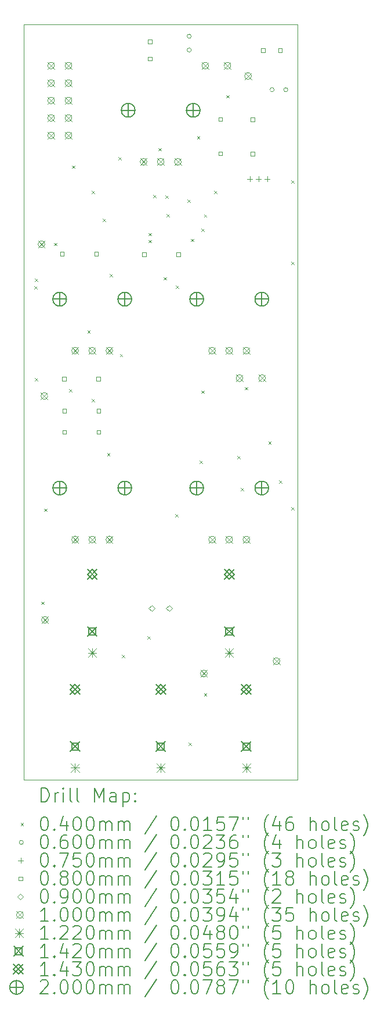
<source format=gbr>
%TF.GenerationSoftware,KiCad,Pcbnew,8.0.5*%
%TF.CreationDate,2024-11-24T11:25:03+01:00*%
%TF.ProjectId,encore,656e636f-7265-42e6-9b69-6361645f7063,rev?*%
%TF.SameCoordinates,Original*%
%TF.FileFunction,Drillmap*%
%TF.FilePolarity,Positive*%
%FSLAX45Y45*%
G04 Gerber Fmt 4.5, Leading zero omitted, Abs format (unit mm)*
G04 Created by KiCad (PCBNEW 8.0.5) date 2024-11-24 11:25:03*
%MOMM*%
%LPD*%
G01*
G04 APERTURE LIST*
%ADD10C,0.100000*%
%ADD11C,0.200000*%
%ADD12C,0.122000*%
%ADD13C,0.142000*%
%ADD14C,0.143000*%
G04 APERTURE END LIST*
D10*
X5000000Y-5000000D02*
X9000000Y-5000000D01*
X9000000Y-16000000D01*
X5000000Y-16000000D01*
X5000000Y-5000000D01*
D11*
D10*
X5153033Y-8813033D02*
X5193033Y-8853033D01*
X5193033Y-8813033D02*
X5153033Y-8853033D01*
X5160000Y-8700000D02*
X5200000Y-8740000D01*
X5200000Y-8700000D02*
X5160000Y-8740000D01*
X5160000Y-10150000D02*
X5200000Y-10190000D01*
X5200000Y-10150000D02*
X5160000Y-10190000D01*
X5255000Y-13405000D02*
X5295000Y-13445000D01*
X5295000Y-13405000D02*
X5255000Y-13445000D01*
X5300000Y-12050000D02*
X5340000Y-12090000D01*
X5340000Y-12050000D02*
X5300000Y-12090000D01*
X5440000Y-8180000D02*
X5480000Y-8220000D01*
X5480000Y-8180000D02*
X5440000Y-8220000D01*
X5660000Y-10310000D02*
X5700000Y-10350000D01*
X5700000Y-10310000D02*
X5660000Y-10350000D01*
X5705000Y-7055000D02*
X5745000Y-7095000D01*
X5745000Y-7055000D02*
X5705000Y-7095000D01*
X5930000Y-9455000D02*
X5970000Y-9495000D01*
X5970000Y-9455000D02*
X5930000Y-9495000D01*
X5990000Y-7421060D02*
X6030000Y-7461060D01*
X6030000Y-7421060D02*
X5990000Y-7461060D01*
X5995000Y-10455000D02*
X6035000Y-10495000D01*
X6035000Y-10455000D02*
X5995000Y-10495000D01*
X6155000Y-7830000D02*
X6195000Y-7870000D01*
X6195000Y-7830000D02*
X6155000Y-7870000D01*
X6217500Y-11242500D02*
X6257500Y-11282500D01*
X6257500Y-11242500D02*
X6217500Y-11282500D01*
X6255000Y-8630000D02*
X6295000Y-8670000D01*
X6295000Y-8630000D02*
X6255000Y-8670000D01*
X6380000Y-6930000D02*
X6420000Y-6970000D01*
X6420000Y-6930000D02*
X6380000Y-6970000D01*
X6403033Y-9796967D02*
X6443033Y-9836967D01*
X6443033Y-9796967D02*
X6403033Y-9836967D01*
X6430000Y-14180000D02*
X6470000Y-14220000D01*
X6470000Y-14180000D02*
X6430000Y-14220000D01*
X6805000Y-13905000D02*
X6845000Y-13945000D01*
X6845000Y-13905000D02*
X6805000Y-13945000D01*
X6819548Y-8037027D02*
X6859548Y-8077027D01*
X6859548Y-8037027D02*
X6819548Y-8077027D01*
X6823033Y-8136967D02*
X6863033Y-8176967D01*
X6863033Y-8136967D02*
X6823033Y-8176967D01*
X6890000Y-7480000D02*
X6930000Y-7520000D01*
X6930000Y-7480000D02*
X6890000Y-7520000D01*
X6965000Y-6800000D02*
X7005000Y-6840000D01*
X7005000Y-6800000D02*
X6965000Y-6840000D01*
X7045000Y-8680000D02*
X7085000Y-8720000D01*
X7085000Y-8680000D02*
X7045000Y-8720000D01*
X7066791Y-7490000D02*
X7106791Y-7530000D01*
X7106791Y-7490000D02*
X7066791Y-7530000D01*
X7085000Y-7760000D02*
X7125000Y-7800000D01*
X7125000Y-7760000D02*
X7085000Y-7800000D01*
X7210000Y-12130000D02*
X7250000Y-12170000D01*
X7250000Y-12130000D02*
X7210000Y-12170000D01*
X7220000Y-8803552D02*
X7260000Y-8843552D01*
X7260000Y-8803552D02*
X7220000Y-8843552D01*
X7386915Y-7551915D02*
X7426915Y-7591915D01*
X7426915Y-7551915D02*
X7386915Y-7591915D01*
X7408000Y-15460000D02*
X7448000Y-15500000D01*
X7448000Y-15460000D02*
X7408000Y-15500000D01*
X7440000Y-8120000D02*
X7480000Y-8160000D01*
X7480000Y-8120000D02*
X7440000Y-8160000D01*
X7530000Y-6625000D02*
X7570000Y-6665000D01*
X7570000Y-6625000D02*
X7530000Y-6665000D01*
X7570000Y-11350000D02*
X7610000Y-11390000D01*
X7610000Y-11350000D02*
X7570000Y-11390000D01*
X7590000Y-7970000D02*
X7630000Y-8010000D01*
X7630000Y-7970000D02*
X7590000Y-8010000D01*
X7590000Y-10330000D02*
X7630000Y-10370000D01*
X7630000Y-10330000D02*
X7590000Y-10370000D01*
X7630000Y-7765000D02*
X7670000Y-7805000D01*
X7670000Y-7765000D02*
X7630000Y-7805000D01*
X7630000Y-14740000D02*
X7670000Y-14780000D01*
X7670000Y-14740000D02*
X7630000Y-14780000D01*
X7780000Y-7422500D02*
X7820000Y-7462500D01*
X7820000Y-7422500D02*
X7780000Y-7462500D01*
X7955000Y-6030000D02*
X7995000Y-6070000D01*
X7995000Y-6030000D02*
X7955000Y-6070000D01*
X8120000Y-11280000D02*
X8160000Y-11320000D01*
X8160000Y-11280000D02*
X8120000Y-11320000D01*
X8167019Y-11747019D02*
X8207019Y-11787019D01*
X8207019Y-11747019D02*
X8167019Y-11787019D01*
X8230000Y-10280000D02*
X8270000Y-10320000D01*
X8270000Y-10280000D02*
X8230000Y-10320000D01*
X8570000Y-11070000D02*
X8610000Y-11110000D01*
X8610000Y-11070000D02*
X8570000Y-11110000D01*
X8730000Y-11640000D02*
X8770000Y-11680000D01*
X8770000Y-11640000D02*
X8730000Y-11680000D01*
X8905000Y-7270000D02*
X8945000Y-7310000D01*
X8945000Y-7270000D02*
X8905000Y-7310000D01*
X8905000Y-8455000D02*
X8945000Y-8495000D01*
X8945000Y-8455000D02*
X8905000Y-8495000D01*
X8905000Y-12030000D02*
X8945000Y-12070000D01*
X8945000Y-12030000D02*
X8905000Y-12070000D01*
X7445000Y-5172260D02*
G75*
G02*
X7385000Y-5172260I-30000J0D01*
G01*
X7385000Y-5172260D02*
G75*
G02*
X7445000Y-5172260I30000J0D01*
G01*
X7445000Y-5372260D02*
G75*
G02*
X7385000Y-5372260I-30000J0D01*
G01*
X7385000Y-5372260D02*
G75*
G02*
X7445000Y-5372260I30000J0D01*
G01*
X8655000Y-5950000D02*
G75*
G02*
X8595000Y-5950000I-30000J0D01*
G01*
X8595000Y-5950000D02*
G75*
G02*
X8655000Y-5950000I30000J0D01*
G01*
X8855000Y-5950000D02*
G75*
G02*
X8795000Y-5950000I-30000J0D01*
G01*
X8795000Y-5950000D02*
G75*
G02*
X8855000Y-5950000I30000J0D01*
G01*
X8300000Y-7212500D02*
X8300000Y-7287500D01*
X8262500Y-7250000D02*
X8337500Y-7250000D01*
X8427000Y-7212500D02*
X8427000Y-7287500D01*
X8389500Y-7250000D02*
X8464500Y-7250000D01*
X8554000Y-7212500D02*
X8554000Y-7287500D01*
X8516500Y-7250000D02*
X8591500Y-7250000D01*
X5588285Y-8368284D02*
X5588285Y-8311715D01*
X5531716Y-8311715D01*
X5531716Y-8368284D01*
X5588285Y-8368284D01*
X5618284Y-10188285D02*
X5618284Y-10131716D01*
X5561716Y-10131716D01*
X5561716Y-10188285D01*
X5618284Y-10188285D01*
X5620784Y-10651785D02*
X5620784Y-10595216D01*
X5564216Y-10595216D01*
X5564216Y-10651785D01*
X5620784Y-10651785D01*
X5620784Y-10961785D02*
X5620784Y-10905216D01*
X5564216Y-10905216D01*
X5564216Y-10961785D01*
X5620784Y-10961785D01*
X6088284Y-8368284D02*
X6088284Y-8311715D01*
X6031715Y-8311715D01*
X6031715Y-8368284D01*
X6088284Y-8368284D01*
X6118284Y-10188285D02*
X6118284Y-10131716D01*
X6061715Y-10131716D01*
X6061715Y-10188285D01*
X6118284Y-10188285D01*
X6120784Y-10651785D02*
X6120784Y-10595216D01*
X6064215Y-10595216D01*
X6064215Y-10651785D01*
X6120784Y-10651785D01*
X6120784Y-10961785D02*
X6120784Y-10905216D01*
X6064215Y-10905216D01*
X6064215Y-10961785D01*
X6120784Y-10961785D01*
X6788284Y-8378284D02*
X6788284Y-8321715D01*
X6731715Y-8321715D01*
X6731715Y-8378284D01*
X6788284Y-8378284D01*
X6868284Y-5278285D02*
X6868284Y-5221716D01*
X6811715Y-5221716D01*
X6811715Y-5278285D01*
X6868284Y-5278285D01*
X6868284Y-5528285D02*
X6868284Y-5471716D01*
X6811715Y-5471716D01*
X6811715Y-5528285D01*
X6868284Y-5528285D01*
X7288284Y-8378284D02*
X7288284Y-8321715D01*
X7231715Y-8321715D01*
X7231715Y-8378284D01*
X7288284Y-8378284D01*
X7898284Y-6408284D02*
X7898284Y-6351715D01*
X7841715Y-6351715D01*
X7841715Y-6408284D01*
X7898284Y-6408284D01*
X7898284Y-6908284D02*
X7898284Y-6851715D01*
X7841715Y-6851715D01*
X7841715Y-6908284D01*
X7898284Y-6908284D01*
X8368284Y-6413284D02*
X8368284Y-6356715D01*
X8311715Y-6356715D01*
X8311715Y-6413284D01*
X8368284Y-6413284D01*
X8368284Y-6913284D02*
X8368284Y-6856715D01*
X8311715Y-6856715D01*
X8311715Y-6913284D01*
X8368284Y-6913284D01*
X8521523Y-5403285D02*
X8521523Y-5346716D01*
X8464954Y-5346716D01*
X8464954Y-5403285D01*
X8521523Y-5403285D01*
X8771523Y-5403285D02*
X8771523Y-5346716D01*
X8714954Y-5346716D01*
X8714954Y-5403285D01*
X8771523Y-5403285D01*
X6869000Y-13545000D02*
X6914000Y-13500000D01*
X6869000Y-13455000D01*
X6824000Y-13500000D01*
X6869000Y-13545000D01*
X7123000Y-13545000D02*
X7168000Y-13500000D01*
X7123000Y-13455000D01*
X7078000Y-13500000D01*
X7123000Y-13545000D01*
X5210000Y-8150000D02*
X5310000Y-8250000D01*
X5310000Y-8150000D02*
X5210000Y-8250000D01*
X5310000Y-8200000D02*
G75*
G02*
X5210000Y-8200000I-50000J0D01*
G01*
X5210000Y-8200000D02*
G75*
G02*
X5310000Y-8200000I50000J0D01*
G01*
X5250000Y-10360000D02*
X5350000Y-10460000D01*
X5350000Y-10360000D02*
X5250000Y-10460000D01*
X5350000Y-10410000D02*
G75*
G02*
X5250000Y-10410000I-50000J0D01*
G01*
X5250000Y-10410000D02*
G75*
G02*
X5350000Y-10410000I50000J0D01*
G01*
X5260000Y-13620000D02*
X5360000Y-13720000D01*
X5360000Y-13620000D02*
X5260000Y-13720000D01*
X5360000Y-13670000D02*
G75*
G02*
X5260000Y-13670000I-50000J0D01*
G01*
X5260000Y-13670000D02*
G75*
G02*
X5360000Y-13670000I50000J0D01*
G01*
X5350000Y-5550000D02*
X5450000Y-5650000D01*
X5450000Y-5550000D02*
X5350000Y-5650000D01*
X5450000Y-5600000D02*
G75*
G02*
X5350000Y-5600000I-50000J0D01*
G01*
X5350000Y-5600000D02*
G75*
G02*
X5450000Y-5600000I50000J0D01*
G01*
X5350000Y-5804000D02*
X5450000Y-5904000D01*
X5450000Y-5804000D02*
X5350000Y-5904000D01*
X5450000Y-5854000D02*
G75*
G02*
X5350000Y-5854000I-50000J0D01*
G01*
X5350000Y-5854000D02*
G75*
G02*
X5450000Y-5854000I50000J0D01*
G01*
X5350000Y-6058000D02*
X5450000Y-6158000D01*
X5450000Y-6058000D02*
X5350000Y-6158000D01*
X5450000Y-6108000D02*
G75*
G02*
X5350000Y-6108000I-50000J0D01*
G01*
X5350000Y-6108000D02*
G75*
G02*
X5450000Y-6108000I50000J0D01*
G01*
X5350000Y-6312000D02*
X5450000Y-6412000D01*
X5450000Y-6312000D02*
X5350000Y-6412000D01*
X5450000Y-6362000D02*
G75*
G02*
X5350000Y-6362000I-50000J0D01*
G01*
X5350000Y-6362000D02*
G75*
G02*
X5450000Y-6362000I50000J0D01*
G01*
X5350000Y-6566000D02*
X5450000Y-6666000D01*
X5450000Y-6566000D02*
X5350000Y-6666000D01*
X5450000Y-6616000D02*
G75*
G02*
X5350000Y-6616000I-50000J0D01*
G01*
X5350000Y-6616000D02*
G75*
G02*
X5450000Y-6616000I50000J0D01*
G01*
X5604000Y-5550000D02*
X5704000Y-5650000D01*
X5704000Y-5550000D02*
X5604000Y-5650000D01*
X5704000Y-5600000D02*
G75*
G02*
X5604000Y-5600000I-50000J0D01*
G01*
X5604000Y-5600000D02*
G75*
G02*
X5704000Y-5600000I50000J0D01*
G01*
X5604000Y-5804000D02*
X5704000Y-5904000D01*
X5704000Y-5804000D02*
X5604000Y-5904000D01*
X5704000Y-5854000D02*
G75*
G02*
X5604000Y-5854000I-50000J0D01*
G01*
X5604000Y-5854000D02*
G75*
G02*
X5704000Y-5854000I50000J0D01*
G01*
X5604000Y-6058000D02*
X5704000Y-6158000D01*
X5704000Y-6058000D02*
X5604000Y-6158000D01*
X5704000Y-6108000D02*
G75*
G02*
X5604000Y-6108000I-50000J0D01*
G01*
X5604000Y-6108000D02*
G75*
G02*
X5704000Y-6108000I50000J0D01*
G01*
X5604000Y-6312000D02*
X5704000Y-6412000D01*
X5704000Y-6312000D02*
X5604000Y-6412000D01*
X5704000Y-6362000D02*
G75*
G02*
X5604000Y-6362000I-50000J0D01*
G01*
X5604000Y-6362000D02*
G75*
G02*
X5704000Y-6362000I50000J0D01*
G01*
X5604000Y-6566000D02*
X5704000Y-6666000D01*
X5704000Y-6566000D02*
X5604000Y-6666000D01*
X5704000Y-6616000D02*
G75*
G02*
X5604000Y-6616000I-50000J0D01*
G01*
X5604000Y-6616000D02*
G75*
G02*
X5704000Y-6616000I50000J0D01*
G01*
X5700000Y-9700000D02*
X5800000Y-9800000D01*
X5800000Y-9700000D02*
X5700000Y-9800000D01*
X5800000Y-9750000D02*
G75*
G02*
X5700000Y-9750000I-50000J0D01*
G01*
X5700000Y-9750000D02*
G75*
G02*
X5800000Y-9750000I50000J0D01*
G01*
X5700000Y-12450000D02*
X5800000Y-12550000D01*
X5800000Y-12450000D02*
X5700000Y-12550000D01*
X5800000Y-12500000D02*
G75*
G02*
X5700000Y-12500000I-50000J0D01*
G01*
X5700000Y-12500000D02*
G75*
G02*
X5800000Y-12500000I50000J0D01*
G01*
X5950000Y-9700000D02*
X6050000Y-9800000D01*
X6050000Y-9700000D02*
X5950000Y-9800000D01*
X6050000Y-9750000D02*
G75*
G02*
X5950000Y-9750000I-50000J0D01*
G01*
X5950000Y-9750000D02*
G75*
G02*
X6050000Y-9750000I50000J0D01*
G01*
X5950000Y-12450000D02*
X6050000Y-12550000D01*
X6050000Y-12450000D02*
X5950000Y-12550000D01*
X6050000Y-12500000D02*
G75*
G02*
X5950000Y-12500000I-50000J0D01*
G01*
X5950000Y-12500000D02*
G75*
G02*
X6050000Y-12500000I50000J0D01*
G01*
X6200000Y-9700000D02*
X6300000Y-9800000D01*
X6300000Y-9700000D02*
X6200000Y-9800000D01*
X6300000Y-9750000D02*
G75*
G02*
X6200000Y-9750000I-50000J0D01*
G01*
X6200000Y-9750000D02*
G75*
G02*
X6300000Y-9750000I50000J0D01*
G01*
X6200000Y-12450000D02*
X6300000Y-12550000D01*
X6300000Y-12450000D02*
X6200000Y-12550000D01*
X6300000Y-12500000D02*
G75*
G02*
X6200000Y-12500000I-50000J0D01*
G01*
X6200000Y-12500000D02*
G75*
G02*
X6300000Y-12500000I50000J0D01*
G01*
X6700000Y-6950000D02*
X6800000Y-7050000D01*
X6800000Y-6950000D02*
X6700000Y-7050000D01*
X6800000Y-7000000D02*
G75*
G02*
X6700000Y-7000000I-50000J0D01*
G01*
X6700000Y-7000000D02*
G75*
G02*
X6800000Y-7000000I50000J0D01*
G01*
X6950000Y-6950000D02*
X7050000Y-7050000D01*
X7050000Y-6950000D02*
X6950000Y-7050000D01*
X7050000Y-7000000D02*
G75*
G02*
X6950000Y-7000000I-50000J0D01*
G01*
X6950000Y-7000000D02*
G75*
G02*
X7050000Y-7000000I50000J0D01*
G01*
X7200000Y-6950000D02*
X7300000Y-7050000D01*
X7300000Y-6950000D02*
X7200000Y-7050000D01*
X7300000Y-7000000D02*
G75*
G02*
X7200000Y-7000000I-50000J0D01*
G01*
X7200000Y-7000000D02*
G75*
G02*
X7300000Y-7000000I50000J0D01*
G01*
X7580000Y-14400000D02*
X7680000Y-14500000D01*
X7680000Y-14400000D02*
X7580000Y-14500000D01*
X7680000Y-14450000D02*
G75*
G02*
X7580000Y-14450000I-50000J0D01*
G01*
X7580000Y-14450000D02*
G75*
G02*
X7680000Y-14450000I50000J0D01*
G01*
X7600000Y-5550000D02*
X7700000Y-5650000D01*
X7700000Y-5550000D02*
X7600000Y-5650000D01*
X7700000Y-5600000D02*
G75*
G02*
X7600000Y-5600000I-50000J0D01*
G01*
X7600000Y-5600000D02*
G75*
G02*
X7700000Y-5600000I50000J0D01*
G01*
X7700000Y-9700000D02*
X7800000Y-9800000D01*
X7800000Y-9700000D02*
X7700000Y-9800000D01*
X7800000Y-9750000D02*
G75*
G02*
X7700000Y-9750000I-50000J0D01*
G01*
X7700000Y-9750000D02*
G75*
G02*
X7800000Y-9750000I50000J0D01*
G01*
X7700000Y-12450000D02*
X7800000Y-12550000D01*
X7800000Y-12450000D02*
X7700000Y-12550000D01*
X7800000Y-12500000D02*
G75*
G02*
X7700000Y-12500000I-50000J0D01*
G01*
X7700000Y-12500000D02*
G75*
G02*
X7800000Y-12500000I50000J0D01*
G01*
X7925000Y-5550000D02*
X8025000Y-5650000D01*
X8025000Y-5550000D02*
X7925000Y-5650000D01*
X8025000Y-5600000D02*
G75*
G02*
X7925000Y-5600000I-50000J0D01*
G01*
X7925000Y-5600000D02*
G75*
G02*
X8025000Y-5600000I50000J0D01*
G01*
X7950000Y-9700000D02*
X8050000Y-9800000D01*
X8050000Y-9700000D02*
X7950000Y-9800000D01*
X8050000Y-9750000D02*
G75*
G02*
X7950000Y-9750000I-50000J0D01*
G01*
X7950000Y-9750000D02*
G75*
G02*
X8050000Y-9750000I50000J0D01*
G01*
X7950000Y-12450000D02*
X8050000Y-12550000D01*
X8050000Y-12450000D02*
X7950000Y-12550000D01*
X8050000Y-12500000D02*
G75*
G02*
X7950000Y-12500000I-50000J0D01*
G01*
X7950000Y-12500000D02*
G75*
G02*
X8050000Y-12500000I50000J0D01*
G01*
X8100000Y-10100000D02*
X8200000Y-10200000D01*
X8200000Y-10100000D02*
X8100000Y-10200000D01*
X8200000Y-10150000D02*
G75*
G02*
X8100000Y-10150000I-50000J0D01*
G01*
X8100000Y-10150000D02*
G75*
G02*
X8200000Y-10150000I50000J0D01*
G01*
X8200000Y-9700000D02*
X8300000Y-9800000D01*
X8300000Y-9700000D02*
X8200000Y-9800000D01*
X8300000Y-9750000D02*
G75*
G02*
X8200000Y-9750000I-50000J0D01*
G01*
X8200000Y-9750000D02*
G75*
G02*
X8300000Y-9750000I50000J0D01*
G01*
X8200000Y-12450000D02*
X8300000Y-12550000D01*
X8300000Y-12450000D02*
X8200000Y-12550000D01*
X8300000Y-12500000D02*
G75*
G02*
X8200000Y-12500000I-50000J0D01*
G01*
X8200000Y-12500000D02*
G75*
G02*
X8300000Y-12500000I50000J0D01*
G01*
X8225000Y-5700000D02*
X8325000Y-5800000D01*
X8325000Y-5700000D02*
X8225000Y-5800000D01*
X8325000Y-5750000D02*
G75*
G02*
X8225000Y-5750000I-50000J0D01*
G01*
X8225000Y-5750000D02*
G75*
G02*
X8325000Y-5750000I50000J0D01*
G01*
X8430000Y-10100000D02*
X8530000Y-10200000D01*
X8530000Y-10100000D02*
X8430000Y-10200000D01*
X8530000Y-10150000D02*
G75*
G02*
X8430000Y-10150000I-50000J0D01*
G01*
X8430000Y-10150000D02*
G75*
G02*
X8530000Y-10150000I50000J0D01*
G01*
X8640000Y-14220000D02*
X8740000Y-14320000D01*
X8740000Y-14220000D02*
X8640000Y-14320000D01*
X8740000Y-14270000D02*
G75*
G02*
X8640000Y-14270000I-50000J0D01*
G01*
X8640000Y-14270000D02*
G75*
G02*
X8740000Y-14270000I50000J0D01*
G01*
D12*
X5689000Y-15762000D02*
X5811000Y-15884000D01*
X5811000Y-15762000D02*
X5689000Y-15884000D01*
X5750000Y-15762000D02*
X5750000Y-15884000D01*
X5689000Y-15823000D02*
X5811000Y-15823000D01*
X5939000Y-14087000D02*
X6061000Y-14209000D01*
X6061000Y-14087000D02*
X5939000Y-14209000D01*
X6000000Y-14087000D02*
X6000000Y-14209000D01*
X5939000Y-14148000D02*
X6061000Y-14148000D01*
X6939000Y-15762000D02*
X7061000Y-15884000D01*
X7061000Y-15762000D02*
X6939000Y-15884000D01*
X7000000Y-15762000D02*
X7000000Y-15884000D01*
X6939000Y-15823000D02*
X7061000Y-15823000D01*
X7939000Y-14087000D02*
X8061000Y-14209000D01*
X8061000Y-14087000D02*
X7939000Y-14209000D01*
X8000000Y-14087000D02*
X8000000Y-14209000D01*
X7939000Y-14148000D02*
X8061000Y-14148000D01*
X8189000Y-15762000D02*
X8311000Y-15884000D01*
X8311000Y-15762000D02*
X8189000Y-15884000D01*
X8250000Y-15762000D02*
X8250000Y-15884000D01*
X8189000Y-15823000D02*
X8311000Y-15823000D01*
D13*
X5679000Y-15442000D02*
X5821000Y-15584000D01*
X5821000Y-15442000D02*
X5679000Y-15584000D01*
X5800205Y-15563205D02*
X5800205Y-15462795D01*
X5699795Y-15462795D01*
X5699795Y-15563205D01*
X5800205Y-15563205D01*
X5929000Y-13767000D02*
X6071000Y-13909000D01*
X6071000Y-13767000D02*
X5929000Y-13909000D01*
X6050205Y-13888205D02*
X6050205Y-13787795D01*
X5949795Y-13787795D01*
X5949795Y-13888205D01*
X6050205Y-13888205D01*
X6929000Y-15442000D02*
X7071000Y-15584000D01*
X7071000Y-15442000D02*
X6929000Y-15584000D01*
X7050205Y-15563205D02*
X7050205Y-15462795D01*
X6949795Y-15462795D01*
X6949795Y-15563205D01*
X7050205Y-15563205D01*
X7929000Y-13767000D02*
X8071000Y-13909000D01*
X8071000Y-13767000D02*
X7929000Y-13909000D01*
X8050205Y-13888205D02*
X8050205Y-13787795D01*
X7949795Y-13787795D01*
X7949795Y-13888205D01*
X8050205Y-13888205D01*
X8179000Y-15442000D02*
X8321000Y-15584000D01*
X8321000Y-15442000D02*
X8179000Y-15584000D01*
X8300205Y-15563205D02*
X8300205Y-15462795D01*
X8199795Y-15462795D01*
X8199795Y-15563205D01*
X8300205Y-15563205D01*
D14*
X5678500Y-14611500D02*
X5821500Y-14754500D01*
X5821500Y-14611500D02*
X5678500Y-14754500D01*
X5750000Y-14754500D02*
X5821500Y-14683000D01*
X5750000Y-14611500D01*
X5678500Y-14683000D01*
X5750000Y-14754500D01*
X5928500Y-12936500D02*
X6071500Y-13079500D01*
X6071500Y-12936500D02*
X5928500Y-13079500D01*
X6000000Y-13079500D02*
X6071500Y-13008000D01*
X6000000Y-12936500D01*
X5928500Y-13008000D01*
X6000000Y-13079500D01*
X6928500Y-14611500D02*
X7071500Y-14754500D01*
X7071500Y-14611500D02*
X6928500Y-14754500D01*
X7000000Y-14754500D02*
X7071500Y-14683000D01*
X7000000Y-14611500D01*
X6928500Y-14683000D01*
X7000000Y-14754500D01*
X7928500Y-12936500D02*
X8071500Y-13079500D01*
X8071500Y-12936500D02*
X7928500Y-13079500D01*
X8000000Y-13079500D02*
X8071500Y-13008000D01*
X8000000Y-12936500D01*
X7928500Y-13008000D01*
X8000000Y-13079500D01*
X8178500Y-14611500D02*
X8321500Y-14754500D01*
X8321500Y-14611500D02*
X8178500Y-14754500D01*
X8250000Y-14754500D02*
X8321500Y-14683000D01*
X8250000Y-14611500D01*
X8178500Y-14683000D01*
X8250000Y-14754500D01*
D11*
X5525000Y-8900000D02*
X5525000Y-9100000D01*
X5425000Y-9000000D02*
X5625000Y-9000000D01*
X5625000Y-9000000D02*
G75*
G02*
X5425000Y-9000000I-100000J0D01*
G01*
X5425000Y-9000000D02*
G75*
G02*
X5625000Y-9000000I100000J0D01*
G01*
X5525000Y-11650000D02*
X5525000Y-11850000D01*
X5425000Y-11750000D02*
X5625000Y-11750000D01*
X5625000Y-11750000D02*
G75*
G02*
X5425000Y-11750000I-100000J0D01*
G01*
X5425000Y-11750000D02*
G75*
G02*
X5625000Y-11750000I100000J0D01*
G01*
X6475000Y-8900000D02*
X6475000Y-9100000D01*
X6375000Y-9000000D02*
X6575000Y-9000000D01*
X6575000Y-9000000D02*
G75*
G02*
X6375000Y-9000000I-100000J0D01*
G01*
X6375000Y-9000000D02*
G75*
G02*
X6575000Y-9000000I100000J0D01*
G01*
X6475000Y-11650000D02*
X6475000Y-11850000D01*
X6375000Y-11750000D02*
X6575000Y-11750000D01*
X6575000Y-11750000D02*
G75*
G02*
X6375000Y-11750000I-100000J0D01*
G01*
X6375000Y-11750000D02*
G75*
G02*
X6575000Y-11750000I100000J0D01*
G01*
X6525000Y-6150000D02*
X6525000Y-6350000D01*
X6425000Y-6250000D02*
X6625000Y-6250000D01*
X6625000Y-6250000D02*
G75*
G02*
X6425000Y-6250000I-100000J0D01*
G01*
X6425000Y-6250000D02*
G75*
G02*
X6625000Y-6250000I100000J0D01*
G01*
X7475000Y-6150000D02*
X7475000Y-6350000D01*
X7375000Y-6250000D02*
X7575000Y-6250000D01*
X7575000Y-6250000D02*
G75*
G02*
X7375000Y-6250000I-100000J0D01*
G01*
X7375000Y-6250000D02*
G75*
G02*
X7575000Y-6250000I100000J0D01*
G01*
X7525000Y-8900000D02*
X7525000Y-9100000D01*
X7425000Y-9000000D02*
X7625000Y-9000000D01*
X7625000Y-9000000D02*
G75*
G02*
X7425000Y-9000000I-100000J0D01*
G01*
X7425000Y-9000000D02*
G75*
G02*
X7625000Y-9000000I100000J0D01*
G01*
X7525000Y-11650000D02*
X7525000Y-11850000D01*
X7425000Y-11750000D02*
X7625000Y-11750000D01*
X7625000Y-11750000D02*
G75*
G02*
X7425000Y-11750000I-100000J0D01*
G01*
X7425000Y-11750000D02*
G75*
G02*
X7625000Y-11750000I100000J0D01*
G01*
X8475000Y-8900000D02*
X8475000Y-9100000D01*
X8375000Y-9000000D02*
X8575000Y-9000000D01*
X8575000Y-9000000D02*
G75*
G02*
X8375000Y-9000000I-100000J0D01*
G01*
X8375000Y-9000000D02*
G75*
G02*
X8575000Y-9000000I100000J0D01*
G01*
X8475000Y-11650000D02*
X8475000Y-11850000D01*
X8375000Y-11750000D02*
X8575000Y-11750000D01*
X8575000Y-11750000D02*
G75*
G02*
X8375000Y-11750000I-100000J0D01*
G01*
X8375000Y-11750000D02*
G75*
G02*
X8575000Y-11750000I100000J0D01*
G01*
X5255777Y-16316484D02*
X5255777Y-16116484D01*
X5255777Y-16116484D02*
X5303396Y-16116484D01*
X5303396Y-16116484D02*
X5331967Y-16126008D01*
X5331967Y-16126008D02*
X5351015Y-16145055D01*
X5351015Y-16145055D02*
X5360539Y-16164103D01*
X5360539Y-16164103D02*
X5370063Y-16202198D01*
X5370063Y-16202198D02*
X5370063Y-16230769D01*
X5370063Y-16230769D02*
X5360539Y-16268865D01*
X5360539Y-16268865D02*
X5351015Y-16287912D01*
X5351015Y-16287912D02*
X5331967Y-16306960D01*
X5331967Y-16306960D02*
X5303396Y-16316484D01*
X5303396Y-16316484D02*
X5255777Y-16316484D01*
X5455777Y-16316484D02*
X5455777Y-16183150D01*
X5455777Y-16221246D02*
X5465301Y-16202198D01*
X5465301Y-16202198D02*
X5474824Y-16192674D01*
X5474824Y-16192674D02*
X5493872Y-16183150D01*
X5493872Y-16183150D02*
X5512920Y-16183150D01*
X5579586Y-16316484D02*
X5579586Y-16183150D01*
X5579586Y-16116484D02*
X5570063Y-16126008D01*
X5570063Y-16126008D02*
X5579586Y-16135531D01*
X5579586Y-16135531D02*
X5589110Y-16126008D01*
X5589110Y-16126008D02*
X5579586Y-16116484D01*
X5579586Y-16116484D02*
X5579586Y-16135531D01*
X5703396Y-16316484D02*
X5684348Y-16306960D01*
X5684348Y-16306960D02*
X5674824Y-16287912D01*
X5674824Y-16287912D02*
X5674824Y-16116484D01*
X5808158Y-16316484D02*
X5789110Y-16306960D01*
X5789110Y-16306960D02*
X5779586Y-16287912D01*
X5779586Y-16287912D02*
X5779586Y-16116484D01*
X6036729Y-16316484D02*
X6036729Y-16116484D01*
X6036729Y-16116484D02*
X6103396Y-16259341D01*
X6103396Y-16259341D02*
X6170062Y-16116484D01*
X6170062Y-16116484D02*
X6170062Y-16316484D01*
X6351015Y-16316484D02*
X6351015Y-16211722D01*
X6351015Y-16211722D02*
X6341491Y-16192674D01*
X6341491Y-16192674D02*
X6322443Y-16183150D01*
X6322443Y-16183150D02*
X6284348Y-16183150D01*
X6284348Y-16183150D02*
X6265301Y-16192674D01*
X6351015Y-16306960D02*
X6331967Y-16316484D01*
X6331967Y-16316484D02*
X6284348Y-16316484D01*
X6284348Y-16316484D02*
X6265301Y-16306960D01*
X6265301Y-16306960D02*
X6255777Y-16287912D01*
X6255777Y-16287912D02*
X6255777Y-16268865D01*
X6255777Y-16268865D02*
X6265301Y-16249817D01*
X6265301Y-16249817D02*
X6284348Y-16240293D01*
X6284348Y-16240293D02*
X6331967Y-16240293D01*
X6331967Y-16240293D02*
X6351015Y-16230769D01*
X6446253Y-16183150D02*
X6446253Y-16383150D01*
X6446253Y-16192674D02*
X6465301Y-16183150D01*
X6465301Y-16183150D02*
X6503396Y-16183150D01*
X6503396Y-16183150D02*
X6522443Y-16192674D01*
X6522443Y-16192674D02*
X6531967Y-16202198D01*
X6531967Y-16202198D02*
X6541491Y-16221246D01*
X6541491Y-16221246D02*
X6541491Y-16278388D01*
X6541491Y-16278388D02*
X6531967Y-16297436D01*
X6531967Y-16297436D02*
X6522443Y-16306960D01*
X6522443Y-16306960D02*
X6503396Y-16316484D01*
X6503396Y-16316484D02*
X6465301Y-16316484D01*
X6465301Y-16316484D02*
X6446253Y-16306960D01*
X6627205Y-16297436D02*
X6636729Y-16306960D01*
X6636729Y-16306960D02*
X6627205Y-16316484D01*
X6627205Y-16316484D02*
X6617682Y-16306960D01*
X6617682Y-16306960D02*
X6627205Y-16297436D01*
X6627205Y-16297436D02*
X6627205Y-16316484D01*
X6627205Y-16192674D02*
X6636729Y-16202198D01*
X6636729Y-16202198D02*
X6627205Y-16211722D01*
X6627205Y-16211722D02*
X6617682Y-16202198D01*
X6617682Y-16202198D02*
X6627205Y-16192674D01*
X6627205Y-16192674D02*
X6627205Y-16211722D01*
D10*
X4955000Y-16625000D02*
X4995000Y-16665000D01*
X4995000Y-16625000D02*
X4955000Y-16665000D01*
D11*
X5293872Y-16536484D02*
X5312920Y-16536484D01*
X5312920Y-16536484D02*
X5331967Y-16546008D01*
X5331967Y-16546008D02*
X5341491Y-16555531D01*
X5341491Y-16555531D02*
X5351015Y-16574579D01*
X5351015Y-16574579D02*
X5360539Y-16612674D01*
X5360539Y-16612674D02*
X5360539Y-16660293D01*
X5360539Y-16660293D02*
X5351015Y-16698388D01*
X5351015Y-16698388D02*
X5341491Y-16717436D01*
X5341491Y-16717436D02*
X5331967Y-16726960D01*
X5331967Y-16726960D02*
X5312920Y-16736484D01*
X5312920Y-16736484D02*
X5293872Y-16736484D01*
X5293872Y-16736484D02*
X5274824Y-16726960D01*
X5274824Y-16726960D02*
X5265301Y-16717436D01*
X5265301Y-16717436D02*
X5255777Y-16698388D01*
X5255777Y-16698388D02*
X5246253Y-16660293D01*
X5246253Y-16660293D02*
X5246253Y-16612674D01*
X5246253Y-16612674D02*
X5255777Y-16574579D01*
X5255777Y-16574579D02*
X5265301Y-16555531D01*
X5265301Y-16555531D02*
X5274824Y-16546008D01*
X5274824Y-16546008D02*
X5293872Y-16536484D01*
X5446253Y-16717436D02*
X5455777Y-16726960D01*
X5455777Y-16726960D02*
X5446253Y-16736484D01*
X5446253Y-16736484D02*
X5436729Y-16726960D01*
X5436729Y-16726960D02*
X5446253Y-16717436D01*
X5446253Y-16717436D02*
X5446253Y-16736484D01*
X5627205Y-16603150D02*
X5627205Y-16736484D01*
X5579586Y-16526960D02*
X5531967Y-16669817D01*
X5531967Y-16669817D02*
X5655777Y-16669817D01*
X5770062Y-16536484D02*
X5789110Y-16536484D01*
X5789110Y-16536484D02*
X5808158Y-16546008D01*
X5808158Y-16546008D02*
X5817682Y-16555531D01*
X5817682Y-16555531D02*
X5827205Y-16574579D01*
X5827205Y-16574579D02*
X5836729Y-16612674D01*
X5836729Y-16612674D02*
X5836729Y-16660293D01*
X5836729Y-16660293D02*
X5827205Y-16698388D01*
X5827205Y-16698388D02*
X5817682Y-16717436D01*
X5817682Y-16717436D02*
X5808158Y-16726960D01*
X5808158Y-16726960D02*
X5789110Y-16736484D01*
X5789110Y-16736484D02*
X5770062Y-16736484D01*
X5770062Y-16736484D02*
X5751015Y-16726960D01*
X5751015Y-16726960D02*
X5741491Y-16717436D01*
X5741491Y-16717436D02*
X5731967Y-16698388D01*
X5731967Y-16698388D02*
X5722443Y-16660293D01*
X5722443Y-16660293D02*
X5722443Y-16612674D01*
X5722443Y-16612674D02*
X5731967Y-16574579D01*
X5731967Y-16574579D02*
X5741491Y-16555531D01*
X5741491Y-16555531D02*
X5751015Y-16546008D01*
X5751015Y-16546008D02*
X5770062Y-16536484D01*
X5960539Y-16536484D02*
X5979586Y-16536484D01*
X5979586Y-16536484D02*
X5998634Y-16546008D01*
X5998634Y-16546008D02*
X6008158Y-16555531D01*
X6008158Y-16555531D02*
X6017682Y-16574579D01*
X6017682Y-16574579D02*
X6027205Y-16612674D01*
X6027205Y-16612674D02*
X6027205Y-16660293D01*
X6027205Y-16660293D02*
X6017682Y-16698388D01*
X6017682Y-16698388D02*
X6008158Y-16717436D01*
X6008158Y-16717436D02*
X5998634Y-16726960D01*
X5998634Y-16726960D02*
X5979586Y-16736484D01*
X5979586Y-16736484D02*
X5960539Y-16736484D01*
X5960539Y-16736484D02*
X5941491Y-16726960D01*
X5941491Y-16726960D02*
X5931967Y-16717436D01*
X5931967Y-16717436D02*
X5922443Y-16698388D01*
X5922443Y-16698388D02*
X5912920Y-16660293D01*
X5912920Y-16660293D02*
X5912920Y-16612674D01*
X5912920Y-16612674D02*
X5922443Y-16574579D01*
X5922443Y-16574579D02*
X5931967Y-16555531D01*
X5931967Y-16555531D02*
X5941491Y-16546008D01*
X5941491Y-16546008D02*
X5960539Y-16536484D01*
X6112920Y-16736484D02*
X6112920Y-16603150D01*
X6112920Y-16622198D02*
X6122443Y-16612674D01*
X6122443Y-16612674D02*
X6141491Y-16603150D01*
X6141491Y-16603150D02*
X6170063Y-16603150D01*
X6170063Y-16603150D02*
X6189110Y-16612674D01*
X6189110Y-16612674D02*
X6198634Y-16631722D01*
X6198634Y-16631722D02*
X6198634Y-16736484D01*
X6198634Y-16631722D02*
X6208158Y-16612674D01*
X6208158Y-16612674D02*
X6227205Y-16603150D01*
X6227205Y-16603150D02*
X6255777Y-16603150D01*
X6255777Y-16603150D02*
X6274824Y-16612674D01*
X6274824Y-16612674D02*
X6284348Y-16631722D01*
X6284348Y-16631722D02*
X6284348Y-16736484D01*
X6379586Y-16736484D02*
X6379586Y-16603150D01*
X6379586Y-16622198D02*
X6389110Y-16612674D01*
X6389110Y-16612674D02*
X6408158Y-16603150D01*
X6408158Y-16603150D02*
X6436729Y-16603150D01*
X6436729Y-16603150D02*
X6455777Y-16612674D01*
X6455777Y-16612674D02*
X6465301Y-16631722D01*
X6465301Y-16631722D02*
X6465301Y-16736484D01*
X6465301Y-16631722D02*
X6474824Y-16612674D01*
X6474824Y-16612674D02*
X6493872Y-16603150D01*
X6493872Y-16603150D02*
X6522443Y-16603150D01*
X6522443Y-16603150D02*
X6541491Y-16612674D01*
X6541491Y-16612674D02*
X6551015Y-16631722D01*
X6551015Y-16631722D02*
X6551015Y-16736484D01*
X6941491Y-16526960D02*
X6770063Y-16784103D01*
X7198634Y-16536484D02*
X7217682Y-16536484D01*
X7217682Y-16536484D02*
X7236729Y-16546008D01*
X7236729Y-16546008D02*
X7246253Y-16555531D01*
X7246253Y-16555531D02*
X7255777Y-16574579D01*
X7255777Y-16574579D02*
X7265301Y-16612674D01*
X7265301Y-16612674D02*
X7265301Y-16660293D01*
X7265301Y-16660293D02*
X7255777Y-16698388D01*
X7255777Y-16698388D02*
X7246253Y-16717436D01*
X7246253Y-16717436D02*
X7236729Y-16726960D01*
X7236729Y-16726960D02*
X7217682Y-16736484D01*
X7217682Y-16736484D02*
X7198634Y-16736484D01*
X7198634Y-16736484D02*
X7179586Y-16726960D01*
X7179586Y-16726960D02*
X7170063Y-16717436D01*
X7170063Y-16717436D02*
X7160539Y-16698388D01*
X7160539Y-16698388D02*
X7151015Y-16660293D01*
X7151015Y-16660293D02*
X7151015Y-16612674D01*
X7151015Y-16612674D02*
X7160539Y-16574579D01*
X7160539Y-16574579D02*
X7170063Y-16555531D01*
X7170063Y-16555531D02*
X7179586Y-16546008D01*
X7179586Y-16546008D02*
X7198634Y-16536484D01*
X7351015Y-16717436D02*
X7360539Y-16726960D01*
X7360539Y-16726960D02*
X7351015Y-16736484D01*
X7351015Y-16736484D02*
X7341491Y-16726960D01*
X7341491Y-16726960D02*
X7351015Y-16717436D01*
X7351015Y-16717436D02*
X7351015Y-16736484D01*
X7484348Y-16536484D02*
X7503396Y-16536484D01*
X7503396Y-16536484D02*
X7522444Y-16546008D01*
X7522444Y-16546008D02*
X7531967Y-16555531D01*
X7531967Y-16555531D02*
X7541491Y-16574579D01*
X7541491Y-16574579D02*
X7551015Y-16612674D01*
X7551015Y-16612674D02*
X7551015Y-16660293D01*
X7551015Y-16660293D02*
X7541491Y-16698388D01*
X7541491Y-16698388D02*
X7531967Y-16717436D01*
X7531967Y-16717436D02*
X7522444Y-16726960D01*
X7522444Y-16726960D02*
X7503396Y-16736484D01*
X7503396Y-16736484D02*
X7484348Y-16736484D01*
X7484348Y-16736484D02*
X7465301Y-16726960D01*
X7465301Y-16726960D02*
X7455777Y-16717436D01*
X7455777Y-16717436D02*
X7446253Y-16698388D01*
X7446253Y-16698388D02*
X7436729Y-16660293D01*
X7436729Y-16660293D02*
X7436729Y-16612674D01*
X7436729Y-16612674D02*
X7446253Y-16574579D01*
X7446253Y-16574579D02*
X7455777Y-16555531D01*
X7455777Y-16555531D02*
X7465301Y-16546008D01*
X7465301Y-16546008D02*
X7484348Y-16536484D01*
X7741491Y-16736484D02*
X7627206Y-16736484D01*
X7684348Y-16736484D02*
X7684348Y-16536484D01*
X7684348Y-16536484D02*
X7665301Y-16565055D01*
X7665301Y-16565055D02*
X7646253Y-16584103D01*
X7646253Y-16584103D02*
X7627206Y-16593627D01*
X7922444Y-16536484D02*
X7827206Y-16536484D01*
X7827206Y-16536484D02*
X7817682Y-16631722D01*
X7817682Y-16631722D02*
X7827206Y-16622198D01*
X7827206Y-16622198D02*
X7846253Y-16612674D01*
X7846253Y-16612674D02*
X7893872Y-16612674D01*
X7893872Y-16612674D02*
X7912920Y-16622198D01*
X7912920Y-16622198D02*
X7922444Y-16631722D01*
X7922444Y-16631722D02*
X7931967Y-16650769D01*
X7931967Y-16650769D02*
X7931967Y-16698388D01*
X7931967Y-16698388D02*
X7922444Y-16717436D01*
X7922444Y-16717436D02*
X7912920Y-16726960D01*
X7912920Y-16726960D02*
X7893872Y-16736484D01*
X7893872Y-16736484D02*
X7846253Y-16736484D01*
X7846253Y-16736484D02*
X7827206Y-16726960D01*
X7827206Y-16726960D02*
X7817682Y-16717436D01*
X7998634Y-16536484D02*
X8131967Y-16536484D01*
X8131967Y-16536484D02*
X8046253Y-16736484D01*
X8198634Y-16536484D02*
X8198634Y-16574579D01*
X8274825Y-16536484D02*
X8274825Y-16574579D01*
X8570063Y-16812674D02*
X8560539Y-16803150D01*
X8560539Y-16803150D02*
X8541491Y-16774579D01*
X8541491Y-16774579D02*
X8531968Y-16755531D01*
X8531968Y-16755531D02*
X8522444Y-16726960D01*
X8522444Y-16726960D02*
X8512920Y-16679341D01*
X8512920Y-16679341D02*
X8512920Y-16641246D01*
X8512920Y-16641246D02*
X8522444Y-16593627D01*
X8522444Y-16593627D02*
X8531968Y-16565055D01*
X8531968Y-16565055D02*
X8541491Y-16546008D01*
X8541491Y-16546008D02*
X8560539Y-16517436D01*
X8560539Y-16517436D02*
X8570063Y-16507912D01*
X8731968Y-16603150D02*
X8731968Y-16736484D01*
X8684349Y-16526960D02*
X8636730Y-16669817D01*
X8636730Y-16669817D02*
X8760539Y-16669817D01*
X8922444Y-16536484D02*
X8884349Y-16536484D01*
X8884349Y-16536484D02*
X8865301Y-16546008D01*
X8865301Y-16546008D02*
X8855777Y-16555531D01*
X8855777Y-16555531D02*
X8836730Y-16584103D01*
X8836730Y-16584103D02*
X8827206Y-16622198D01*
X8827206Y-16622198D02*
X8827206Y-16698388D01*
X8827206Y-16698388D02*
X8836730Y-16717436D01*
X8836730Y-16717436D02*
X8846253Y-16726960D01*
X8846253Y-16726960D02*
X8865301Y-16736484D01*
X8865301Y-16736484D02*
X8903396Y-16736484D01*
X8903396Y-16736484D02*
X8922444Y-16726960D01*
X8922444Y-16726960D02*
X8931968Y-16717436D01*
X8931968Y-16717436D02*
X8941491Y-16698388D01*
X8941491Y-16698388D02*
X8941491Y-16650769D01*
X8941491Y-16650769D02*
X8931968Y-16631722D01*
X8931968Y-16631722D02*
X8922444Y-16622198D01*
X8922444Y-16622198D02*
X8903396Y-16612674D01*
X8903396Y-16612674D02*
X8865301Y-16612674D01*
X8865301Y-16612674D02*
X8846253Y-16622198D01*
X8846253Y-16622198D02*
X8836730Y-16631722D01*
X8836730Y-16631722D02*
X8827206Y-16650769D01*
X9179587Y-16736484D02*
X9179587Y-16536484D01*
X9265301Y-16736484D02*
X9265301Y-16631722D01*
X9265301Y-16631722D02*
X9255777Y-16612674D01*
X9255777Y-16612674D02*
X9236730Y-16603150D01*
X9236730Y-16603150D02*
X9208158Y-16603150D01*
X9208158Y-16603150D02*
X9189111Y-16612674D01*
X9189111Y-16612674D02*
X9179587Y-16622198D01*
X9389111Y-16736484D02*
X9370063Y-16726960D01*
X9370063Y-16726960D02*
X9360539Y-16717436D01*
X9360539Y-16717436D02*
X9351015Y-16698388D01*
X9351015Y-16698388D02*
X9351015Y-16641246D01*
X9351015Y-16641246D02*
X9360539Y-16622198D01*
X9360539Y-16622198D02*
X9370063Y-16612674D01*
X9370063Y-16612674D02*
X9389111Y-16603150D01*
X9389111Y-16603150D02*
X9417682Y-16603150D01*
X9417682Y-16603150D02*
X9436730Y-16612674D01*
X9436730Y-16612674D02*
X9446253Y-16622198D01*
X9446253Y-16622198D02*
X9455777Y-16641246D01*
X9455777Y-16641246D02*
X9455777Y-16698388D01*
X9455777Y-16698388D02*
X9446253Y-16717436D01*
X9446253Y-16717436D02*
X9436730Y-16726960D01*
X9436730Y-16726960D02*
X9417682Y-16736484D01*
X9417682Y-16736484D02*
X9389111Y-16736484D01*
X9570063Y-16736484D02*
X9551015Y-16726960D01*
X9551015Y-16726960D02*
X9541492Y-16707912D01*
X9541492Y-16707912D02*
X9541492Y-16536484D01*
X9722444Y-16726960D02*
X9703396Y-16736484D01*
X9703396Y-16736484D02*
X9665301Y-16736484D01*
X9665301Y-16736484D02*
X9646253Y-16726960D01*
X9646253Y-16726960D02*
X9636730Y-16707912D01*
X9636730Y-16707912D02*
X9636730Y-16631722D01*
X9636730Y-16631722D02*
X9646253Y-16612674D01*
X9646253Y-16612674D02*
X9665301Y-16603150D01*
X9665301Y-16603150D02*
X9703396Y-16603150D01*
X9703396Y-16603150D02*
X9722444Y-16612674D01*
X9722444Y-16612674D02*
X9731968Y-16631722D01*
X9731968Y-16631722D02*
X9731968Y-16650769D01*
X9731968Y-16650769D02*
X9636730Y-16669817D01*
X9808158Y-16726960D02*
X9827206Y-16736484D01*
X9827206Y-16736484D02*
X9865301Y-16736484D01*
X9865301Y-16736484D02*
X9884349Y-16726960D01*
X9884349Y-16726960D02*
X9893873Y-16707912D01*
X9893873Y-16707912D02*
X9893873Y-16698388D01*
X9893873Y-16698388D02*
X9884349Y-16679341D01*
X9884349Y-16679341D02*
X9865301Y-16669817D01*
X9865301Y-16669817D02*
X9836730Y-16669817D01*
X9836730Y-16669817D02*
X9817682Y-16660293D01*
X9817682Y-16660293D02*
X9808158Y-16641246D01*
X9808158Y-16641246D02*
X9808158Y-16631722D01*
X9808158Y-16631722D02*
X9817682Y-16612674D01*
X9817682Y-16612674D02*
X9836730Y-16603150D01*
X9836730Y-16603150D02*
X9865301Y-16603150D01*
X9865301Y-16603150D02*
X9884349Y-16612674D01*
X9960539Y-16812674D02*
X9970063Y-16803150D01*
X9970063Y-16803150D02*
X9989111Y-16774579D01*
X9989111Y-16774579D02*
X9998634Y-16755531D01*
X9998634Y-16755531D02*
X10008158Y-16726960D01*
X10008158Y-16726960D02*
X10017682Y-16679341D01*
X10017682Y-16679341D02*
X10017682Y-16641246D01*
X10017682Y-16641246D02*
X10008158Y-16593627D01*
X10008158Y-16593627D02*
X9998634Y-16565055D01*
X9998634Y-16565055D02*
X9989111Y-16546008D01*
X9989111Y-16546008D02*
X9970063Y-16517436D01*
X9970063Y-16517436D02*
X9960539Y-16507912D01*
D10*
X4995000Y-16909000D02*
G75*
G02*
X4935000Y-16909000I-30000J0D01*
G01*
X4935000Y-16909000D02*
G75*
G02*
X4995000Y-16909000I30000J0D01*
G01*
D11*
X5293872Y-16800484D02*
X5312920Y-16800484D01*
X5312920Y-16800484D02*
X5331967Y-16810008D01*
X5331967Y-16810008D02*
X5341491Y-16819531D01*
X5341491Y-16819531D02*
X5351015Y-16838579D01*
X5351015Y-16838579D02*
X5360539Y-16876674D01*
X5360539Y-16876674D02*
X5360539Y-16924293D01*
X5360539Y-16924293D02*
X5351015Y-16962389D01*
X5351015Y-16962389D02*
X5341491Y-16981436D01*
X5341491Y-16981436D02*
X5331967Y-16990960D01*
X5331967Y-16990960D02*
X5312920Y-17000484D01*
X5312920Y-17000484D02*
X5293872Y-17000484D01*
X5293872Y-17000484D02*
X5274824Y-16990960D01*
X5274824Y-16990960D02*
X5265301Y-16981436D01*
X5265301Y-16981436D02*
X5255777Y-16962389D01*
X5255777Y-16962389D02*
X5246253Y-16924293D01*
X5246253Y-16924293D02*
X5246253Y-16876674D01*
X5246253Y-16876674D02*
X5255777Y-16838579D01*
X5255777Y-16838579D02*
X5265301Y-16819531D01*
X5265301Y-16819531D02*
X5274824Y-16810008D01*
X5274824Y-16810008D02*
X5293872Y-16800484D01*
X5446253Y-16981436D02*
X5455777Y-16990960D01*
X5455777Y-16990960D02*
X5446253Y-17000484D01*
X5446253Y-17000484D02*
X5436729Y-16990960D01*
X5436729Y-16990960D02*
X5446253Y-16981436D01*
X5446253Y-16981436D02*
X5446253Y-17000484D01*
X5627205Y-16800484D02*
X5589110Y-16800484D01*
X5589110Y-16800484D02*
X5570063Y-16810008D01*
X5570063Y-16810008D02*
X5560539Y-16819531D01*
X5560539Y-16819531D02*
X5541491Y-16848103D01*
X5541491Y-16848103D02*
X5531967Y-16886198D01*
X5531967Y-16886198D02*
X5531967Y-16962389D01*
X5531967Y-16962389D02*
X5541491Y-16981436D01*
X5541491Y-16981436D02*
X5551015Y-16990960D01*
X5551015Y-16990960D02*
X5570063Y-17000484D01*
X5570063Y-17000484D02*
X5608158Y-17000484D01*
X5608158Y-17000484D02*
X5627205Y-16990960D01*
X5627205Y-16990960D02*
X5636729Y-16981436D01*
X5636729Y-16981436D02*
X5646253Y-16962389D01*
X5646253Y-16962389D02*
X5646253Y-16914770D01*
X5646253Y-16914770D02*
X5636729Y-16895722D01*
X5636729Y-16895722D02*
X5627205Y-16886198D01*
X5627205Y-16886198D02*
X5608158Y-16876674D01*
X5608158Y-16876674D02*
X5570063Y-16876674D01*
X5570063Y-16876674D02*
X5551015Y-16886198D01*
X5551015Y-16886198D02*
X5541491Y-16895722D01*
X5541491Y-16895722D02*
X5531967Y-16914770D01*
X5770062Y-16800484D02*
X5789110Y-16800484D01*
X5789110Y-16800484D02*
X5808158Y-16810008D01*
X5808158Y-16810008D02*
X5817682Y-16819531D01*
X5817682Y-16819531D02*
X5827205Y-16838579D01*
X5827205Y-16838579D02*
X5836729Y-16876674D01*
X5836729Y-16876674D02*
X5836729Y-16924293D01*
X5836729Y-16924293D02*
X5827205Y-16962389D01*
X5827205Y-16962389D02*
X5817682Y-16981436D01*
X5817682Y-16981436D02*
X5808158Y-16990960D01*
X5808158Y-16990960D02*
X5789110Y-17000484D01*
X5789110Y-17000484D02*
X5770062Y-17000484D01*
X5770062Y-17000484D02*
X5751015Y-16990960D01*
X5751015Y-16990960D02*
X5741491Y-16981436D01*
X5741491Y-16981436D02*
X5731967Y-16962389D01*
X5731967Y-16962389D02*
X5722443Y-16924293D01*
X5722443Y-16924293D02*
X5722443Y-16876674D01*
X5722443Y-16876674D02*
X5731967Y-16838579D01*
X5731967Y-16838579D02*
X5741491Y-16819531D01*
X5741491Y-16819531D02*
X5751015Y-16810008D01*
X5751015Y-16810008D02*
X5770062Y-16800484D01*
X5960539Y-16800484D02*
X5979586Y-16800484D01*
X5979586Y-16800484D02*
X5998634Y-16810008D01*
X5998634Y-16810008D02*
X6008158Y-16819531D01*
X6008158Y-16819531D02*
X6017682Y-16838579D01*
X6017682Y-16838579D02*
X6027205Y-16876674D01*
X6027205Y-16876674D02*
X6027205Y-16924293D01*
X6027205Y-16924293D02*
X6017682Y-16962389D01*
X6017682Y-16962389D02*
X6008158Y-16981436D01*
X6008158Y-16981436D02*
X5998634Y-16990960D01*
X5998634Y-16990960D02*
X5979586Y-17000484D01*
X5979586Y-17000484D02*
X5960539Y-17000484D01*
X5960539Y-17000484D02*
X5941491Y-16990960D01*
X5941491Y-16990960D02*
X5931967Y-16981436D01*
X5931967Y-16981436D02*
X5922443Y-16962389D01*
X5922443Y-16962389D02*
X5912920Y-16924293D01*
X5912920Y-16924293D02*
X5912920Y-16876674D01*
X5912920Y-16876674D02*
X5922443Y-16838579D01*
X5922443Y-16838579D02*
X5931967Y-16819531D01*
X5931967Y-16819531D02*
X5941491Y-16810008D01*
X5941491Y-16810008D02*
X5960539Y-16800484D01*
X6112920Y-17000484D02*
X6112920Y-16867150D01*
X6112920Y-16886198D02*
X6122443Y-16876674D01*
X6122443Y-16876674D02*
X6141491Y-16867150D01*
X6141491Y-16867150D02*
X6170063Y-16867150D01*
X6170063Y-16867150D02*
X6189110Y-16876674D01*
X6189110Y-16876674D02*
X6198634Y-16895722D01*
X6198634Y-16895722D02*
X6198634Y-17000484D01*
X6198634Y-16895722D02*
X6208158Y-16876674D01*
X6208158Y-16876674D02*
X6227205Y-16867150D01*
X6227205Y-16867150D02*
X6255777Y-16867150D01*
X6255777Y-16867150D02*
X6274824Y-16876674D01*
X6274824Y-16876674D02*
X6284348Y-16895722D01*
X6284348Y-16895722D02*
X6284348Y-17000484D01*
X6379586Y-17000484D02*
X6379586Y-16867150D01*
X6379586Y-16886198D02*
X6389110Y-16876674D01*
X6389110Y-16876674D02*
X6408158Y-16867150D01*
X6408158Y-16867150D02*
X6436729Y-16867150D01*
X6436729Y-16867150D02*
X6455777Y-16876674D01*
X6455777Y-16876674D02*
X6465301Y-16895722D01*
X6465301Y-16895722D02*
X6465301Y-17000484D01*
X6465301Y-16895722D02*
X6474824Y-16876674D01*
X6474824Y-16876674D02*
X6493872Y-16867150D01*
X6493872Y-16867150D02*
X6522443Y-16867150D01*
X6522443Y-16867150D02*
X6541491Y-16876674D01*
X6541491Y-16876674D02*
X6551015Y-16895722D01*
X6551015Y-16895722D02*
X6551015Y-17000484D01*
X6941491Y-16790960D02*
X6770063Y-17048103D01*
X7198634Y-16800484D02*
X7217682Y-16800484D01*
X7217682Y-16800484D02*
X7236729Y-16810008D01*
X7236729Y-16810008D02*
X7246253Y-16819531D01*
X7246253Y-16819531D02*
X7255777Y-16838579D01*
X7255777Y-16838579D02*
X7265301Y-16876674D01*
X7265301Y-16876674D02*
X7265301Y-16924293D01*
X7265301Y-16924293D02*
X7255777Y-16962389D01*
X7255777Y-16962389D02*
X7246253Y-16981436D01*
X7246253Y-16981436D02*
X7236729Y-16990960D01*
X7236729Y-16990960D02*
X7217682Y-17000484D01*
X7217682Y-17000484D02*
X7198634Y-17000484D01*
X7198634Y-17000484D02*
X7179586Y-16990960D01*
X7179586Y-16990960D02*
X7170063Y-16981436D01*
X7170063Y-16981436D02*
X7160539Y-16962389D01*
X7160539Y-16962389D02*
X7151015Y-16924293D01*
X7151015Y-16924293D02*
X7151015Y-16876674D01*
X7151015Y-16876674D02*
X7160539Y-16838579D01*
X7160539Y-16838579D02*
X7170063Y-16819531D01*
X7170063Y-16819531D02*
X7179586Y-16810008D01*
X7179586Y-16810008D02*
X7198634Y-16800484D01*
X7351015Y-16981436D02*
X7360539Y-16990960D01*
X7360539Y-16990960D02*
X7351015Y-17000484D01*
X7351015Y-17000484D02*
X7341491Y-16990960D01*
X7341491Y-16990960D02*
X7351015Y-16981436D01*
X7351015Y-16981436D02*
X7351015Y-17000484D01*
X7484348Y-16800484D02*
X7503396Y-16800484D01*
X7503396Y-16800484D02*
X7522444Y-16810008D01*
X7522444Y-16810008D02*
X7531967Y-16819531D01*
X7531967Y-16819531D02*
X7541491Y-16838579D01*
X7541491Y-16838579D02*
X7551015Y-16876674D01*
X7551015Y-16876674D02*
X7551015Y-16924293D01*
X7551015Y-16924293D02*
X7541491Y-16962389D01*
X7541491Y-16962389D02*
X7531967Y-16981436D01*
X7531967Y-16981436D02*
X7522444Y-16990960D01*
X7522444Y-16990960D02*
X7503396Y-17000484D01*
X7503396Y-17000484D02*
X7484348Y-17000484D01*
X7484348Y-17000484D02*
X7465301Y-16990960D01*
X7465301Y-16990960D02*
X7455777Y-16981436D01*
X7455777Y-16981436D02*
X7446253Y-16962389D01*
X7446253Y-16962389D02*
X7436729Y-16924293D01*
X7436729Y-16924293D02*
X7436729Y-16876674D01*
X7436729Y-16876674D02*
X7446253Y-16838579D01*
X7446253Y-16838579D02*
X7455777Y-16819531D01*
X7455777Y-16819531D02*
X7465301Y-16810008D01*
X7465301Y-16810008D02*
X7484348Y-16800484D01*
X7627206Y-16819531D02*
X7636729Y-16810008D01*
X7636729Y-16810008D02*
X7655777Y-16800484D01*
X7655777Y-16800484D02*
X7703396Y-16800484D01*
X7703396Y-16800484D02*
X7722444Y-16810008D01*
X7722444Y-16810008D02*
X7731967Y-16819531D01*
X7731967Y-16819531D02*
X7741491Y-16838579D01*
X7741491Y-16838579D02*
X7741491Y-16857627D01*
X7741491Y-16857627D02*
X7731967Y-16886198D01*
X7731967Y-16886198D02*
X7617682Y-17000484D01*
X7617682Y-17000484D02*
X7741491Y-17000484D01*
X7808158Y-16800484D02*
X7931967Y-16800484D01*
X7931967Y-16800484D02*
X7865301Y-16876674D01*
X7865301Y-16876674D02*
X7893872Y-16876674D01*
X7893872Y-16876674D02*
X7912920Y-16886198D01*
X7912920Y-16886198D02*
X7922444Y-16895722D01*
X7922444Y-16895722D02*
X7931967Y-16914770D01*
X7931967Y-16914770D02*
X7931967Y-16962389D01*
X7931967Y-16962389D02*
X7922444Y-16981436D01*
X7922444Y-16981436D02*
X7912920Y-16990960D01*
X7912920Y-16990960D02*
X7893872Y-17000484D01*
X7893872Y-17000484D02*
X7836729Y-17000484D01*
X7836729Y-17000484D02*
X7817682Y-16990960D01*
X7817682Y-16990960D02*
X7808158Y-16981436D01*
X8103396Y-16800484D02*
X8065301Y-16800484D01*
X8065301Y-16800484D02*
X8046253Y-16810008D01*
X8046253Y-16810008D02*
X8036729Y-16819531D01*
X8036729Y-16819531D02*
X8017682Y-16848103D01*
X8017682Y-16848103D02*
X8008158Y-16886198D01*
X8008158Y-16886198D02*
X8008158Y-16962389D01*
X8008158Y-16962389D02*
X8017682Y-16981436D01*
X8017682Y-16981436D02*
X8027206Y-16990960D01*
X8027206Y-16990960D02*
X8046253Y-17000484D01*
X8046253Y-17000484D02*
X8084348Y-17000484D01*
X8084348Y-17000484D02*
X8103396Y-16990960D01*
X8103396Y-16990960D02*
X8112920Y-16981436D01*
X8112920Y-16981436D02*
X8122444Y-16962389D01*
X8122444Y-16962389D02*
X8122444Y-16914770D01*
X8122444Y-16914770D02*
X8112920Y-16895722D01*
X8112920Y-16895722D02*
X8103396Y-16886198D01*
X8103396Y-16886198D02*
X8084348Y-16876674D01*
X8084348Y-16876674D02*
X8046253Y-16876674D01*
X8046253Y-16876674D02*
X8027206Y-16886198D01*
X8027206Y-16886198D02*
X8017682Y-16895722D01*
X8017682Y-16895722D02*
X8008158Y-16914770D01*
X8198634Y-16800484D02*
X8198634Y-16838579D01*
X8274825Y-16800484D02*
X8274825Y-16838579D01*
X8570063Y-17076674D02*
X8560539Y-17067150D01*
X8560539Y-17067150D02*
X8541491Y-17038579D01*
X8541491Y-17038579D02*
X8531968Y-17019531D01*
X8531968Y-17019531D02*
X8522444Y-16990960D01*
X8522444Y-16990960D02*
X8512920Y-16943341D01*
X8512920Y-16943341D02*
X8512920Y-16905246D01*
X8512920Y-16905246D02*
X8522444Y-16857627D01*
X8522444Y-16857627D02*
X8531968Y-16829055D01*
X8531968Y-16829055D02*
X8541491Y-16810008D01*
X8541491Y-16810008D02*
X8560539Y-16781436D01*
X8560539Y-16781436D02*
X8570063Y-16771912D01*
X8731968Y-16867150D02*
X8731968Y-17000484D01*
X8684349Y-16790960D02*
X8636730Y-16933817D01*
X8636730Y-16933817D02*
X8760539Y-16933817D01*
X8989111Y-17000484D02*
X8989111Y-16800484D01*
X9074825Y-17000484D02*
X9074825Y-16895722D01*
X9074825Y-16895722D02*
X9065301Y-16876674D01*
X9065301Y-16876674D02*
X9046253Y-16867150D01*
X9046253Y-16867150D02*
X9017682Y-16867150D01*
X9017682Y-16867150D02*
X8998634Y-16876674D01*
X8998634Y-16876674D02*
X8989111Y-16886198D01*
X9198634Y-17000484D02*
X9179587Y-16990960D01*
X9179587Y-16990960D02*
X9170063Y-16981436D01*
X9170063Y-16981436D02*
X9160539Y-16962389D01*
X9160539Y-16962389D02*
X9160539Y-16905246D01*
X9160539Y-16905246D02*
X9170063Y-16886198D01*
X9170063Y-16886198D02*
X9179587Y-16876674D01*
X9179587Y-16876674D02*
X9198634Y-16867150D01*
X9198634Y-16867150D02*
X9227206Y-16867150D01*
X9227206Y-16867150D02*
X9246253Y-16876674D01*
X9246253Y-16876674D02*
X9255777Y-16886198D01*
X9255777Y-16886198D02*
X9265301Y-16905246D01*
X9265301Y-16905246D02*
X9265301Y-16962389D01*
X9265301Y-16962389D02*
X9255777Y-16981436D01*
X9255777Y-16981436D02*
X9246253Y-16990960D01*
X9246253Y-16990960D02*
X9227206Y-17000484D01*
X9227206Y-17000484D02*
X9198634Y-17000484D01*
X9379587Y-17000484D02*
X9360539Y-16990960D01*
X9360539Y-16990960D02*
X9351015Y-16971912D01*
X9351015Y-16971912D02*
X9351015Y-16800484D01*
X9531968Y-16990960D02*
X9512920Y-17000484D01*
X9512920Y-17000484D02*
X9474825Y-17000484D01*
X9474825Y-17000484D02*
X9455777Y-16990960D01*
X9455777Y-16990960D02*
X9446253Y-16971912D01*
X9446253Y-16971912D02*
X9446253Y-16895722D01*
X9446253Y-16895722D02*
X9455777Y-16876674D01*
X9455777Y-16876674D02*
X9474825Y-16867150D01*
X9474825Y-16867150D02*
X9512920Y-16867150D01*
X9512920Y-16867150D02*
X9531968Y-16876674D01*
X9531968Y-16876674D02*
X9541492Y-16895722D01*
X9541492Y-16895722D02*
X9541492Y-16914770D01*
X9541492Y-16914770D02*
X9446253Y-16933817D01*
X9617682Y-16990960D02*
X9636730Y-17000484D01*
X9636730Y-17000484D02*
X9674825Y-17000484D01*
X9674825Y-17000484D02*
X9693873Y-16990960D01*
X9693873Y-16990960D02*
X9703396Y-16971912D01*
X9703396Y-16971912D02*
X9703396Y-16962389D01*
X9703396Y-16962389D02*
X9693873Y-16943341D01*
X9693873Y-16943341D02*
X9674825Y-16933817D01*
X9674825Y-16933817D02*
X9646253Y-16933817D01*
X9646253Y-16933817D02*
X9627206Y-16924293D01*
X9627206Y-16924293D02*
X9617682Y-16905246D01*
X9617682Y-16905246D02*
X9617682Y-16895722D01*
X9617682Y-16895722D02*
X9627206Y-16876674D01*
X9627206Y-16876674D02*
X9646253Y-16867150D01*
X9646253Y-16867150D02*
X9674825Y-16867150D01*
X9674825Y-16867150D02*
X9693873Y-16876674D01*
X9770063Y-17076674D02*
X9779587Y-17067150D01*
X9779587Y-17067150D02*
X9798634Y-17038579D01*
X9798634Y-17038579D02*
X9808158Y-17019531D01*
X9808158Y-17019531D02*
X9817682Y-16990960D01*
X9817682Y-16990960D02*
X9827206Y-16943341D01*
X9827206Y-16943341D02*
X9827206Y-16905246D01*
X9827206Y-16905246D02*
X9817682Y-16857627D01*
X9817682Y-16857627D02*
X9808158Y-16829055D01*
X9808158Y-16829055D02*
X9798634Y-16810008D01*
X9798634Y-16810008D02*
X9779587Y-16781436D01*
X9779587Y-16781436D02*
X9770063Y-16771912D01*
D10*
X4957500Y-17135500D02*
X4957500Y-17210500D01*
X4920000Y-17173000D02*
X4995000Y-17173000D01*
D11*
X5293872Y-17064484D02*
X5312920Y-17064484D01*
X5312920Y-17064484D02*
X5331967Y-17074008D01*
X5331967Y-17074008D02*
X5341491Y-17083531D01*
X5341491Y-17083531D02*
X5351015Y-17102579D01*
X5351015Y-17102579D02*
X5360539Y-17140674D01*
X5360539Y-17140674D02*
X5360539Y-17188293D01*
X5360539Y-17188293D02*
X5351015Y-17226389D01*
X5351015Y-17226389D02*
X5341491Y-17245436D01*
X5341491Y-17245436D02*
X5331967Y-17254960D01*
X5331967Y-17254960D02*
X5312920Y-17264484D01*
X5312920Y-17264484D02*
X5293872Y-17264484D01*
X5293872Y-17264484D02*
X5274824Y-17254960D01*
X5274824Y-17254960D02*
X5265301Y-17245436D01*
X5265301Y-17245436D02*
X5255777Y-17226389D01*
X5255777Y-17226389D02*
X5246253Y-17188293D01*
X5246253Y-17188293D02*
X5246253Y-17140674D01*
X5246253Y-17140674D02*
X5255777Y-17102579D01*
X5255777Y-17102579D02*
X5265301Y-17083531D01*
X5265301Y-17083531D02*
X5274824Y-17074008D01*
X5274824Y-17074008D02*
X5293872Y-17064484D01*
X5446253Y-17245436D02*
X5455777Y-17254960D01*
X5455777Y-17254960D02*
X5446253Y-17264484D01*
X5446253Y-17264484D02*
X5436729Y-17254960D01*
X5436729Y-17254960D02*
X5446253Y-17245436D01*
X5446253Y-17245436D02*
X5446253Y-17264484D01*
X5522444Y-17064484D02*
X5655777Y-17064484D01*
X5655777Y-17064484D02*
X5570063Y-17264484D01*
X5827205Y-17064484D02*
X5731967Y-17064484D01*
X5731967Y-17064484D02*
X5722443Y-17159722D01*
X5722443Y-17159722D02*
X5731967Y-17150198D01*
X5731967Y-17150198D02*
X5751015Y-17140674D01*
X5751015Y-17140674D02*
X5798634Y-17140674D01*
X5798634Y-17140674D02*
X5817682Y-17150198D01*
X5817682Y-17150198D02*
X5827205Y-17159722D01*
X5827205Y-17159722D02*
X5836729Y-17178770D01*
X5836729Y-17178770D02*
X5836729Y-17226389D01*
X5836729Y-17226389D02*
X5827205Y-17245436D01*
X5827205Y-17245436D02*
X5817682Y-17254960D01*
X5817682Y-17254960D02*
X5798634Y-17264484D01*
X5798634Y-17264484D02*
X5751015Y-17264484D01*
X5751015Y-17264484D02*
X5731967Y-17254960D01*
X5731967Y-17254960D02*
X5722443Y-17245436D01*
X5960539Y-17064484D02*
X5979586Y-17064484D01*
X5979586Y-17064484D02*
X5998634Y-17074008D01*
X5998634Y-17074008D02*
X6008158Y-17083531D01*
X6008158Y-17083531D02*
X6017682Y-17102579D01*
X6017682Y-17102579D02*
X6027205Y-17140674D01*
X6027205Y-17140674D02*
X6027205Y-17188293D01*
X6027205Y-17188293D02*
X6017682Y-17226389D01*
X6017682Y-17226389D02*
X6008158Y-17245436D01*
X6008158Y-17245436D02*
X5998634Y-17254960D01*
X5998634Y-17254960D02*
X5979586Y-17264484D01*
X5979586Y-17264484D02*
X5960539Y-17264484D01*
X5960539Y-17264484D02*
X5941491Y-17254960D01*
X5941491Y-17254960D02*
X5931967Y-17245436D01*
X5931967Y-17245436D02*
X5922443Y-17226389D01*
X5922443Y-17226389D02*
X5912920Y-17188293D01*
X5912920Y-17188293D02*
X5912920Y-17140674D01*
X5912920Y-17140674D02*
X5922443Y-17102579D01*
X5922443Y-17102579D02*
X5931967Y-17083531D01*
X5931967Y-17083531D02*
X5941491Y-17074008D01*
X5941491Y-17074008D02*
X5960539Y-17064484D01*
X6112920Y-17264484D02*
X6112920Y-17131150D01*
X6112920Y-17150198D02*
X6122443Y-17140674D01*
X6122443Y-17140674D02*
X6141491Y-17131150D01*
X6141491Y-17131150D02*
X6170063Y-17131150D01*
X6170063Y-17131150D02*
X6189110Y-17140674D01*
X6189110Y-17140674D02*
X6198634Y-17159722D01*
X6198634Y-17159722D02*
X6198634Y-17264484D01*
X6198634Y-17159722D02*
X6208158Y-17140674D01*
X6208158Y-17140674D02*
X6227205Y-17131150D01*
X6227205Y-17131150D02*
X6255777Y-17131150D01*
X6255777Y-17131150D02*
X6274824Y-17140674D01*
X6274824Y-17140674D02*
X6284348Y-17159722D01*
X6284348Y-17159722D02*
X6284348Y-17264484D01*
X6379586Y-17264484D02*
X6379586Y-17131150D01*
X6379586Y-17150198D02*
X6389110Y-17140674D01*
X6389110Y-17140674D02*
X6408158Y-17131150D01*
X6408158Y-17131150D02*
X6436729Y-17131150D01*
X6436729Y-17131150D02*
X6455777Y-17140674D01*
X6455777Y-17140674D02*
X6465301Y-17159722D01*
X6465301Y-17159722D02*
X6465301Y-17264484D01*
X6465301Y-17159722D02*
X6474824Y-17140674D01*
X6474824Y-17140674D02*
X6493872Y-17131150D01*
X6493872Y-17131150D02*
X6522443Y-17131150D01*
X6522443Y-17131150D02*
X6541491Y-17140674D01*
X6541491Y-17140674D02*
X6551015Y-17159722D01*
X6551015Y-17159722D02*
X6551015Y-17264484D01*
X6941491Y-17054960D02*
X6770063Y-17312103D01*
X7198634Y-17064484D02*
X7217682Y-17064484D01*
X7217682Y-17064484D02*
X7236729Y-17074008D01*
X7236729Y-17074008D02*
X7246253Y-17083531D01*
X7246253Y-17083531D02*
X7255777Y-17102579D01*
X7255777Y-17102579D02*
X7265301Y-17140674D01*
X7265301Y-17140674D02*
X7265301Y-17188293D01*
X7265301Y-17188293D02*
X7255777Y-17226389D01*
X7255777Y-17226389D02*
X7246253Y-17245436D01*
X7246253Y-17245436D02*
X7236729Y-17254960D01*
X7236729Y-17254960D02*
X7217682Y-17264484D01*
X7217682Y-17264484D02*
X7198634Y-17264484D01*
X7198634Y-17264484D02*
X7179586Y-17254960D01*
X7179586Y-17254960D02*
X7170063Y-17245436D01*
X7170063Y-17245436D02*
X7160539Y-17226389D01*
X7160539Y-17226389D02*
X7151015Y-17188293D01*
X7151015Y-17188293D02*
X7151015Y-17140674D01*
X7151015Y-17140674D02*
X7160539Y-17102579D01*
X7160539Y-17102579D02*
X7170063Y-17083531D01*
X7170063Y-17083531D02*
X7179586Y-17074008D01*
X7179586Y-17074008D02*
X7198634Y-17064484D01*
X7351015Y-17245436D02*
X7360539Y-17254960D01*
X7360539Y-17254960D02*
X7351015Y-17264484D01*
X7351015Y-17264484D02*
X7341491Y-17254960D01*
X7341491Y-17254960D02*
X7351015Y-17245436D01*
X7351015Y-17245436D02*
X7351015Y-17264484D01*
X7484348Y-17064484D02*
X7503396Y-17064484D01*
X7503396Y-17064484D02*
X7522444Y-17074008D01*
X7522444Y-17074008D02*
X7531967Y-17083531D01*
X7531967Y-17083531D02*
X7541491Y-17102579D01*
X7541491Y-17102579D02*
X7551015Y-17140674D01*
X7551015Y-17140674D02*
X7551015Y-17188293D01*
X7551015Y-17188293D02*
X7541491Y-17226389D01*
X7541491Y-17226389D02*
X7531967Y-17245436D01*
X7531967Y-17245436D02*
X7522444Y-17254960D01*
X7522444Y-17254960D02*
X7503396Y-17264484D01*
X7503396Y-17264484D02*
X7484348Y-17264484D01*
X7484348Y-17264484D02*
X7465301Y-17254960D01*
X7465301Y-17254960D02*
X7455777Y-17245436D01*
X7455777Y-17245436D02*
X7446253Y-17226389D01*
X7446253Y-17226389D02*
X7436729Y-17188293D01*
X7436729Y-17188293D02*
X7436729Y-17140674D01*
X7436729Y-17140674D02*
X7446253Y-17102579D01*
X7446253Y-17102579D02*
X7455777Y-17083531D01*
X7455777Y-17083531D02*
X7465301Y-17074008D01*
X7465301Y-17074008D02*
X7484348Y-17064484D01*
X7627206Y-17083531D02*
X7636729Y-17074008D01*
X7636729Y-17074008D02*
X7655777Y-17064484D01*
X7655777Y-17064484D02*
X7703396Y-17064484D01*
X7703396Y-17064484D02*
X7722444Y-17074008D01*
X7722444Y-17074008D02*
X7731967Y-17083531D01*
X7731967Y-17083531D02*
X7741491Y-17102579D01*
X7741491Y-17102579D02*
X7741491Y-17121627D01*
X7741491Y-17121627D02*
X7731967Y-17150198D01*
X7731967Y-17150198D02*
X7617682Y-17264484D01*
X7617682Y-17264484D02*
X7741491Y-17264484D01*
X7836729Y-17264484D02*
X7874825Y-17264484D01*
X7874825Y-17264484D02*
X7893872Y-17254960D01*
X7893872Y-17254960D02*
X7903396Y-17245436D01*
X7903396Y-17245436D02*
X7922444Y-17216865D01*
X7922444Y-17216865D02*
X7931967Y-17178770D01*
X7931967Y-17178770D02*
X7931967Y-17102579D01*
X7931967Y-17102579D02*
X7922444Y-17083531D01*
X7922444Y-17083531D02*
X7912920Y-17074008D01*
X7912920Y-17074008D02*
X7893872Y-17064484D01*
X7893872Y-17064484D02*
X7855777Y-17064484D01*
X7855777Y-17064484D02*
X7836729Y-17074008D01*
X7836729Y-17074008D02*
X7827206Y-17083531D01*
X7827206Y-17083531D02*
X7817682Y-17102579D01*
X7817682Y-17102579D02*
X7817682Y-17150198D01*
X7817682Y-17150198D02*
X7827206Y-17169246D01*
X7827206Y-17169246D02*
X7836729Y-17178770D01*
X7836729Y-17178770D02*
X7855777Y-17188293D01*
X7855777Y-17188293D02*
X7893872Y-17188293D01*
X7893872Y-17188293D02*
X7912920Y-17178770D01*
X7912920Y-17178770D02*
X7922444Y-17169246D01*
X7922444Y-17169246D02*
X7931967Y-17150198D01*
X8112920Y-17064484D02*
X8017682Y-17064484D01*
X8017682Y-17064484D02*
X8008158Y-17159722D01*
X8008158Y-17159722D02*
X8017682Y-17150198D01*
X8017682Y-17150198D02*
X8036729Y-17140674D01*
X8036729Y-17140674D02*
X8084348Y-17140674D01*
X8084348Y-17140674D02*
X8103396Y-17150198D01*
X8103396Y-17150198D02*
X8112920Y-17159722D01*
X8112920Y-17159722D02*
X8122444Y-17178770D01*
X8122444Y-17178770D02*
X8122444Y-17226389D01*
X8122444Y-17226389D02*
X8112920Y-17245436D01*
X8112920Y-17245436D02*
X8103396Y-17254960D01*
X8103396Y-17254960D02*
X8084348Y-17264484D01*
X8084348Y-17264484D02*
X8036729Y-17264484D01*
X8036729Y-17264484D02*
X8017682Y-17254960D01*
X8017682Y-17254960D02*
X8008158Y-17245436D01*
X8198634Y-17064484D02*
X8198634Y-17102579D01*
X8274825Y-17064484D02*
X8274825Y-17102579D01*
X8570063Y-17340674D02*
X8560539Y-17331150D01*
X8560539Y-17331150D02*
X8541491Y-17302579D01*
X8541491Y-17302579D02*
X8531968Y-17283531D01*
X8531968Y-17283531D02*
X8522444Y-17254960D01*
X8522444Y-17254960D02*
X8512920Y-17207341D01*
X8512920Y-17207341D02*
X8512920Y-17169246D01*
X8512920Y-17169246D02*
X8522444Y-17121627D01*
X8522444Y-17121627D02*
X8531968Y-17093055D01*
X8531968Y-17093055D02*
X8541491Y-17074008D01*
X8541491Y-17074008D02*
X8560539Y-17045436D01*
X8560539Y-17045436D02*
X8570063Y-17035912D01*
X8627206Y-17064484D02*
X8751015Y-17064484D01*
X8751015Y-17064484D02*
X8684349Y-17140674D01*
X8684349Y-17140674D02*
X8712920Y-17140674D01*
X8712920Y-17140674D02*
X8731968Y-17150198D01*
X8731968Y-17150198D02*
X8741491Y-17159722D01*
X8741491Y-17159722D02*
X8751015Y-17178770D01*
X8751015Y-17178770D02*
X8751015Y-17226389D01*
X8751015Y-17226389D02*
X8741491Y-17245436D01*
X8741491Y-17245436D02*
X8731968Y-17254960D01*
X8731968Y-17254960D02*
X8712920Y-17264484D01*
X8712920Y-17264484D02*
X8655777Y-17264484D01*
X8655777Y-17264484D02*
X8636730Y-17254960D01*
X8636730Y-17254960D02*
X8627206Y-17245436D01*
X8989111Y-17264484D02*
X8989111Y-17064484D01*
X9074825Y-17264484D02*
X9074825Y-17159722D01*
X9074825Y-17159722D02*
X9065301Y-17140674D01*
X9065301Y-17140674D02*
X9046253Y-17131150D01*
X9046253Y-17131150D02*
X9017682Y-17131150D01*
X9017682Y-17131150D02*
X8998634Y-17140674D01*
X8998634Y-17140674D02*
X8989111Y-17150198D01*
X9198634Y-17264484D02*
X9179587Y-17254960D01*
X9179587Y-17254960D02*
X9170063Y-17245436D01*
X9170063Y-17245436D02*
X9160539Y-17226389D01*
X9160539Y-17226389D02*
X9160539Y-17169246D01*
X9160539Y-17169246D02*
X9170063Y-17150198D01*
X9170063Y-17150198D02*
X9179587Y-17140674D01*
X9179587Y-17140674D02*
X9198634Y-17131150D01*
X9198634Y-17131150D02*
X9227206Y-17131150D01*
X9227206Y-17131150D02*
X9246253Y-17140674D01*
X9246253Y-17140674D02*
X9255777Y-17150198D01*
X9255777Y-17150198D02*
X9265301Y-17169246D01*
X9265301Y-17169246D02*
X9265301Y-17226389D01*
X9265301Y-17226389D02*
X9255777Y-17245436D01*
X9255777Y-17245436D02*
X9246253Y-17254960D01*
X9246253Y-17254960D02*
X9227206Y-17264484D01*
X9227206Y-17264484D02*
X9198634Y-17264484D01*
X9379587Y-17264484D02*
X9360539Y-17254960D01*
X9360539Y-17254960D02*
X9351015Y-17235912D01*
X9351015Y-17235912D02*
X9351015Y-17064484D01*
X9531968Y-17254960D02*
X9512920Y-17264484D01*
X9512920Y-17264484D02*
X9474825Y-17264484D01*
X9474825Y-17264484D02*
X9455777Y-17254960D01*
X9455777Y-17254960D02*
X9446253Y-17235912D01*
X9446253Y-17235912D02*
X9446253Y-17159722D01*
X9446253Y-17159722D02*
X9455777Y-17140674D01*
X9455777Y-17140674D02*
X9474825Y-17131150D01*
X9474825Y-17131150D02*
X9512920Y-17131150D01*
X9512920Y-17131150D02*
X9531968Y-17140674D01*
X9531968Y-17140674D02*
X9541492Y-17159722D01*
X9541492Y-17159722D02*
X9541492Y-17178770D01*
X9541492Y-17178770D02*
X9446253Y-17197817D01*
X9617682Y-17254960D02*
X9636730Y-17264484D01*
X9636730Y-17264484D02*
X9674825Y-17264484D01*
X9674825Y-17264484D02*
X9693873Y-17254960D01*
X9693873Y-17254960D02*
X9703396Y-17235912D01*
X9703396Y-17235912D02*
X9703396Y-17226389D01*
X9703396Y-17226389D02*
X9693873Y-17207341D01*
X9693873Y-17207341D02*
X9674825Y-17197817D01*
X9674825Y-17197817D02*
X9646253Y-17197817D01*
X9646253Y-17197817D02*
X9627206Y-17188293D01*
X9627206Y-17188293D02*
X9617682Y-17169246D01*
X9617682Y-17169246D02*
X9617682Y-17159722D01*
X9617682Y-17159722D02*
X9627206Y-17140674D01*
X9627206Y-17140674D02*
X9646253Y-17131150D01*
X9646253Y-17131150D02*
X9674825Y-17131150D01*
X9674825Y-17131150D02*
X9693873Y-17140674D01*
X9770063Y-17340674D02*
X9779587Y-17331150D01*
X9779587Y-17331150D02*
X9798634Y-17302579D01*
X9798634Y-17302579D02*
X9808158Y-17283531D01*
X9808158Y-17283531D02*
X9817682Y-17254960D01*
X9817682Y-17254960D02*
X9827206Y-17207341D01*
X9827206Y-17207341D02*
X9827206Y-17169246D01*
X9827206Y-17169246D02*
X9817682Y-17121627D01*
X9817682Y-17121627D02*
X9808158Y-17093055D01*
X9808158Y-17093055D02*
X9798634Y-17074008D01*
X9798634Y-17074008D02*
X9779587Y-17045436D01*
X9779587Y-17045436D02*
X9770063Y-17035912D01*
D10*
X4983285Y-17465285D02*
X4983285Y-17408716D01*
X4926716Y-17408716D01*
X4926716Y-17465285D01*
X4983285Y-17465285D01*
D11*
X5293872Y-17328484D02*
X5312920Y-17328484D01*
X5312920Y-17328484D02*
X5331967Y-17338008D01*
X5331967Y-17338008D02*
X5341491Y-17347531D01*
X5341491Y-17347531D02*
X5351015Y-17366579D01*
X5351015Y-17366579D02*
X5360539Y-17404674D01*
X5360539Y-17404674D02*
X5360539Y-17452293D01*
X5360539Y-17452293D02*
X5351015Y-17490389D01*
X5351015Y-17490389D02*
X5341491Y-17509436D01*
X5341491Y-17509436D02*
X5331967Y-17518960D01*
X5331967Y-17518960D02*
X5312920Y-17528484D01*
X5312920Y-17528484D02*
X5293872Y-17528484D01*
X5293872Y-17528484D02*
X5274824Y-17518960D01*
X5274824Y-17518960D02*
X5265301Y-17509436D01*
X5265301Y-17509436D02*
X5255777Y-17490389D01*
X5255777Y-17490389D02*
X5246253Y-17452293D01*
X5246253Y-17452293D02*
X5246253Y-17404674D01*
X5246253Y-17404674D02*
X5255777Y-17366579D01*
X5255777Y-17366579D02*
X5265301Y-17347531D01*
X5265301Y-17347531D02*
X5274824Y-17338008D01*
X5274824Y-17338008D02*
X5293872Y-17328484D01*
X5446253Y-17509436D02*
X5455777Y-17518960D01*
X5455777Y-17518960D02*
X5446253Y-17528484D01*
X5446253Y-17528484D02*
X5436729Y-17518960D01*
X5436729Y-17518960D02*
X5446253Y-17509436D01*
X5446253Y-17509436D02*
X5446253Y-17528484D01*
X5570063Y-17414198D02*
X5551015Y-17404674D01*
X5551015Y-17404674D02*
X5541491Y-17395150D01*
X5541491Y-17395150D02*
X5531967Y-17376103D01*
X5531967Y-17376103D02*
X5531967Y-17366579D01*
X5531967Y-17366579D02*
X5541491Y-17347531D01*
X5541491Y-17347531D02*
X5551015Y-17338008D01*
X5551015Y-17338008D02*
X5570063Y-17328484D01*
X5570063Y-17328484D02*
X5608158Y-17328484D01*
X5608158Y-17328484D02*
X5627205Y-17338008D01*
X5627205Y-17338008D02*
X5636729Y-17347531D01*
X5636729Y-17347531D02*
X5646253Y-17366579D01*
X5646253Y-17366579D02*
X5646253Y-17376103D01*
X5646253Y-17376103D02*
X5636729Y-17395150D01*
X5636729Y-17395150D02*
X5627205Y-17404674D01*
X5627205Y-17404674D02*
X5608158Y-17414198D01*
X5608158Y-17414198D02*
X5570063Y-17414198D01*
X5570063Y-17414198D02*
X5551015Y-17423722D01*
X5551015Y-17423722D02*
X5541491Y-17433246D01*
X5541491Y-17433246D02*
X5531967Y-17452293D01*
X5531967Y-17452293D02*
X5531967Y-17490389D01*
X5531967Y-17490389D02*
X5541491Y-17509436D01*
X5541491Y-17509436D02*
X5551015Y-17518960D01*
X5551015Y-17518960D02*
X5570063Y-17528484D01*
X5570063Y-17528484D02*
X5608158Y-17528484D01*
X5608158Y-17528484D02*
X5627205Y-17518960D01*
X5627205Y-17518960D02*
X5636729Y-17509436D01*
X5636729Y-17509436D02*
X5646253Y-17490389D01*
X5646253Y-17490389D02*
X5646253Y-17452293D01*
X5646253Y-17452293D02*
X5636729Y-17433246D01*
X5636729Y-17433246D02*
X5627205Y-17423722D01*
X5627205Y-17423722D02*
X5608158Y-17414198D01*
X5770062Y-17328484D02*
X5789110Y-17328484D01*
X5789110Y-17328484D02*
X5808158Y-17338008D01*
X5808158Y-17338008D02*
X5817682Y-17347531D01*
X5817682Y-17347531D02*
X5827205Y-17366579D01*
X5827205Y-17366579D02*
X5836729Y-17404674D01*
X5836729Y-17404674D02*
X5836729Y-17452293D01*
X5836729Y-17452293D02*
X5827205Y-17490389D01*
X5827205Y-17490389D02*
X5817682Y-17509436D01*
X5817682Y-17509436D02*
X5808158Y-17518960D01*
X5808158Y-17518960D02*
X5789110Y-17528484D01*
X5789110Y-17528484D02*
X5770062Y-17528484D01*
X5770062Y-17528484D02*
X5751015Y-17518960D01*
X5751015Y-17518960D02*
X5741491Y-17509436D01*
X5741491Y-17509436D02*
X5731967Y-17490389D01*
X5731967Y-17490389D02*
X5722443Y-17452293D01*
X5722443Y-17452293D02*
X5722443Y-17404674D01*
X5722443Y-17404674D02*
X5731967Y-17366579D01*
X5731967Y-17366579D02*
X5741491Y-17347531D01*
X5741491Y-17347531D02*
X5751015Y-17338008D01*
X5751015Y-17338008D02*
X5770062Y-17328484D01*
X5960539Y-17328484D02*
X5979586Y-17328484D01*
X5979586Y-17328484D02*
X5998634Y-17338008D01*
X5998634Y-17338008D02*
X6008158Y-17347531D01*
X6008158Y-17347531D02*
X6017682Y-17366579D01*
X6017682Y-17366579D02*
X6027205Y-17404674D01*
X6027205Y-17404674D02*
X6027205Y-17452293D01*
X6027205Y-17452293D02*
X6017682Y-17490389D01*
X6017682Y-17490389D02*
X6008158Y-17509436D01*
X6008158Y-17509436D02*
X5998634Y-17518960D01*
X5998634Y-17518960D02*
X5979586Y-17528484D01*
X5979586Y-17528484D02*
X5960539Y-17528484D01*
X5960539Y-17528484D02*
X5941491Y-17518960D01*
X5941491Y-17518960D02*
X5931967Y-17509436D01*
X5931967Y-17509436D02*
X5922443Y-17490389D01*
X5922443Y-17490389D02*
X5912920Y-17452293D01*
X5912920Y-17452293D02*
X5912920Y-17404674D01*
X5912920Y-17404674D02*
X5922443Y-17366579D01*
X5922443Y-17366579D02*
X5931967Y-17347531D01*
X5931967Y-17347531D02*
X5941491Y-17338008D01*
X5941491Y-17338008D02*
X5960539Y-17328484D01*
X6112920Y-17528484D02*
X6112920Y-17395150D01*
X6112920Y-17414198D02*
X6122443Y-17404674D01*
X6122443Y-17404674D02*
X6141491Y-17395150D01*
X6141491Y-17395150D02*
X6170063Y-17395150D01*
X6170063Y-17395150D02*
X6189110Y-17404674D01*
X6189110Y-17404674D02*
X6198634Y-17423722D01*
X6198634Y-17423722D02*
X6198634Y-17528484D01*
X6198634Y-17423722D02*
X6208158Y-17404674D01*
X6208158Y-17404674D02*
X6227205Y-17395150D01*
X6227205Y-17395150D02*
X6255777Y-17395150D01*
X6255777Y-17395150D02*
X6274824Y-17404674D01*
X6274824Y-17404674D02*
X6284348Y-17423722D01*
X6284348Y-17423722D02*
X6284348Y-17528484D01*
X6379586Y-17528484D02*
X6379586Y-17395150D01*
X6379586Y-17414198D02*
X6389110Y-17404674D01*
X6389110Y-17404674D02*
X6408158Y-17395150D01*
X6408158Y-17395150D02*
X6436729Y-17395150D01*
X6436729Y-17395150D02*
X6455777Y-17404674D01*
X6455777Y-17404674D02*
X6465301Y-17423722D01*
X6465301Y-17423722D02*
X6465301Y-17528484D01*
X6465301Y-17423722D02*
X6474824Y-17404674D01*
X6474824Y-17404674D02*
X6493872Y-17395150D01*
X6493872Y-17395150D02*
X6522443Y-17395150D01*
X6522443Y-17395150D02*
X6541491Y-17404674D01*
X6541491Y-17404674D02*
X6551015Y-17423722D01*
X6551015Y-17423722D02*
X6551015Y-17528484D01*
X6941491Y-17318960D02*
X6770063Y-17576103D01*
X7198634Y-17328484D02*
X7217682Y-17328484D01*
X7217682Y-17328484D02*
X7236729Y-17338008D01*
X7236729Y-17338008D02*
X7246253Y-17347531D01*
X7246253Y-17347531D02*
X7255777Y-17366579D01*
X7255777Y-17366579D02*
X7265301Y-17404674D01*
X7265301Y-17404674D02*
X7265301Y-17452293D01*
X7265301Y-17452293D02*
X7255777Y-17490389D01*
X7255777Y-17490389D02*
X7246253Y-17509436D01*
X7246253Y-17509436D02*
X7236729Y-17518960D01*
X7236729Y-17518960D02*
X7217682Y-17528484D01*
X7217682Y-17528484D02*
X7198634Y-17528484D01*
X7198634Y-17528484D02*
X7179586Y-17518960D01*
X7179586Y-17518960D02*
X7170063Y-17509436D01*
X7170063Y-17509436D02*
X7160539Y-17490389D01*
X7160539Y-17490389D02*
X7151015Y-17452293D01*
X7151015Y-17452293D02*
X7151015Y-17404674D01*
X7151015Y-17404674D02*
X7160539Y-17366579D01*
X7160539Y-17366579D02*
X7170063Y-17347531D01*
X7170063Y-17347531D02*
X7179586Y-17338008D01*
X7179586Y-17338008D02*
X7198634Y-17328484D01*
X7351015Y-17509436D02*
X7360539Y-17518960D01*
X7360539Y-17518960D02*
X7351015Y-17528484D01*
X7351015Y-17528484D02*
X7341491Y-17518960D01*
X7341491Y-17518960D02*
X7351015Y-17509436D01*
X7351015Y-17509436D02*
X7351015Y-17528484D01*
X7484348Y-17328484D02*
X7503396Y-17328484D01*
X7503396Y-17328484D02*
X7522444Y-17338008D01*
X7522444Y-17338008D02*
X7531967Y-17347531D01*
X7531967Y-17347531D02*
X7541491Y-17366579D01*
X7541491Y-17366579D02*
X7551015Y-17404674D01*
X7551015Y-17404674D02*
X7551015Y-17452293D01*
X7551015Y-17452293D02*
X7541491Y-17490389D01*
X7541491Y-17490389D02*
X7531967Y-17509436D01*
X7531967Y-17509436D02*
X7522444Y-17518960D01*
X7522444Y-17518960D02*
X7503396Y-17528484D01*
X7503396Y-17528484D02*
X7484348Y-17528484D01*
X7484348Y-17528484D02*
X7465301Y-17518960D01*
X7465301Y-17518960D02*
X7455777Y-17509436D01*
X7455777Y-17509436D02*
X7446253Y-17490389D01*
X7446253Y-17490389D02*
X7436729Y-17452293D01*
X7436729Y-17452293D02*
X7436729Y-17404674D01*
X7436729Y-17404674D02*
X7446253Y-17366579D01*
X7446253Y-17366579D02*
X7455777Y-17347531D01*
X7455777Y-17347531D02*
X7465301Y-17338008D01*
X7465301Y-17338008D02*
X7484348Y-17328484D01*
X7617682Y-17328484D02*
X7741491Y-17328484D01*
X7741491Y-17328484D02*
X7674825Y-17404674D01*
X7674825Y-17404674D02*
X7703396Y-17404674D01*
X7703396Y-17404674D02*
X7722444Y-17414198D01*
X7722444Y-17414198D02*
X7731967Y-17423722D01*
X7731967Y-17423722D02*
X7741491Y-17442770D01*
X7741491Y-17442770D02*
X7741491Y-17490389D01*
X7741491Y-17490389D02*
X7731967Y-17509436D01*
X7731967Y-17509436D02*
X7722444Y-17518960D01*
X7722444Y-17518960D02*
X7703396Y-17528484D01*
X7703396Y-17528484D02*
X7646253Y-17528484D01*
X7646253Y-17528484D02*
X7627206Y-17518960D01*
X7627206Y-17518960D02*
X7617682Y-17509436D01*
X7931967Y-17528484D02*
X7817682Y-17528484D01*
X7874825Y-17528484D02*
X7874825Y-17328484D01*
X7874825Y-17328484D02*
X7855777Y-17357055D01*
X7855777Y-17357055D02*
X7836729Y-17376103D01*
X7836729Y-17376103D02*
X7817682Y-17385627D01*
X8112920Y-17328484D02*
X8017682Y-17328484D01*
X8017682Y-17328484D02*
X8008158Y-17423722D01*
X8008158Y-17423722D02*
X8017682Y-17414198D01*
X8017682Y-17414198D02*
X8036729Y-17404674D01*
X8036729Y-17404674D02*
X8084348Y-17404674D01*
X8084348Y-17404674D02*
X8103396Y-17414198D01*
X8103396Y-17414198D02*
X8112920Y-17423722D01*
X8112920Y-17423722D02*
X8122444Y-17442770D01*
X8122444Y-17442770D02*
X8122444Y-17490389D01*
X8122444Y-17490389D02*
X8112920Y-17509436D01*
X8112920Y-17509436D02*
X8103396Y-17518960D01*
X8103396Y-17518960D02*
X8084348Y-17528484D01*
X8084348Y-17528484D02*
X8036729Y-17528484D01*
X8036729Y-17528484D02*
X8017682Y-17518960D01*
X8017682Y-17518960D02*
X8008158Y-17509436D01*
X8198634Y-17328484D02*
X8198634Y-17366579D01*
X8274825Y-17328484D02*
X8274825Y-17366579D01*
X8570063Y-17604674D02*
X8560539Y-17595150D01*
X8560539Y-17595150D02*
X8541491Y-17566579D01*
X8541491Y-17566579D02*
X8531968Y-17547531D01*
X8531968Y-17547531D02*
X8522444Y-17518960D01*
X8522444Y-17518960D02*
X8512920Y-17471341D01*
X8512920Y-17471341D02*
X8512920Y-17433246D01*
X8512920Y-17433246D02*
X8522444Y-17385627D01*
X8522444Y-17385627D02*
X8531968Y-17357055D01*
X8531968Y-17357055D02*
X8541491Y-17338008D01*
X8541491Y-17338008D02*
X8560539Y-17309436D01*
X8560539Y-17309436D02*
X8570063Y-17299912D01*
X8751015Y-17528484D02*
X8636730Y-17528484D01*
X8693872Y-17528484D02*
X8693872Y-17328484D01*
X8693872Y-17328484D02*
X8674825Y-17357055D01*
X8674825Y-17357055D02*
X8655777Y-17376103D01*
X8655777Y-17376103D02*
X8636730Y-17385627D01*
X8865301Y-17414198D02*
X8846253Y-17404674D01*
X8846253Y-17404674D02*
X8836730Y-17395150D01*
X8836730Y-17395150D02*
X8827206Y-17376103D01*
X8827206Y-17376103D02*
X8827206Y-17366579D01*
X8827206Y-17366579D02*
X8836730Y-17347531D01*
X8836730Y-17347531D02*
X8846253Y-17338008D01*
X8846253Y-17338008D02*
X8865301Y-17328484D01*
X8865301Y-17328484D02*
X8903396Y-17328484D01*
X8903396Y-17328484D02*
X8922444Y-17338008D01*
X8922444Y-17338008D02*
X8931968Y-17347531D01*
X8931968Y-17347531D02*
X8941491Y-17366579D01*
X8941491Y-17366579D02*
X8941491Y-17376103D01*
X8941491Y-17376103D02*
X8931968Y-17395150D01*
X8931968Y-17395150D02*
X8922444Y-17404674D01*
X8922444Y-17404674D02*
X8903396Y-17414198D01*
X8903396Y-17414198D02*
X8865301Y-17414198D01*
X8865301Y-17414198D02*
X8846253Y-17423722D01*
X8846253Y-17423722D02*
X8836730Y-17433246D01*
X8836730Y-17433246D02*
X8827206Y-17452293D01*
X8827206Y-17452293D02*
X8827206Y-17490389D01*
X8827206Y-17490389D02*
X8836730Y-17509436D01*
X8836730Y-17509436D02*
X8846253Y-17518960D01*
X8846253Y-17518960D02*
X8865301Y-17528484D01*
X8865301Y-17528484D02*
X8903396Y-17528484D01*
X8903396Y-17528484D02*
X8922444Y-17518960D01*
X8922444Y-17518960D02*
X8931968Y-17509436D01*
X8931968Y-17509436D02*
X8941491Y-17490389D01*
X8941491Y-17490389D02*
X8941491Y-17452293D01*
X8941491Y-17452293D02*
X8931968Y-17433246D01*
X8931968Y-17433246D02*
X8922444Y-17423722D01*
X8922444Y-17423722D02*
X8903396Y-17414198D01*
X9179587Y-17528484D02*
X9179587Y-17328484D01*
X9265301Y-17528484D02*
X9265301Y-17423722D01*
X9265301Y-17423722D02*
X9255777Y-17404674D01*
X9255777Y-17404674D02*
X9236730Y-17395150D01*
X9236730Y-17395150D02*
X9208158Y-17395150D01*
X9208158Y-17395150D02*
X9189111Y-17404674D01*
X9189111Y-17404674D02*
X9179587Y-17414198D01*
X9389111Y-17528484D02*
X9370063Y-17518960D01*
X9370063Y-17518960D02*
X9360539Y-17509436D01*
X9360539Y-17509436D02*
X9351015Y-17490389D01*
X9351015Y-17490389D02*
X9351015Y-17433246D01*
X9351015Y-17433246D02*
X9360539Y-17414198D01*
X9360539Y-17414198D02*
X9370063Y-17404674D01*
X9370063Y-17404674D02*
X9389111Y-17395150D01*
X9389111Y-17395150D02*
X9417682Y-17395150D01*
X9417682Y-17395150D02*
X9436730Y-17404674D01*
X9436730Y-17404674D02*
X9446253Y-17414198D01*
X9446253Y-17414198D02*
X9455777Y-17433246D01*
X9455777Y-17433246D02*
X9455777Y-17490389D01*
X9455777Y-17490389D02*
X9446253Y-17509436D01*
X9446253Y-17509436D02*
X9436730Y-17518960D01*
X9436730Y-17518960D02*
X9417682Y-17528484D01*
X9417682Y-17528484D02*
X9389111Y-17528484D01*
X9570063Y-17528484D02*
X9551015Y-17518960D01*
X9551015Y-17518960D02*
X9541492Y-17499912D01*
X9541492Y-17499912D02*
X9541492Y-17328484D01*
X9722444Y-17518960D02*
X9703396Y-17528484D01*
X9703396Y-17528484D02*
X9665301Y-17528484D01*
X9665301Y-17528484D02*
X9646253Y-17518960D01*
X9646253Y-17518960D02*
X9636730Y-17499912D01*
X9636730Y-17499912D02*
X9636730Y-17423722D01*
X9636730Y-17423722D02*
X9646253Y-17404674D01*
X9646253Y-17404674D02*
X9665301Y-17395150D01*
X9665301Y-17395150D02*
X9703396Y-17395150D01*
X9703396Y-17395150D02*
X9722444Y-17404674D01*
X9722444Y-17404674D02*
X9731968Y-17423722D01*
X9731968Y-17423722D02*
X9731968Y-17442770D01*
X9731968Y-17442770D02*
X9636730Y-17461817D01*
X9808158Y-17518960D02*
X9827206Y-17528484D01*
X9827206Y-17528484D02*
X9865301Y-17528484D01*
X9865301Y-17528484D02*
X9884349Y-17518960D01*
X9884349Y-17518960D02*
X9893873Y-17499912D01*
X9893873Y-17499912D02*
X9893873Y-17490389D01*
X9893873Y-17490389D02*
X9884349Y-17471341D01*
X9884349Y-17471341D02*
X9865301Y-17461817D01*
X9865301Y-17461817D02*
X9836730Y-17461817D01*
X9836730Y-17461817D02*
X9817682Y-17452293D01*
X9817682Y-17452293D02*
X9808158Y-17433246D01*
X9808158Y-17433246D02*
X9808158Y-17423722D01*
X9808158Y-17423722D02*
X9817682Y-17404674D01*
X9817682Y-17404674D02*
X9836730Y-17395150D01*
X9836730Y-17395150D02*
X9865301Y-17395150D01*
X9865301Y-17395150D02*
X9884349Y-17404674D01*
X9960539Y-17604674D02*
X9970063Y-17595150D01*
X9970063Y-17595150D02*
X9989111Y-17566579D01*
X9989111Y-17566579D02*
X9998634Y-17547531D01*
X9998634Y-17547531D02*
X10008158Y-17518960D01*
X10008158Y-17518960D02*
X10017682Y-17471341D01*
X10017682Y-17471341D02*
X10017682Y-17433246D01*
X10017682Y-17433246D02*
X10008158Y-17385627D01*
X10008158Y-17385627D02*
X9998634Y-17357055D01*
X9998634Y-17357055D02*
X9989111Y-17338008D01*
X9989111Y-17338008D02*
X9970063Y-17309436D01*
X9970063Y-17309436D02*
X9960539Y-17299912D01*
D10*
X4950000Y-17746000D02*
X4995000Y-17701000D01*
X4950000Y-17656000D01*
X4905000Y-17701000D01*
X4950000Y-17746000D01*
D11*
X5293872Y-17592484D02*
X5312920Y-17592484D01*
X5312920Y-17592484D02*
X5331967Y-17602008D01*
X5331967Y-17602008D02*
X5341491Y-17611531D01*
X5341491Y-17611531D02*
X5351015Y-17630579D01*
X5351015Y-17630579D02*
X5360539Y-17668674D01*
X5360539Y-17668674D02*
X5360539Y-17716293D01*
X5360539Y-17716293D02*
X5351015Y-17754389D01*
X5351015Y-17754389D02*
X5341491Y-17773436D01*
X5341491Y-17773436D02*
X5331967Y-17782960D01*
X5331967Y-17782960D02*
X5312920Y-17792484D01*
X5312920Y-17792484D02*
X5293872Y-17792484D01*
X5293872Y-17792484D02*
X5274824Y-17782960D01*
X5274824Y-17782960D02*
X5265301Y-17773436D01*
X5265301Y-17773436D02*
X5255777Y-17754389D01*
X5255777Y-17754389D02*
X5246253Y-17716293D01*
X5246253Y-17716293D02*
X5246253Y-17668674D01*
X5246253Y-17668674D02*
X5255777Y-17630579D01*
X5255777Y-17630579D02*
X5265301Y-17611531D01*
X5265301Y-17611531D02*
X5274824Y-17602008D01*
X5274824Y-17602008D02*
X5293872Y-17592484D01*
X5446253Y-17773436D02*
X5455777Y-17782960D01*
X5455777Y-17782960D02*
X5446253Y-17792484D01*
X5446253Y-17792484D02*
X5436729Y-17782960D01*
X5436729Y-17782960D02*
X5446253Y-17773436D01*
X5446253Y-17773436D02*
X5446253Y-17792484D01*
X5551015Y-17792484D02*
X5589110Y-17792484D01*
X5589110Y-17792484D02*
X5608158Y-17782960D01*
X5608158Y-17782960D02*
X5617682Y-17773436D01*
X5617682Y-17773436D02*
X5636729Y-17744865D01*
X5636729Y-17744865D02*
X5646253Y-17706770D01*
X5646253Y-17706770D02*
X5646253Y-17630579D01*
X5646253Y-17630579D02*
X5636729Y-17611531D01*
X5636729Y-17611531D02*
X5627205Y-17602008D01*
X5627205Y-17602008D02*
X5608158Y-17592484D01*
X5608158Y-17592484D02*
X5570063Y-17592484D01*
X5570063Y-17592484D02*
X5551015Y-17602008D01*
X5551015Y-17602008D02*
X5541491Y-17611531D01*
X5541491Y-17611531D02*
X5531967Y-17630579D01*
X5531967Y-17630579D02*
X5531967Y-17678198D01*
X5531967Y-17678198D02*
X5541491Y-17697246D01*
X5541491Y-17697246D02*
X5551015Y-17706770D01*
X5551015Y-17706770D02*
X5570063Y-17716293D01*
X5570063Y-17716293D02*
X5608158Y-17716293D01*
X5608158Y-17716293D02*
X5627205Y-17706770D01*
X5627205Y-17706770D02*
X5636729Y-17697246D01*
X5636729Y-17697246D02*
X5646253Y-17678198D01*
X5770062Y-17592484D02*
X5789110Y-17592484D01*
X5789110Y-17592484D02*
X5808158Y-17602008D01*
X5808158Y-17602008D02*
X5817682Y-17611531D01*
X5817682Y-17611531D02*
X5827205Y-17630579D01*
X5827205Y-17630579D02*
X5836729Y-17668674D01*
X5836729Y-17668674D02*
X5836729Y-17716293D01*
X5836729Y-17716293D02*
X5827205Y-17754389D01*
X5827205Y-17754389D02*
X5817682Y-17773436D01*
X5817682Y-17773436D02*
X5808158Y-17782960D01*
X5808158Y-17782960D02*
X5789110Y-17792484D01*
X5789110Y-17792484D02*
X5770062Y-17792484D01*
X5770062Y-17792484D02*
X5751015Y-17782960D01*
X5751015Y-17782960D02*
X5741491Y-17773436D01*
X5741491Y-17773436D02*
X5731967Y-17754389D01*
X5731967Y-17754389D02*
X5722443Y-17716293D01*
X5722443Y-17716293D02*
X5722443Y-17668674D01*
X5722443Y-17668674D02*
X5731967Y-17630579D01*
X5731967Y-17630579D02*
X5741491Y-17611531D01*
X5741491Y-17611531D02*
X5751015Y-17602008D01*
X5751015Y-17602008D02*
X5770062Y-17592484D01*
X5960539Y-17592484D02*
X5979586Y-17592484D01*
X5979586Y-17592484D02*
X5998634Y-17602008D01*
X5998634Y-17602008D02*
X6008158Y-17611531D01*
X6008158Y-17611531D02*
X6017682Y-17630579D01*
X6017682Y-17630579D02*
X6027205Y-17668674D01*
X6027205Y-17668674D02*
X6027205Y-17716293D01*
X6027205Y-17716293D02*
X6017682Y-17754389D01*
X6017682Y-17754389D02*
X6008158Y-17773436D01*
X6008158Y-17773436D02*
X5998634Y-17782960D01*
X5998634Y-17782960D02*
X5979586Y-17792484D01*
X5979586Y-17792484D02*
X5960539Y-17792484D01*
X5960539Y-17792484D02*
X5941491Y-17782960D01*
X5941491Y-17782960D02*
X5931967Y-17773436D01*
X5931967Y-17773436D02*
X5922443Y-17754389D01*
X5922443Y-17754389D02*
X5912920Y-17716293D01*
X5912920Y-17716293D02*
X5912920Y-17668674D01*
X5912920Y-17668674D02*
X5922443Y-17630579D01*
X5922443Y-17630579D02*
X5931967Y-17611531D01*
X5931967Y-17611531D02*
X5941491Y-17602008D01*
X5941491Y-17602008D02*
X5960539Y-17592484D01*
X6112920Y-17792484D02*
X6112920Y-17659150D01*
X6112920Y-17678198D02*
X6122443Y-17668674D01*
X6122443Y-17668674D02*
X6141491Y-17659150D01*
X6141491Y-17659150D02*
X6170063Y-17659150D01*
X6170063Y-17659150D02*
X6189110Y-17668674D01*
X6189110Y-17668674D02*
X6198634Y-17687722D01*
X6198634Y-17687722D02*
X6198634Y-17792484D01*
X6198634Y-17687722D02*
X6208158Y-17668674D01*
X6208158Y-17668674D02*
X6227205Y-17659150D01*
X6227205Y-17659150D02*
X6255777Y-17659150D01*
X6255777Y-17659150D02*
X6274824Y-17668674D01*
X6274824Y-17668674D02*
X6284348Y-17687722D01*
X6284348Y-17687722D02*
X6284348Y-17792484D01*
X6379586Y-17792484D02*
X6379586Y-17659150D01*
X6379586Y-17678198D02*
X6389110Y-17668674D01*
X6389110Y-17668674D02*
X6408158Y-17659150D01*
X6408158Y-17659150D02*
X6436729Y-17659150D01*
X6436729Y-17659150D02*
X6455777Y-17668674D01*
X6455777Y-17668674D02*
X6465301Y-17687722D01*
X6465301Y-17687722D02*
X6465301Y-17792484D01*
X6465301Y-17687722D02*
X6474824Y-17668674D01*
X6474824Y-17668674D02*
X6493872Y-17659150D01*
X6493872Y-17659150D02*
X6522443Y-17659150D01*
X6522443Y-17659150D02*
X6541491Y-17668674D01*
X6541491Y-17668674D02*
X6551015Y-17687722D01*
X6551015Y-17687722D02*
X6551015Y-17792484D01*
X6941491Y-17582960D02*
X6770063Y-17840103D01*
X7198634Y-17592484D02*
X7217682Y-17592484D01*
X7217682Y-17592484D02*
X7236729Y-17602008D01*
X7236729Y-17602008D02*
X7246253Y-17611531D01*
X7246253Y-17611531D02*
X7255777Y-17630579D01*
X7255777Y-17630579D02*
X7265301Y-17668674D01*
X7265301Y-17668674D02*
X7265301Y-17716293D01*
X7265301Y-17716293D02*
X7255777Y-17754389D01*
X7255777Y-17754389D02*
X7246253Y-17773436D01*
X7246253Y-17773436D02*
X7236729Y-17782960D01*
X7236729Y-17782960D02*
X7217682Y-17792484D01*
X7217682Y-17792484D02*
X7198634Y-17792484D01*
X7198634Y-17792484D02*
X7179586Y-17782960D01*
X7179586Y-17782960D02*
X7170063Y-17773436D01*
X7170063Y-17773436D02*
X7160539Y-17754389D01*
X7160539Y-17754389D02*
X7151015Y-17716293D01*
X7151015Y-17716293D02*
X7151015Y-17668674D01*
X7151015Y-17668674D02*
X7160539Y-17630579D01*
X7160539Y-17630579D02*
X7170063Y-17611531D01*
X7170063Y-17611531D02*
X7179586Y-17602008D01*
X7179586Y-17602008D02*
X7198634Y-17592484D01*
X7351015Y-17773436D02*
X7360539Y-17782960D01*
X7360539Y-17782960D02*
X7351015Y-17792484D01*
X7351015Y-17792484D02*
X7341491Y-17782960D01*
X7341491Y-17782960D02*
X7351015Y-17773436D01*
X7351015Y-17773436D02*
X7351015Y-17792484D01*
X7484348Y-17592484D02*
X7503396Y-17592484D01*
X7503396Y-17592484D02*
X7522444Y-17602008D01*
X7522444Y-17602008D02*
X7531967Y-17611531D01*
X7531967Y-17611531D02*
X7541491Y-17630579D01*
X7541491Y-17630579D02*
X7551015Y-17668674D01*
X7551015Y-17668674D02*
X7551015Y-17716293D01*
X7551015Y-17716293D02*
X7541491Y-17754389D01*
X7541491Y-17754389D02*
X7531967Y-17773436D01*
X7531967Y-17773436D02*
X7522444Y-17782960D01*
X7522444Y-17782960D02*
X7503396Y-17792484D01*
X7503396Y-17792484D02*
X7484348Y-17792484D01*
X7484348Y-17792484D02*
X7465301Y-17782960D01*
X7465301Y-17782960D02*
X7455777Y-17773436D01*
X7455777Y-17773436D02*
X7446253Y-17754389D01*
X7446253Y-17754389D02*
X7436729Y-17716293D01*
X7436729Y-17716293D02*
X7436729Y-17668674D01*
X7436729Y-17668674D02*
X7446253Y-17630579D01*
X7446253Y-17630579D02*
X7455777Y-17611531D01*
X7455777Y-17611531D02*
X7465301Y-17602008D01*
X7465301Y-17602008D02*
X7484348Y-17592484D01*
X7617682Y-17592484D02*
X7741491Y-17592484D01*
X7741491Y-17592484D02*
X7674825Y-17668674D01*
X7674825Y-17668674D02*
X7703396Y-17668674D01*
X7703396Y-17668674D02*
X7722444Y-17678198D01*
X7722444Y-17678198D02*
X7731967Y-17687722D01*
X7731967Y-17687722D02*
X7741491Y-17706770D01*
X7741491Y-17706770D02*
X7741491Y-17754389D01*
X7741491Y-17754389D02*
X7731967Y-17773436D01*
X7731967Y-17773436D02*
X7722444Y-17782960D01*
X7722444Y-17782960D02*
X7703396Y-17792484D01*
X7703396Y-17792484D02*
X7646253Y-17792484D01*
X7646253Y-17792484D02*
X7627206Y-17782960D01*
X7627206Y-17782960D02*
X7617682Y-17773436D01*
X7922444Y-17592484D02*
X7827206Y-17592484D01*
X7827206Y-17592484D02*
X7817682Y-17687722D01*
X7817682Y-17687722D02*
X7827206Y-17678198D01*
X7827206Y-17678198D02*
X7846253Y-17668674D01*
X7846253Y-17668674D02*
X7893872Y-17668674D01*
X7893872Y-17668674D02*
X7912920Y-17678198D01*
X7912920Y-17678198D02*
X7922444Y-17687722D01*
X7922444Y-17687722D02*
X7931967Y-17706770D01*
X7931967Y-17706770D02*
X7931967Y-17754389D01*
X7931967Y-17754389D02*
X7922444Y-17773436D01*
X7922444Y-17773436D02*
X7912920Y-17782960D01*
X7912920Y-17782960D02*
X7893872Y-17792484D01*
X7893872Y-17792484D02*
X7846253Y-17792484D01*
X7846253Y-17792484D02*
X7827206Y-17782960D01*
X7827206Y-17782960D02*
X7817682Y-17773436D01*
X8103396Y-17659150D02*
X8103396Y-17792484D01*
X8055777Y-17582960D02*
X8008158Y-17725817D01*
X8008158Y-17725817D02*
X8131967Y-17725817D01*
X8198634Y-17592484D02*
X8198634Y-17630579D01*
X8274825Y-17592484D02*
X8274825Y-17630579D01*
X8570063Y-17868674D02*
X8560539Y-17859150D01*
X8560539Y-17859150D02*
X8541491Y-17830579D01*
X8541491Y-17830579D02*
X8531968Y-17811531D01*
X8531968Y-17811531D02*
X8522444Y-17782960D01*
X8522444Y-17782960D02*
X8512920Y-17735341D01*
X8512920Y-17735341D02*
X8512920Y-17697246D01*
X8512920Y-17697246D02*
X8522444Y-17649627D01*
X8522444Y-17649627D02*
X8531968Y-17621055D01*
X8531968Y-17621055D02*
X8541491Y-17602008D01*
X8541491Y-17602008D02*
X8560539Y-17573436D01*
X8560539Y-17573436D02*
X8570063Y-17563912D01*
X8636730Y-17611531D02*
X8646253Y-17602008D01*
X8646253Y-17602008D02*
X8665301Y-17592484D01*
X8665301Y-17592484D02*
X8712920Y-17592484D01*
X8712920Y-17592484D02*
X8731968Y-17602008D01*
X8731968Y-17602008D02*
X8741491Y-17611531D01*
X8741491Y-17611531D02*
X8751015Y-17630579D01*
X8751015Y-17630579D02*
X8751015Y-17649627D01*
X8751015Y-17649627D02*
X8741491Y-17678198D01*
X8741491Y-17678198D02*
X8627206Y-17792484D01*
X8627206Y-17792484D02*
X8751015Y-17792484D01*
X8989111Y-17792484D02*
X8989111Y-17592484D01*
X9074825Y-17792484D02*
X9074825Y-17687722D01*
X9074825Y-17687722D02*
X9065301Y-17668674D01*
X9065301Y-17668674D02*
X9046253Y-17659150D01*
X9046253Y-17659150D02*
X9017682Y-17659150D01*
X9017682Y-17659150D02*
X8998634Y-17668674D01*
X8998634Y-17668674D02*
X8989111Y-17678198D01*
X9198634Y-17792484D02*
X9179587Y-17782960D01*
X9179587Y-17782960D02*
X9170063Y-17773436D01*
X9170063Y-17773436D02*
X9160539Y-17754389D01*
X9160539Y-17754389D02*
X9160539Y-17697246D01*
X9160539Y-17697246D02*
X9170063Y-17678198D01*
X9170063Y-17678198D02*
X9179587Y-17668674D01*
X9179587Y-17668674D02*
X9198634Y-17659150D01*
X9198634Y-17659150D02*
X9227206Y-17659150D01*
X9227206Y-17659150D02*
X9246253Y-17668674D01*
X9246253Y-17668674D02*
X9255777Y-17678198D01*
X9255777Y-17678198D02*
X9265301Y-17697246D01*
X9265301Y-17697246D02*
X9265301Y-17754389D01*
X9265301Y-17754389D02*
X9255777Y-17773436D01*
X9255777Y-17773436D02*
X9246253Y-17782960D01*
X9246253Y-17782960D02*
X9227206Y-17792484D01*
X9227206Y-17792484D02*
X9198634Y-17792484D01*
X9379587Y-17792484D02*
X9360539Y-17782960D01*
X9360539Y-17782960D02*
X9351015Y-17763912D01*
X9351015Y-17763912D02*
X9351015Y-17592484D01*
X9531968Y-17782960D02*
X9512920Y-17792484D01*
X9512920Y-17792484D02*
X9474825Y-17792484D01*
X9474825Y-17792484D02*
X9455777Y-17782960D01*
X9455777Y-17782960D02*
X9446253Y-17763912D01*
X9446253Y-17763912D02*
X9446253Y-17687722D01*
X9446253Y-17687722D02*
X9455777Y-17668674D01*
X9455777Y-17668674D02*
X9474825Y-17659150D01*
X9474825Y-17659150D02*
X9512920Y-17659150D01*
X9512920Y-17659150D02*
X9531968Y-17668674D01*
X9531968Y-17668674D02*
X9541492Y-17687722D01*
X9541492Y-17687722D02*
X9541492Y-17706770D01*
X9541492Y-17706770D02*
X9446253Y-17725817D01*
X9617682Y-17782960D02*
X9636730Y-17792484D01*
X9636730Y-17792484D02*
X9674825Y-17792484D01*
X9674825Y-17792484D02*
X9693873Y-17782960D01*
X9693873Y-17782960D02*
X9703396Y-17763912D01*
X9703396Y-17763912D02*
X9703396Y-17754389D01*
X9703396Y-17754389D02*
X9693873Y-17735341D01*
X9693873Y-17735341D02*
X9674825Y-17725817D01*
X9674825Y-17725817D02*
X9646253Y-17725817D01*
X9646253Y-17725817D02*
X9627206Y-17716293D01*
X9627206Y-17716293D02*
X9617682Y-17697246D01*
X9617682Y-17697246D02*
X9617682Y-17687722D01*
X9617682Y-17687722D02*
X9627206Y-17668674D01*
X9627206Y-17668674D02*
X9646253Y-17659150D01*
X9646253Y-17659150D02*
X9674825Y-17659150D01*
X9674825Y-17659150D02*
X9693873Y-17668674D01*
X9770063Y-17868674D02*
X9779587Y-17859150D01*
X9779587Y-17859150D02*
X9798634Y-17830579D01*
X9798634Y-17830579D02*
X9808158Y-17811531D01*
X9808158Y-17811531D02*
X9817682Y-17782960D01*
X9817682Y-17782960D02*
X9827206Y-17735341D01*
X9827206Y-17735341D02*
X9827206Y-17697246D01*
X9827206Y-17697246D02*
X9817682Y-17649627D01*
X9817682Y-17649627D02*
X9808158Y-17621055D01*
X9808158Y-17621055D02*
X9798634Y-17602008D01*
X9798634Y-17602008D02*
X9779587Y-17573436D01*
X9779587Y-17573436D02*
X9770063Y-17563912D01*
D10*
X4895000Y-17915000D02*
X4995000Y-18015000D01*
X4995000Y-17915000D02*
X4895000Y-18015000D01*
X4995000Y-17965000D02*
G75*
G02*
X4895000Y-17965000I-50000J0D01*
G01*
X4895000Y-17965000D02*
G75*
G02*
X4995000Y-17965000I50000J0D01*
G01*
D11*
X5360539Y-18056484D02*
X5246253Y-18056484D01*
X5303396Y-18056484D02*
X5303396Y-17856484D01*
X5303396Y-17856484D02*
X5284348Y-17885055D01*
X5284348Y-17885055D02*
X5265301Y-17904103D01*
X5265301Y-17904103D02*
X5246253Y-17913627D01*
X5446253Y-18037436D02*
X5455777Y-18046960D01*
X5455777Y-18046960D02*
X5446253Y-18056484D01*
X5446253Y-18056484D02*
X5436729Y-18046960D01*
X5436729Y-18046960D02*
X5446253Y-18037436D01*
X5446253Y-18037436D02*
X5446253Y-18056484D01*
X5579586Y-17856484D02*
X5598634Y-17856484D01*
X5598634Y-17856484D02*
X5617682Y-17866008D01*
X5617682Y-17866008D02*
X5627205Y-17875531D01*
X5627205Y-17875531D02*
X5636729Y-17894579D01*
X5636729Y-17894579D02*
X5646253Y-17932674D01*
X5646253Y-17932674D02*
X5646253Y-17980293D01*
X5646253Y-17980293D02*
X5636729Y-18018389D01*
X5636729Y-18018389D02*
X5627205Y-18037436D01*
X5627205Y-18037436D02*
X5617682Y-18046960D01*
X5617682Y-18046960D02*
X5598634Y-18056484D01*
X5598634Y-18056484D02*
X5579586Y-18056484D01*
X5579586Y-18056484D02*
X5560539Y-18046960D01*
X5560539Y-18046960D02*
X5551015Y-18037436D01*
X5551015Y-18037436D02*
X5541491Y-18018389D01*
X5541491Y-18018389D02*
X5531967Y-17980293D01*
X5531967Y-17980293D02*
X5531967Y-17932674D01*
X5531967Y-17932674D02*
X5541491Y-17894579D01*
X5541491Y-17894579D02*
X5551015Y-17875531D01*
X5551015Y-17875531D02*
X5560539Y-17866008D01*
X5560539Y-17866008D02*
X5579586Y-17856484D01*
X5770062Y-17856484D02*
X5789110Y-17856484D01*
X5789110Y-17856484D02*
X5808158Y-17866008D01*
X5808158Y-17866008D02*
X5817682Y-17875531D01*
X5817682Y-17875531D02*
X5827205Y-17894579D01*
X5827205Y-17894579D02*
X5836729Y-17932674D01*
X5836729Y-17932674D02*
X5836729Y-17980293D01*
X5836729Y-17980293D02*
X5827205Y-18018389D01*
X5827205Y-18018389D02*
X5817682Y-18037436D01*
X5817682Y-18037436D02*
X5808158Y-18046960D01*
X5808158Y-18046960D02*
X5789110Y-18056484D01*
X5789110Y-18056484D02*
X5770062Y-18056484D01*
X5770062Y-18056484D02*
X5751015Y-18046960D01*
X5751015Y-18046960D02*
X5741491Y-18037436D01*
X5741491Y-18037436D02*
X5731967Y-18018389D01*
X5731967Y-18018389D02*
X5722443Y-17980293D01*
X5722443Y-17980293D02*
X5722443Y-17932674D01*
X5722443Y-17932674D02*
X5731967Y-17894579D01*
X5731967Y-17894579D02*
X5741491Y-17875531D01*
X5741491Y-17875531D02*
X5751015Y-17866008D01*
X5751015Y-17866008D02*
X5770062Y-17856484D01*
X5960539Y-17856484D02*
X5979586Y-17856484D01*
X5979586Y-17856484D02*
X5998634Y-17866008D01*
X5998634Y-17866008D02*
X6008158Y-17875531D01*
X6008158Y-17875531D02*
X6017682Y-17894579D01*
X6017682Y-17894579D02*
X6027205Y-17932674D01*
X6027205Y-17932674D02*
X6027205Y-17980293D01*
X6027205Y-17980293D02*
X6017682Y-18018389D01*
X6017682Y-18018389D02*
X6008158Y-18037436D01*
X6008158Y-18037436D02*
X5998634Y-18046960D01*
X5998634Y-18046960D02*
X5979586Y-18056484D01*
X5979586Y-18056484D02*
X5960539Y-18056484D01*
X5960539Y-18056484D02*
X5941491Y-18046960D01*
X5941491Y-18046960D02*
X5931967Y-18037436D01*
X5931967Y-18037436D02*
X5922443Y-18018389D01*
X5922443Y-18018389D02*
X5912920Y-17980293D01*
X5912920Y-17980293D02*
X5912920Y-17932674D01*
X5912920Y-17932674D02*
X5922443Y-17894579D01*
X5922443Y-17894579D02*
X5931967Y-17875531D01*
X5931967Y-17875531D02*
X5941491Y-17866008D01*
X5941491Y-17866008D02*
X5960539Y-17856484D01*
X6112920Y-18056484D02*
X6112920Y-17923150D01*
X6112920Y-17942198D02*
X6122443Y-17932674D01*
X6122443Y-17932674D02*
X6141491Y-17923150D01*
X6141491Y-17923150D02*
X6170063Y-17923150D01*
X6170063Y-17923150D02*
X6189110Y-17932674D01*
X6189110Y-17932674D02*
X6198634Y-17951722D01*
X6198634Y-17951722D02*
X6198634Y-18056484D01*
X6198634Y-17951722D02*
X6208158Y-17932674D01*
X6208158Y-17932674D02*
X6227205Y-17923150D01*
X6227205Y-17923150D02*
X6255777Y-17923150D01*
X6255777Y-17923150D02*
X6274824Y-17932674D01*
X6274824Y-17932674D02*
X6284348Y-17951722D01*
X6284348Y-17951722D02*
X6284348Y-18056484D01*
X6379586Y-18056484D02*
X6379586Y-17923150D01*
X6379586Y-17942198D02*
X6389110Y-17932674D01*
X6389110Y-17932674D02*
X6408158Y-17923150D01*
X6408158Y-17923150D02*
X6436729Y-17923150D01*
X6436729Y-17923150D02*
X6455777Y-17932674D01*
X6455777Y-17932674D02*
X6465301Y-17951722D01*
X6465301Y-17951722D02*
X6465301Y-18056484D01*
X6465301Y-17951722D02*
X6474824Y-17932674D01*
X6474824Y-17932674D02*
X6493872Y-17923150D01*
X6493872Y-17923150D02*
X6522443Y-17923150D01*
X6522443Y-17923150D02*
X6541491Y-17932674D01*
X6541491Y-17932674D02*
X6551015Y-17951722D01*
X6551015Y-17951722D02*
X6551015Y-18056484D01*
X6941491Y-17846960D02*
X6770063Y-18104103D01*
X7198634Y-17856484D02*
X7217682Y-17856484D01*
X7217682Y-17856484D02*
X7236729Y-17866008D01*
X7236729Y-17866008D02*
X7246253Y-17875531D01*
X7246253Y-17875531D02*
X7255777Y-17894579D01*
X7255777Y-17894579D02*
X7265301Y-17932674D01*
X7265301Y-17932674D02*
X7265301Y-17980293D01*
X7265301Y-17980293D02*
X7255777Y-18018389D01*
X7255777Y-18018389D02*
X7246253Y-18037436D01*
X7246253Y-18037436D02*
X7236729Y-18046960D01*
X7236729Y-18046960D02*
X7217682Y-18056484D01*
X7217682Y-18056484D02*
X7198634Y-18056484D01*
X7198634Y-18056484D02*
X7179586Y-18046960D01*
X7179586Y-18046960D02*
X7170063Y-18037436D01*
X7170063Y-18037436D02*
X7160539Y-18018389D01*
X7160539Y-18018389D02*
X7151015Y-17980293D01*
X7151015Y-17980293D02*
X7151015Y-17932674D01*
X7151015Y-17932674D02*
X7160539Y-17894579D01*
X7160539Y-17894579D02*
X7170063Y-17875531D01*
X7170063Y-17875531D02*
X7179586Y-17866008D01*
X7179586Y-17866008D02*
X7198634Y-17856484D01*
X7351015Y-18037436D02*
X7360539Y-18046960D01*
X7360539Y-18046960D02*
X7351015Y-18056484D01*
X7351015Y-18056484D02*
X7341491Y-18046960D01*
X7341491Y-18046960D02*
X7351015Y-18037436D01*
X7351015Y-18037436D02*
X7351015Y-18056484D01*
X7484348Y-17856484D02*
X7503396Y-17856484D01*
X7503396Y-17856484D02*
X7522444Y-17866008D01*
X7522444Y-17866008D02*
X7531967Y-17875531D01*
X7531967Y-17875531D02*
X7541491Y-17894579D01*
X7541491Y-17894579D02*
X7551015Y-17932674D01*
X7551015Y-17932674D02*
X7551015Y-17980293D01*
X7551015Y-17980293D02*
X7541491Y-18018389D01*
X7541491Y-18018389D02*
X7531967Y-18037436D01*
X7531967Y-18037436D02*
X7522444Y-18046960D01*
X7522444Y-18046960D02*
X7503396Y-18056484D01*
X7503396Y-18056484D02*
X7484348Y-18056484D01*
X7484348Y-18056484D02*
X7465301Y-18046960D01*
X7465301Y-18046960D02*
X7455777Y-18037436D01*
X7455777Y-18037436D02*
X7446253Y-18018389D01*
X7446253Y-18018389D02*
X7436729Y-17980293D01*
X7436729Y-17980293D02*
X7436729Y-17932674D01*
X7436729Y-17932674D02*
X7446253Y-17894579D01*
X7446253Y-17894579D02*
X7455777Y-17875531D01*
X7455777Y-17875531D02*
X7465301Y-17866008D01*
X7465301Y-17866008D02*
X7484348Y-17856484D01*
X7617682Y-17856484D02*
X7741491Y-17856484D01*
X7741491Y-17856484D02*
X7674825Y-17932674D01*
X7674825Y-17932674D02*
X7703396Y-17932674D01*
X7703396Y-17932674D02*
X7722444Y-17942198D01*
X7722444Y-17942198D02*
X7731967Y-17951722D01*
X7731967Y-17951722D02*
X7741491Y-17970770D01*
X7741491Y-17970770D02*
X7741491Y-18018389D01*
X7741491Y-18018389D02*
X7731967Y-18037436D01*
X7731967Y-18037436D02*
X7722444Y-18046960D01*
X7722444Y-18046960D02*
X7703396Y-18056484D01*
X7703396Y-18056484D02*
X7646253Y-18056484D01*
X7646253Y-18056484D02*
X7627206Y-18046960D01*
X7627206Y-18046960D02*
X7617682Y-18037436D01*
X7836729Y-18056484D02*
X7874825Y-18056484D01*
X7874825Y-18056484D02*
X7893872Y-18046960D01*
X7893872Y-18046960D02*
X7903396Y-18037436D01*
X7903396Y-18037436D02*
X7922444Y-18008865D01*
X7922444Y-18008865D02*
X7931967Y-17970770D01*
X7931967Y-17970770D02*
X7931967Y-17894579D01*
X7931967Y-17894579D02*
X7922444Y-17875531D01*
X7922444Y-17875531D02*
X7912920Y-17866008D01*
X7912920Y-17866008D02*
X7893872Y-17856484D01*
X7893872Y-17856484D02*
X7855777Y-17856484D01*
X7855777Y-17856484D02*
X7836729Y-17866008D01*
X7836729Y-17866008D02*
X7827206Y-17875531D01*
X7827206Y-17875531D02*
X7817682Y-17894579D01*
X7817682Y-17894579D02*
X7817682Y-17942198D01*
X7817682Y-17942198D02*
X7827206Y-17961246D01*
X7827206Y-17961246D02*
X7836729Y-17970770D01*
X7836729Y-17970770D02*
X7855777Y-17980293D01*
X7855777Y-17980293D02*
X7893872Y-17980293D01*
X7893872Y-17980293D02*
X7912920Y-17970770D01*
X7912920Y-17970770D02*
X7922444Y-17961246D01*
X7922444Y-17961246D02*
X7931967Y-17942198D01*
X8103396Y-17923150D02*
X8103396Y-18056484D01*
X8055777Y-17846960D02*
X8008158Y-17989817D01*
X8008158Y-17989817D02*
X8131967Y-17989817D01*
X8198634Y-17856484D02*
X8198634Y-17894579D01*
X8274825Y-17856484D02*
X8274825Y-17894579D01*
X8570063Y-18132674D02*
X8560539Y-18123150D01*
X8560539Y-18123150D02*
X8541491Y-18094579D01*
X8541491Y-18094579D02*
X8531968Y-18075531D01*
X8531968Y-18075531D02*
X8522444Y-18046960D01*
X8522444Y-18046960D02*
X8512920Y-17999341D01*
X8512920Y-17999341D02*
X8512920Y-17961246D01*
X8512920Y-17961246D02*
X8522444Y-17913627D01*
X8522444Y-17913627D02*
X8531968Y-17885055D01*
X8531968Y-17885055D02*
X8541491Y-17866008D01*
X8541491Y-17866008D02*
X8560539Y-17837436D01*
X8560539Y-17837436D02*
X8570063Y-17827912D01*
X8627206Y-17856484D02*
X8751015Y-17856484D01*
X8751015Y-17856484D02*
X8684349Y-17932674D01*
X8684349Y-17932674D02*
X8712920Y-17932674D01*
X8712920Y-17932674D02*
X8731968Y-17942198D01*
X8731968Y-17942198D02*
X8741491Y-17951722D01*
X8741491Y-17951722D02*
X8751015Y-17970770D01*
X8751015Y-17970770D02*
X8751015Y-18018389D01*
X8751015Y-18018389D02*
X8741491Y-18037436D01*
X8741491Y-18037436D02*
X8731968Y-18046960D01*
X8731968Y-18046960D02*
X8712920Y-18056484D01*
X8712920Y-18056484D02*
X8655777Y-18056484D01*
X8655777Y-18056484D02*
X8636730Y-18046960D01*
X8636730Y-18046960D02*
X8627206Y-18037436D01*
X8931968Y-17856484D02*
X8836730Y-17856484D01*
X8836730Y-17856484D02*
X8827206Y-17951722D01*
X8827206Y-17951722D02*
X8836730Y-17942198D01*
X8836730Y-17942198D02*
X8855777Y-17932674D01*
X8855777Y-17932674D02*
X8903396Y-17932674D01*
X8903396Y-17932674D02*
X8922444Y-17942198D01*
X8922444Y-17942198D02*
X8931968Y-17951722D01*
X8931968Y-17951722D02*
X8941491Y-17970770D01*
X8941491Y-17970770D02*
X8941491Y-18018389D01*
X8941491Y-18018389D02*
X8931968Y-18037436D01*
X8931968Y-18037436D02*
X8922444Y-18046960D01*
X8922444Y-18046960D02*
X8903396Y-18056484D01*
X8903396Y-18056484D02*
X8855777Y-18056484D01*
X8855777Y-18056484D02*
X8836730Y-18046960D01*
X8836730Y-18046960D02*
X8827206Y-18037436D01*
X9179587Y-18056484D02*
X9179587Y-17856484D01*
X9265301Y-18056484D02*
X9265301Y-17951722D01*
X9265301Y-17951722D02*
X9255777Y-17932674D01*
X9255777Y-17932674D02*
X9236730Y-17923150D01*
X9236730Y-17923150D02*
X9208158Y-17923150D01*
X9208158Y-17923150D02*
X9189111Y-17932674D01*
X9189111Y-17932674D02*
X9179587Y-17942198D01*
X9389111Y-18056484D02*
X9370063Y-18046960D01*
X9370063Y-18046960D02*
X9360539Y-18037436D01*
X9360539Y-18037436D02*
X9351015Y-18018389D01*
X9351015Y-18018389D02*
X9351015Y-17961246D01*
X9351015Y-17961246D02*
X9360539Y-17942198D01*
X9360539Y-17942198D02*
X9370063Y-17932674D01*
X9370063Y-17932674D02*
X9389111Y-17923150D01*
X9389111Y-17923150D02*
X9417682Y-17923150D01*
X9417682Y-17923150D02*
X9436730Y-17932674D01*
X9436730Y-17932674D02*
X9446253Y-17942198D01*
X9446253Y-17942198D02*
X9455777Y-17961246D01*
X9455777Y-17961246D02*
X9455777Y-18018389D01*
X9455777Y-18018389D02*
X9446253Y-18037436D01*
X9446253Y-18037436D02*
X9436730Y-18046960D01*
X9436730Y-18046960D02*
X9417682Y-18056484D01*
X9417682Y-18056484D02*
X9389111Y-18056484D01*
X9570063Y-18056484D02*
X9551015Y-18046960D01*
X9551015Y-18046960D02*
X9541492Y-18027912D01*
X9541492Y-18027912D02*
X9541492Y-17856484D01*
X9722444Y-18046960D02*
X9703396Y-18056484D01*
X9703396Y-18056484D02*
X9665301Y-18056484D01*
X9665301Y-18056484D02*
X9646253Y-18046960D01*
X9646253Y-18046960D02*
X9636730Y-18027912D01*
X9636730Y-18027912D02*
X9636730Y-17951722D01*
X9636730Y-17951722D02*
X9646253Y-17932674D01*
X9646253Y-17932674D02*
X9665301Y-17923150D01*
X9665301Y-17923150D02*
X9703396Y-17923150D01*
X9703396Y-17923150D02*
X9722444Y-17932674D01*
X9722444Y-17932674D02*
X9731968Y-17951722D01*
X9731968Y-17951722D02*
X9731968Y-17970770D01*
X9731968Y-17970770D02*
X9636730Y-17989817D01*
X9808158Y-18046960D02*
X9827206Y-18056484D01*
X9827206Y-18056484D02*
X9865301Y-18056484D01*
X9865301Y-18056484D02*
X9884349Y-18046960D01*
X9884349Y-18046960D02*
X9893873Y-18027912D01*
X9893873Y-18027912D02*
X9893873Y-18018389D01*
X9893873Y-18018389D02*
X9884349Y-17999341D01*
X9884349Y-17999341D02*
X9865301Y-17989817D01*
X9865301Y-17989817D02*
X9836730Y-17989817D01*
X9836730Y-17989817D02*
X9817682Y-17980293D01*
X9817682Y-17980293D02*
X9808158Y-17961246D01*
X9808158Y-17961246D02*
X9808158Y-17951722D01*
X9808158Y-17951722D02*
X9817682Y-17932674D01*
X9817682Y-17932674D02*
X9836730Y-17923150D01*
X9836730Y-17923150D02*
X9865301Y-17923150D01*
X9865301Y-17923150D02*
X9884349Y-17932674D01*
X9960539Y-18132674D02*
X9970063Y-18123150D01*
X9970063Y-18123150D02*
X9989111Y-18094579D01*
X9989111Y-18094579D02*
X9998634Y-18075531D01*
X9998634Y-18075531D02*
X10008158Y-18046960D01*
X10008158Y-18046960D02*
X10017682Y-17999341D01*
X10017682Y-17999341D02*
X10017682Y-17961246D01*
X10017682Y-17961246D02*
X10008158Y-17913627D01*
X10008158Y-17913627D02*
X9998634Y-17885055D01*
X9998634Y-17885055D02*
X9989111Y-17866008D01*
X9989111Y-17866008D02*
X9970063Y-17837436D01*
X9970063Y-17837436D02*
X9960539Y-17827912D01*
D12*
X4873000Y-18168000D02*
X4995000Y-18290000D01*
X4995000Y-18168000D02*
X4873000Y-18290000D01*
X4934000Y-18168000D02*
X4934000Y-18290000D01*
X4873000Y-18229000D02*
X4995000Y-18229000D01*
D11*
X5360539Y-18320484D02*
X5246253Y-18320484D01*
X5303396Y-18320484D02*
X5303396Y-18120484D01*
X5303396Y-18120484D02*
X5284348Y-18149055D01*
X5284348Y-18149055D02*
X5265301Y-18168103D01*
X5265301Y-18168103D02*
X5246253Y-18177627D01*
X5446253Y-18301436D02*
X5455777Y-18310960D01*
X5455777Y-18310960D02*
X5446253Y-18320484D01*
X5446253Y-18320484D02*
X5436729Y-18310960D01*
X5436729Y-18310960D02*
X5446253Y-18301436D01*
X5446253Y-18301436D02*
X5446253Y-18320484D01*
X5531967Y-18139531D02*
X5541491Y-18130008D01*
X5541491Y-18130008D02*
X5560539Y-18120484D01*
X5560539Y-18120484D02*
X5608158Y-18120484D01*
X5608158Y-18120484D02*
X5627205Y-18130008D01*
X5627205Y-18130008D02*
X5636729Y-18139531D01*
X5636729Y-18139531D02*
X5646253Y-18158579D01*
X5646253Y-18158579D02*
X5646253Y-18177627D01*
X5646253Y-18177627D02*
X5636729Y-18206198D01*
X5636729Y-18206198D02*
X5522444Y-18320484D01*
X5522444Y-18320484D02*
X5646253Y-18320484D01*
X5722443Y-18139531D02*
X5731967Y-18130008D01*
X5731967Y-18130008D02*
X5751015Y-18120484D01*
X5751015Y-18120484D02*
X5798634Y-18120484D01*
X5798634Y-18120484D02*
X5817682Y-18130008D01*
X5817682Y-18130008D02*
X5827205Y-18139531D01*
X5827205Y-18139531D02*
X5836729Y-18158579D01*
X5836729Y-18158579D02*
X5836729Y-18177627D01*
X5836729Y-18177627D02*
X5827205Y-18206198D01*
X5827205Y-18206198D02*
X5712920Y-18320484D01*
X5712920Y-18320484D02*
X5836729Y-18320484D01*
X5960539Y-18120484D02*
X5979586Y-18120484D01*
X5979586Y-18120484D02*
X5998634Y-18130008D01*
X5998634Y-18130008D02*
X6008158Y-18139531D01*
X6008158Y-18139531D02*
X6017682Y-18158579D01*
X6017682Y-18158579D02*
X6027205Y-18196674D01*
X6027205Y-18196674D02*
X6027205Y-18244293D01*
X6027205Y-18244293D02*
X6017682Y-18282389D01*
X6017682Y-18282389D02*
X6008158Y-18301436D01*
X6008158Y-18301436D02*
X5998634Y-18310960D01*
X5998634Y-18310960D02*
X5979586Y-18320484D01*
X5979586Y-18320484D02*
X5960539Y-18320484D01*
X5960539Y-18320484D02*
X5941491Y-18310960D01*
X5941491Y-18310960D02*
X5931967Y-18301436D01*
X5931967Y-18301436D02*
X5922443Y-18282389D01*
X5922443Y-18282389D02*
X5912920Y-18244293D01*
X5912920Y-18244293D02*
X5912920Y-18196674D01*
X5912920Y-18196674D02*
X5922443Y-18158579D01*
X5922443Y-18158579D02*
X5931967Y-18139531D01*
X5931967Y-18139531D02*
X5941491Y-18130008D01*
X5941491Y-18130008D02*
X5960539Y-18120484D01*
X6112920Y-18320484D02*
X6112920Y-18187150D01*
X6112920Y-18206198D02*
X6122443Y-18196674D01*
X6122443Y-18196674D02*
X6141491Y-18187150D01*
X6141491Y-18187150D02*
X6170063Y-18187150D01*
X6170063Y-18187150D02*
X6189110Y-18196674D01*
X6189110Y-18196674D02*
X6198634Y-18215722D01*
X6198634Y-18215722D02*
X6198634Y-18320484D01*
X6198634Y-18215722D02*
X6208158Y-18196674D01*
X6208158Y-18196674D02*
X6227205Y-18187150D01*
X6227205Y-18187150D02*
X6255777Y-18187150D01*
X6255777Y-18187150D02*
X6274824Y-18196674D01*
X6274824Y-18196674D02*
X6284348Y-18215722D01*
X6284348Y-18215722D02*
X6284348Y-18320484D01*
X6379586Y-18320484D02*
X6379586Y-18187150D01*
X6379586Y-18206198D02*
X6389110Y-18196674D01*
X6389110Y-18196674D02*
X6408158Y-18187150D01*
X6408158Y-18187150D02*
X6436729Y-18187150D01*
X6436729Y-18187150D02*
X6455777Y-18196674D01*
X6455777Y-18196674D02*
X6465301Y-18215722D01*
X6465301Y-18215722D02*
X6465301Y-18320484D01*
X6465301Y-18215722D02*
X6474824Y-18196674D01*
X6474824Y-18196674D02*
X6493872Y-18187150D01*
X6493872Y-18187150D02*
X6522443Y-18187150D01*
X6522443Y-18187150D02*
X6541491Y-18196674D01*
X6541491Y-18196674D02*
X6551015Y-18215722D01*
X6551015Y-18215722D02*
X6551015Y-18320484D01*
X6941491Y-18110960D02*
X6770063Y-18368103D01*
X7198634Y-18120484D02*
X7217682Y-18120484D01*
X7217682Y-18120484D02*
X7236729Y-18130008D01*
X7236729Y-18130008D02*
X7246253Y-18139531D01*
X7246253Y-18139531D02*
X7255777Y-18158579D01*
X7255777Y-18158579D02*
X7265301Y-18196674D01*
X7265301Y-18196674D02*
X7265301Y-18244293D01*
X7265301Y-18244293D02*
X7255777Y-18282389D01*
X7255777Y-18282389D02*
X7246253Y-18301436D01*
X7246253Y-18301436D02*
X7236729Y-18310960D01*
X7236729Y-18310960D02*
X7217682Y-18320484D01*
X7217682Y-18320484D02*
X7198634Y-18320484D01*
X7198634Y-18320484D02*
X7179586Y-18310960D01*
X7179586Y-18310960D02*
X7170063Y-18301436D01*
X7170063Y-18301436D02*
X7160539Y-18282389D01*
X7160539Y-18282389D02*
X7151015Y-18244293D01*
X7151015Y-18244293D02*
X7151015Y-18196674D01*
X7151015Y-18196674D02*
X7160539Y-18158579D01*
X7160539Y-18158579D02*
X7170063Y-18139531D01*
X7170063Y-18139531D02*
X7179586Y-18130008D01*
X7179586Y-18130008D02*
X7198634Y-18120484D01*
X7351015Y-18301436D02*
X7360539Y-18310960D01*
X7360539Y-18310960D02*
X7351015Y-18320484D01*
X7351015Y-18320484D02*
X7341491Y-18310960D01*
X7341491Y-18310960D02*
X7351015Y-18301436D01*
X7351015Y-18301436D02*
X7351015Y-18320484D01*
X7484348Y-18120484D02*
X7503396Y-18120484D01*
X7503396Y-18120484D02*
X7522444Y-18130008D01*
X7522444Y-18130008D02*
X7531967Y-18139531D01*
X7531967Y-18139531D02*
X7541491Y-18158579D01*
X7541491Y-18158579D02*
X7551015Y-18196674D01*
X7551015Y-18196674D02*
X7551015Y-18244293D01*
X7551015Y-18244293D02*
X7541491Y-18282389D01*
X7541491Y-18282389D02*
X7531967Y-18301436D01*
X7531967Y-18301436D02*
X7522444Y-18310960D01*
X7522444Y-18310960D02*
X7503396Y-18320484D01*
X7503396Y-18320484D02*
X7484348Y-18320484D01*
X7484348Y-18320484D02*
X7465301Y-18310960D01*
X7465301Y-18310960D02*
X7455777Y-18301436D01*
X7455777Y-18301436D02*
X7446253Y-18282389D01*
X7446253Y-18282389D02*
X7436729Y-18244293D01*
X7436729Y-18244293D02*
X7436729Y-18196674D01*
X7436729Y-18196674D02*
X7446253Y-18158579D01*
X7446253Y-18158579D02*
X7455777Y-18139531D01*
X7455777Y-18139531D02*
X7465301Y-18130008D01*
X7465301Y-18130008D02*
X7484348Y-18120484D01*
X7722444Y-18187150D02*
X7722444Y-18320484D01*
X7674825Y-18110960D02*
X7627206Y-18253817D01*
X7627206Y-18253817D02*
X7751015Y-18253817D01*
X7855777Y-18206198D02*
X7836729Y-18196674D01*
X7836729Y-18196674D02*
X7827206Y-18187150D01*
X7827206Y-18187150D02*
X7817682Y-18168103D01*
X7817682Y-18168103D02*
X7817682Y-18158579D01*
X7817682Y-18158579D02*
X7827206Y-18139531D01*
X7827206Y-18139531D02*
X7836729Y-18130008D01*
X7836729Y-18130008D02*
X7855777Y-18120484D01*
X7855777Y-18120484D02*
X7893872Y-18120484D01*
X7893872Y-18120484D02*
X7912920Y-18130008D01*
X7912920Y-18130008D02*
X7922444Y-18139531D01*
X7922444Y-18139531D02*
X7931967Y-18158579D01*
X7931967Y-18158579D02*
X7931967Y-18168103D01*
X7931967Y-18168103D02*
X7922444Y-18187150D01*
X7922444Y-18187150D02*
X7912920Y-18196674D01*
X7912920Y-18196674D02*
X7893872Y-18206198D01*
X7893872Y-18206198D02*
X7855777Y-18206198D01*
X7855777Y-18206198D02*
X7836729Y-18215722D01*
X7836729Y-18215722D02*
X7827206Y-18225246D01*
X7827206Y-18225246D02*
X7817682Y-18244293D01*
X7817682Y-18244293D02*
X7817682Y-18282389D01*
X7817682Y-18282389D02*
X7827206Y-18301436D01*
X7827206Y-18301436D02*
X7836729Y-18310960D01*
X7836729Y-18310960D02*
X7855777Y-18320484D01*
X7855777Y-18320484D02*
X7893872Y-18320484D01*
X7893872Y-18320484D02*
X7912920Y-18310960D01*
X7912920Y-18310960D02*
X7922444Y-18301436D01*
X7922444Y-18301436D02*
X7931967Y-18282389D01*
X7931967Y-18282389D02*
X7931967Y-18244293D01*
X7931967Y-18244293D02*
X7922444Y-18225246D01*
X7922444Y-18225246D02*
X7912920Y-18215722D01*
X7912920Y-18215722D02*
X7893872Y-18206198D01*
X8055777Y-18120484D02*
X8074825Y-18120484D01*
X8074825Y-18120484D02*
X8093872Y-18130008D01*
X8093872Y-18130008D02*
X8103396Y-18139531D01*
X8103396Y-18139531D02*
X8112920Y-18158579D01*
X8112920Y-18158579D02*
X8122444Y-18196674D01*
X8122444Y-18196674D02*
X8122444Y-18244293D01*
X8122444Y-18244293D02*
X8112920Y-18282389D01*
X8112920Y-18282389D02*
X8103396Y-18301436D01*
X8103396Y-18301436D02*
X8093872Y-18310960D01*
X8093872Y-18310960D02*
X8074825Y-18320484D01*
X8074825Y-18320484D02*
X8055777Y-18320484D01*
X8055777Y-18320484D02*
X8036729Y-18310960D01*
X8036729Y-18310960D02*
X8027206Y-18301436D01*
X8027206Y-18301436D02*
X8017682Y-18282389D01*
X8017682Y-18282389D02*
X8008158Y-18244293D01*
X8008158Y-18244293D02*
X8008158Y-18196674D01*
X8008158Y-18196674D02*
X8017682Y-18158579D01*
X8017682Y-18158579D02*
X8027206Y-18139531D01*
X8027206Y-18139531D02*
X8036729Y-18130008D01*
X8036729Y-18130008D02*
X8055777Y-18120484D01*
X8198634Y-18120484D02*
X8198634Y-18158579D01*
X8274825Y-18120484D02*
X8274825Y-18158579D01*
X8570063Y-18396674D02*
X8560539Y-18387150D01*
X8560539Y-18387150D02*
X8541491Y-18358579D01*
X8541491Y-18358579D02*
X8531968Y-18339531D01*
X8531968Y-18339531D02*
X8522444Y-18310960D01*
X8522444Y-18310960D02*
X8512920Y-18263341D01*
X8512920Y-18263341D02*
X8512920Y-18225246D01*
X8512920Y-18225246D02*
X8522444Y-18177627D01*
X8522444Y-18177627D02*
X8531968Y-18149055D01*
X8531968Y-18149055D02*
X8541491Y-18130008D01*
X8541491Y-18130008D02*
X8560539Y-18101436D01*
X8560539Y-18101436D02*
X8570063Y-18091912D01*
X8741491Y-18120484D02*
X8646253Y-18120484D01*
X8646253Y-18120484D02*
X8636730Y-18215722D01*
X8636730Y-18215722D02*
X8646253Y-18206198D01*
X8646253Y-18206198D02*
X8665301Y-18196674D01*
X8665301Y-18196674D02*
X8712920Y-18196674D01*
X8712920Y-18196674D02*
X8731968Y-18206198D01*
X8731968Y-18206198D02*
X8741491Y-18215722D01*
X8741491Y-18215722D02*
X8751015Y-18234770D01*
X8751015Y-18234770D02*
X8751015Y-18282389D01*
X8751015Y-18282389D02*
X8741491Y-18301436D01*
X8741491Y-18301436D02*
X8731968Y-18310960D01*
X8731968Y-18310960D02*
X8712920Y-18320484D01*
X8712920Y-18320484D02*
X8665301Y-18320484D01*
X8665301Y-18320484D02*
X8646253Y-18310960D01*
X8646253Y-18310960D02*
X8636730Y-18301436D01*
X8989111Y-18320484D02*
X8989111Y-18120484D01*
X9074825Y-18320484D02*
X9074825Y-18215722D01*
X9074825Y-18215722D02*
X9065301Y-18196674D01*
X9065301Y-18196674D02*
X9046253Y-18187150D01*
X9046253Y-18187150D02*
X9017682Y-18187150D01*
X9017682Y-18187150D02*
X8998634Y-18196674D01*
X8998634Y-18196674D02*
X8989111Y-18206198D01*
X9198634Y-18320484D02*
X9179587Y-18310960D01*
X9179587Y-18310960D02*
X9170063Y-18301436D01*
X9170063Y-18301436D02*
X9160539Y-18282389D01*
X9160539Y-18282389D02*
X9160539Y-18225246D01*
X9160539Y-18225246D02*
X9170063Y-18206198D01*
X9170063Y-18206198D02*
X9179587Y-18196674D01*
X9179587Y-18196674D02*
X9198634Y-18187150D01*
X9198634Y-18187150D02*
X9227206Y-18187150D01*
X9227206Y-18187150D02*
X9246253Y-18196674D01*
X9246253Y-18196674D02*
X9255777Y-18206198D01*
X9255777Y-18206198D02*
X9265301Y-18225246D01*
X9265301Y-18225246D02*
X9265301Y-18282389D01*
X9265301Y-18282389D02*
X9255777Y-18301436D01*
X9255777Y-18301436D02*
X9246253Y-18310960D01*
X9246253Y-18310960D02*
X9227206Y-18320484D01*
X9227206Y-18320484D02*
X9198634Y-18320484D01*
X9379587Y-18320484D02*
X9360539Y-18310960D01*
X9360539Y-18310960D02*
X9351015Y-18291912D01*
X9351015Y-18291912D02*
X9351015Y-18120484D01*
X9531968Y-18310960D02*
X9512920Y-18320484D01*
X9512920Y-18320484D02*
X9474825Y-18320484D01*
X9474825Y-18320484D02*
X9455777Y-18310960D01*
X9455777Y-18310960D02*
X9446253Y-18291912D01*
X9446253Y-18291912D02*
X9446253Y-18215722D01*
X9446253Y-18215722D02*
X9455777Y-18196674D01*
X9455777Y-18196674D02*
X9474825Y-18187150D01*
X9474825Y-18187150D02*
X9512920Y-18187150D01*
X9512920Y-18187150D02*
X9531968Y-18196674D01*
X9531968Y-18196674D02*
X9541492Y-18215722D01*
X9541492Y-18215722D02*
X9541492Y-18234770D01*
X9541492Y-18234770D02*
X9446253Y-18253817D01*
X9617682Y-18310960D02*
X9636730Y-18320484D01*
X9636730Y-18320484D02*
X9674825Y-18320484D01*
X9674825Y-18320484D02*
X9693873Y-18310960D01*
X9693873Y-18310960D02*
X9703396Y-18291912D01*
X9703396Y-18291912D02*
X9703396Y-18282389D01*
X9703396Y-18282389D02*
X9693873Y-18263341D01*
X9693873Y-18263341D02*
X9674825Y-18253817D01*
X9674825Y-18253817D02*
X9646253Y-18253817D01*
X9646253Y-18253817D02*
X9627206Y-18244293D01*
X9627206Y-18244293D02*
X9617682Y-18225246D01*
X9617682Y-18225246D02*
X9617682Y-18215722D01*
X9617682Y-18215722D02*
X9627206Y-18196674D01*
X9627206Y-18196674D02*
X9646253Y-18187150D01*
X9646253Y-18187150D02*
X9674825Y-18187150D01*
X9674825Y-18187150D02*
X9693873Y-18196674D01*
X9770063Y-18396674D02*
X9779587Y-18387150D01*
X9779587Y-18387150D02*
X9798634Y-18358579D01*
X9798634Y-18358579D02*
X9808158Y-18339531D01*
X9808158Y-18339531D02*
X9817682Y-18310960D01*
X9817682Y-18310960D02*
X9827206Y-18263341D01*
X9827206Y-18263341D02*
X9827206Y-18225246D01*
X9827206Y-18225246D02*
X9817682Y-18177627D01*
X9817682Y-18177627D02*
X9808158Y-18149055D01*
X9808158Y-18149055D02*
X9798634Y-18130008D01*
X9798634Y-18130008D02*
X9779587Y-18101436D01*
X9779587Y-18101436D02*
X9770063Y-18091912D01*
D13*
X4853000Y-18422000D02*
X4995000Y-18564000D01*
X4995000Y-18422000D02*
X4853000Y-18564000D01*
X4974205Y-18543205D02*
X4974205Y-18442795D01*
X4873795Y-18442795D01*
X4873795Y-18543205D01*
X4974205Y-18543205D01*
D11*
X5360539Y-18584484D02*
X5246253Y-18584484D01*
X5303396Y-18584484D02*
X5303396Y-18384484D01*
X5303396Y-18384484D02*
X5284348Y-18413055D01*
X5284348Y-18413055D02*
X5265301Y-18432103D01*
X5265301Y-18432103D02*
X5246253Y-18441627D01*
X5446253Y-18565436D02*
X5455777Y-18574960D01*
X5455777Y-18574960D02*
X5446253Y-18584484D01*
X5446253Y-18584484D02*
X5436729Y-18574960D01*
X5436729Y-18574960D02*
X5446253Y-18565436D01*
X5446253Y-18565436D02*
X5446253Y-18584484D01*
X5627205Y-18451150D02*
X5627205Y-18584484D01*
X5579586Y-18374960D02*
X5531967Y-18517817D01*
X5531967Y-18517817D02*
X5655777Y-18517817D01*
X5722443Y-18403531D02*
X5731967Y-18394008D01*
X5731967Y-18394008D02*
X5751015Y-18384484D01*
X5751015Y-18384484D02*
X5798634Y-18384484D01*
X5798634Y-18384484D02*
X5817682Y-18394008D01*
X5817682Y-18394008D02*
X5827205Y-18403531D01*
X5827205Y-18403531D02*
X5836729Y-18422579D01*
X5836729Y-18422579D02*
X5836729Y-18441627D01*
X5836729Y-18441627D02*
X5827205Y-18470198D01*
X5827205Y-18470198D02*
X5712920Y-18584484D01*
X5712920Y-18584484D02*
X5836729Y-18584484D01*
X5960539Y-18384484D02*
X5979586Y-18384484D01*
X5979586Y-18384484D02*
X5998634Y-18394008D01*
X5998634Y-18394008D02*
X6008158Y-18403531D01*
X6008158Y-18403531D02*
X6017682Y-18422579D01*
X6017682Y-18422579D02*
X6027205Y-18460674D01*
X6027205Y-18460674D02*
X6027205Y-18508293D01*
X6027205Y-18508293D02*
X6017682Y-18546389D01*
X6017682Y-18546389D02*
X6008158Y-18565436D01*
X6008158Y-18565436D02*
X5998634Y-18574960D01*
X5998634Y-18574960D02*
X5979586Y-18584484D01*
X5979586Y-18584484D02*
X5960539Y-18584484D01*
X5960539Y-18584484D02*
X5941491Y-18574960D01*
X5941491Y-18574960D02*
X5931967Y-18565436D01*
X5931967Y-18565436D02*
X5922443Y-18546389D01*
X5922443Y-18546389D02*
X5912920Y-18508293D01*
X5912920Y-18508293D02*
X5912920Y-18460674D01*
X5912920Y-18460674D02*
X5922443Y-18422579D01*
X5922443Y-18422579D02*
X5931967Y-18403531D01*
X5931967Y-18403531D02*
X5941491Y-18394008D01*
X5941491Y-18394008D02*
X5960539Y-18384484D01*
X6112920Y-18584484D02*
X6112920Y-18451150D01*
X6112920Y-18470198D02*
X6122443Y-18460674D01*
X6122443Y-18460674D02*
X6141491Y-18451150D01*
X6141491Y-18451150D02*
X6170063Y-18451150D01*
X6170063Y-18451150D02*
X6189110Y-18460674D01*
X6189110Y-18460674D02*
X6198634Y-18479722D01*
X6198634Y-18479722D02*
X6198634Y-18584484D01*
X6198634Y-18479722D02*
X6208158Y-18460674D01*
X6208158Y-18460674D02*
X6227205Y-18451150D01*
X6227205Y-18451150D02*
X6255777Y-18451150D01*
X6255777Y-18451150D02*
X6274824Y-18460674D01*
X6274824Y-18460674D02*
X6284348Y-18479722D01*
X6284348Y-18479722D02*
X6284348Y-18584484D01*
X6379586Y-18584484D02*
X6379586Y-18451150D01*
X6379586Y-18470198D02*
X6389110Y-18460674D01*
X6389110Y-18460674D02*
X6408158Y-18451150D01*
X6408158Y-18451150D02*
X6436729Y-18451150D01*
X6436729Y-18451150D02*
X6455777Y-18460674D01*
X6455777Y-18460674D02*
X6465301Y-18479722D01*
X6465301Y-18479722D02*
X6465301Y-18584484D01*
X6465301Y-18479722D02*
X6474824Y-18460674D01*
X6474824Y-18460674D02*
X6493872Y-18451150D01*
X6493872Y-18451150D02*
X6522443Y-18451150D01*
X6522443Y-18451150D02*
X6541491Y-18460674D01*
X6541491Y-18460674D02*
X6551015Y-18479722D01*
X6551015Y-18479722D02*
X6551015Y-18584484D01*
X6941491Y-18374960D02*
X6770063Y-18632103D01*
X7198634Y-18384484D02*
X7217682Y-18384484D01*
X7217682Y-18384484D02*
X7236729Y-18394008D01*
X7236729Y-18394008D02*
X7246253Y-18403531D01*
X7246253Y-18403531D02*
X7255777Y-18422579D01*
X7255777Y-18422579D02*
X7265301Y-18460674D01*
X7265301Y-18460674D02*
X7265301Y-18508293D01*
X7265301Y-18508293D02*
X7255777Y-18546389D01*
X7255777Y-18546389D02*
X7246253Y-18565436D01*
X7246253Y-18565436D02*
X7236729Y-18574960D01*
X7236729Y-18574960D02*
X7217682Y-18584484D01*
X7217682Y-18584484D02*
X7198634Y-18584484D01*
X7198634Y-18584484D02*
X7179586Y-18574960D01*
X7179586Y-18574960D02*
X7170063Y-18565436D01*
X7170063Y-18565436D02*
X7160539Y-18546389D01*
X7160539Y-18546389D02*
X7151015Y-18508293D01*
X7151015Y-18508293D02*
X7151015Y-18460674D01*
X7151015Y-18460674D02*
X7160539Y-18422579D01*
X7160539Y-18422579D02*
X7170063Y-18403531D01*
X7170063Y-18403531D02*
X7179586Y-18394008D01*
X7179586Y-18394008D02*
X7198634Y-18384484D01*
X7351015Y-18565436D02*
X7360539Y-18574960D01*
X7360539Y-18574960D02*
X7351015Y-18584484D01*
X7351015Y-18584484D02*
X7341491Y-18574960D01*
X7341491Y-18574960D02*
X7351015Y-18565436D01*
X7351015Y-18565436D02*
X7351015Y-18584484D01*
X7484348Y-18384484D02*
X7503396Y-18384484D01*
X7503396Y-18384484D02*
X7522444Y-18394008D01*
X7522444Y-18394008D02*
X7531967Y-18403531D01*
X7531967Y-18403531D02*
X7541491Y-18422579D01*
X7541491Y-18422579D02*
X7551015Y-18460674D01*
X7551015Y-18460674D02*
X7551015Y-18508293D01*
X7551015Y-18508293D02*
X7541491Y-18546389D01*
X7541491Y-18546389D02*
X7531967Y-18565436D01*
X7531967Y-18565436D02*
X7522444Y-18574960D01*
X7522444Y-18574960D02*
X7503396Y-18584484D01*
X7503396Y-18584484D02*
X7484348Y-18584484D01*
X7484348Y-18584484D02*
X7465301Y-18574960D01*
X7465301Y-18574960D02*
X7455777Y-18565436D01*
X7455777Y-18565436D02*
X7446253Y-18546389D01*
X7446253Y-18546389D02*
X7436729Y-18508293D01*
X7436729Y-18508293D02*
X7436729Y-18460674D01*
X7436729Y-18460674D02*
X7446253Y-18422579D01*
X7446253Y-18422579D02*
X7455777Y-18403531D01*
X7455777Y-18403531D02*
X7465301Y-18394008D01*
X7465301Y-18394008D02*
X7484348Y-18384484D01*
X7731967Y-18384484D02*
X7636729Y-18384484D01*
X7636729Y-18384484D02*
X7627206Y-18479722D01*
X7627206Y-18479722D02*
X7636729Y-18470198D01*
X7636729Y-18470198D02*
X7655777Y-18460674D01*
X7655777Y-18460674D02*
X7703396Y-18460674D01*
X7703396Y-18460674D02*
X7722444Y-18470198D01*
X7722444Y-18470198D02*
X7731967Y-18479722D01*
X7731967Y-18479722D02*
X7741491Y-18498770D01*
X7741491Y-18498770D02*
X7741491Y-18546389D01*
X7741491Y-18546389D02*
X7731967Y-18565436D01*
X7731967Y-18565436D02*
X7722444Y-18574960D01*
X7722444Y-18574960D02*
X7703396Y-18584484D01*
X7703396Y-18584484D02*
X7655777Y-18584484D01*
X7655777Y-18584484D02*
X7636729Y-18574960D01*
X7636729Y-18574960D02*
X7627206Y-18565436D01*
X7922444Y-18384484D02*
X7827206Y-18384484D01*
X7827206Y-18384484D02*
X7817682Y-18479722D01*
X7817682Y-18479722D02*
X7827206Y-18470198D01*
X7827206Y-18470198D02*
X7846253Y-18460674D01*
X7846253Y-18460674D02*
X7893872Y-18460674D01*
X7893872Y-18460674D02*
X7912920Y-18470198D01*
X7912920Y-18470198D02*
X7922444Y-18479722D01*
X7922444Y-18479722D02*
X7931967Y-18498770D01*
X7931967Y-18498770D02*
X7931967Y-18546389D01*
X7931967Y-18546389D02*
X7922444Y-18565436D01*
X7922444Y-18565436D02*
X7912920Y-18574960D01*
X7912920Y-18574960D02*
X7893872Y-18584484D01*
X7893872Y-18584484D02*
X7846253Y-18584484D01*
X7846253Y-18584484D02*
X7827206Y-18574960D01*
X7827206Y-18574960D02*
X7817682Y-18565436D01*
X8027206Y-18584484D02*
X8065301Y-18584484D01*
X8065301Y-18584484D02*
X8084348Y-18574960D01*
X8084348Y-18574960D02*
X8093872Y-18565436D01*
X8093872Y-18565436D02*
X8112920Y-18536865D01*
X8112920Y-18536865D02*
X8122444Y-18498770D01*
X8122444Y-18498770D02*
X8122444Y-18422579D01*
X8122444Y-18422579D02*
X8112920Y-18403531D01*
X8112920Y-18403531D02*
X8103396Y-18394008D01*
X8103396Y-18394008D02*
X8084348Y-18384484D01*
X8084348Y-18384484D02*
X8046253Y-18384484D01*
X8046253Y-18384484D02*
X8027206Y-18394008D01*
X8027206Y-18394008D02*
X8017682Y-18403531D01*
X8017682Y-18403531D02*
X8008158Y-18422579D01*
X8008158Y-18422579D02*
X8008158Y-18470198D01*
X8008158Y-18470198D02*
X8017682Y-18489246D01*
X8017682Y-18489246D02*
X8027206Y-18498770D01*
X8027206Y-18498770D02*
X8046253Y-18508293D01*
X8046253Y-18508293D02*
X8084348Y-18508293D01*
X8084348Y-18508293D02*
X8103396Y-18498770D01*
X8103396Y-18498770D02*
X8112920Y-18489246D01*
X8112920Y-18489246D02*
X8122444Y-18470198D01*
X8198634Y-18384484D02*
X8198634Y-18422579D01*
X8274825Y-18384484D02*
X8274825Y-18422579D01*
X8570063Y-18660674D02*
X8560539Y-18651150D01*
X8560539Y-18651150D02*
X8541491Y-18622579D01*
X8541491Y-18622579D02*
X8531968Y-18603531D01*
X8531968Y-18603531D02*
X8522444Y-18574960D01*
X8522444Y-18574960D02*
X8512920Y-18527341D01*
X8512920Y-18527341D02*
X8512920Y-18489246D01*
X8512920Y-18489246D02*
X8522444Y-18441627D01*
X8522444Y-18441627D02*
X8531968Y-18413055D01*
X8531968Y-18413055D02*
X8541491Y-18394008D01*
X8541491Y-18394008D02*
X8560539Y-18365436D01*
X8560539Y-18365436D02*
X8570063Y-18355912D01*
X8741491Y-18384484D02*
X8646253Y-18384484D01*
X8646253Y-18384484D02*
X8636730Y-18479722D01*
X8636730Y-18479722D02*
X8646253Y-18470198D01*
X8646253Y-18470198D02*
X8665301Y-18460674D01*
X8665301Y-18460674D02*
X8712920Y-18460674D01*
X8712920Y-18460674D02*
X8731968Y-18470198D01*
X8731968Y-18470198D02*
X8741491Y-18479722D01*
X8741491Y-18479722D02*
X8751015Y-18498770D01*
X8751015Y-18498770D02*
X8751015Y-18546389D01*
X8751015Y-18546389D02*
X8741491Y-18565436D01*
X8741491Y-18565436D02*
X8731968Y-18574960D01*
X8731968Y-18574960D02*
X8712920Y-18584484D01*
X8712920Y-18584484D02*
X8665301Y-18584484D01*
X8665301Y-18584484D02*
X8646253Y-18574960D01*
X8646253Y-18574960D02*
X8636730Y-18565436D01*
X8989111Y-18584484D02*
X8989111Y-18384484D01*
X9074825Y-18584484D02*
X9074825Y-18479722D01*
X9074825Y-18479722D02*
X9065301Y-18460674D01*
X9065301Y-18460674D02*
X9046253Y-18451150D01*
X9046253Y-18451150D02*
X9017682Y-18451150D01*
X9017682Y-18451150D02*
X8998634Y-18460674D01*
X8998634Y-18460674D02*
X8989111Y-18470198D01*
X9198634Y-18584484D02*
X9179587Y-18574960D01*
X9179587Y-18574960D02*
X9170063Y-18565436D01*
X9170063Y-18565436D02*
X9160539Y-18546389D01*
X9160539Y-18546389D02*
X9160539Y-18489246D01*
X9160539Y-18489246D02*
X9170063Y-18470198D01*
X9170063Y-18470198D02*
X9179587Y-18460674D01*
X9179587Y-18460674D02*
X9198634Y-18451150D01*
X9198634Y-18451150D02*
X9227206Y-18451150D01*
X9227206Y-18451150D02*
X9246253Y-18460674D01*
X9246253Y-18460674D02*
X9255777Y-18470198D01*
X9255777Y-18470198D02*
X9265301Y-18489246D01*
X9265301Y-18489246D02*
X9265301Y-18546389D01*
X9265301Y-18546389D02*
X9255777Y-18565436D01*
X9255777Y-18565436D02*
X9246253Y-18574960D01*
X9246253Y-18574960D02*
X9227206Y-18584484D01*
X9227206Y-18584484D02*
X9198634Y-18584484D01*
X9379587Y-18584484D02*
X9360539Y-18574960D01*
X9360539Y-18574960D02*
X9351015Y-18555912D01*
X9351015Y-18555912D02*
X9351015Y-18384484D01*
X9531968Y-18574960D02*
X9512920Y-18584484D01*
X9512920Y-18584484D02*
X9474825Y-18584484D01*
X9474825Y-18584484D02*
X9455777Y-18574960D01*
X9455777Y-18574960D02*
X9446253Y-18555912D01*
X9446253Y-18555912D02*
X9446253Y-18479722D01*
X9446253Y-18479722D02*
X9455777Y-18460674D01*
X9455777Y-18460674D02*
X9474825Y-18451150D01*
X9474825Y-18451150D02*
X9512920Y-18451150D01*
X9512920Y-18451150D02*
X9531968Y-18460674D01*
X9531968Y-18460674D02*
X9541492Y-18479722D01*
X9541492Y-18479722D02*
X9541492Y-18498770D01*
X9541492Y-18498770D02*
X9446253Y-18517817D01*
X9617682Y-18574960D02*
X9636730Y-18584484D01*
X9636730Y-18584484D02*
X9674825Y-18584484D01*
X9674825Y-18584484D02*
X9693873Y-18574960D01*
X9693873Y-18574960D02*
X9703396Y-18555912D01*
X9703396Y-18555912D02*
X9703396Y-18546389D01*
X9703396Y-18546389D02*
X9693873Y-18527341D01*
X9693873Y-18527341D02*
X9674825Y-18517817D01*
X9674825Y-18517817D02*
X9646253Y-18517817D01*
X9646253Y-18517817D02*
X9627206Y-18508293D01*
X9627206Y-18508293D02*
X9617682Y-18489246D01*
X9617682Y-18489246D02*
X9617682Y-18479722D01*
X9617682Y-18479722D02*
X9627206Y-18460674D01*
X9627206Y-18460674D02*
X9646253Y-18451150D01*
X9646253Y-18451150D02*
X9674825Y-18451150D01*
X9674825Y-18451150D02*
X9693873Y-18460674D01*
X9770063Y-18660674D02*
X9779587Y-18651150D01*
X9779587Y-18651150D02*
X9798634Y-18622579D01*
X9798634Y-18622579D02*
X9808158Y-18603531D01*
X9808158Y-18603531D02*
X9817682Y-18574960D01*
X9817682Y-18574960D02*
X9827206Y-18527341D01*
X9827206Y-18527341D02*
X9827206Y-18489246D01*
X9827206Y-18489246D02*
X9817682Y-18441627D01*
X9817682Y-18441627D02*
X9808158Y-18413055D01*
X9808158Y-18413055D02*
X9798634Y-18394008D01*
X9798634Y-18394008D02*
X9779587Y-18365436D01*
X9779587Y-18365436D02*
X9770063Y-18355912D01*
D14*
X4852000Y-18685500D02*
X4995000Y-18828500D01*
X4995000Y-18685500D02*
X4852000Y-18828500D01*
X4923500Y-18828500D02*
X4995000Y-18757000D01*
X4923500Y-18685500D01*
X4852000Y-18757000D01*
X4923500Y-18828500D01*
D11*
X5360539Y-18848484D02*
X5246253Y-18848484D01*
X5303396Y-18848484D02*
X5303396Y-18648484D01*
X5303396Y-18648484D02*
X5284348Y-18677055D01*
X5284348Y-18677055D02*
X5265301Y-18696103D01*
X5265301Y-18696103D02*
X5246253Y-18705627D01*
X5446253Y-18829436D02*
X5455777Y-18838960D01*
X5455777Y-18838960D02*
X5446253Y-18848484D01*
X5446253Y-18848484D02*
X5436729Y-18838960D01*
X5436729Y-18838960D02*
X5446253Y-18829436D01*
X5446253Y-18829436D02*
X5446253Y-18848484D01*
X5627205Y-18715150D02*
X5627205Y-18848484D01*
X5579586Y-18638960D02*
X5531967Y-18781817D01*
X5531967Y-18781817D02*
X5655777Y-18781817D01*
X5712920Y-18648484D02*
X5836729Y-18648484D01*
X5836729Y-18648484D02*
X5770062Y-18724674D01*
X5770062Y-18724674D02*
X5798634Y-18724674D01*
X5798634Y-18724674D02*
X5817682Y-18734198D01*
X5817682Y-18734198D02*
X5827205Y-18743722D01*
X5827205Y-18743722D02*
X5836729Y-18762770D01*
X5836729Y-18762770D02*
X5836729Y-18810389D01*
X5836729Y-18810389D02*
X5827205Y-18829436D01*
X5827205Y-18829436D02*
X5817682Y-18838960D01*
X5817682Y-18838960D02*
X5798634Y-18848484D01*
X5798634Y-18848484D02*
X5741491Y-18848484D01*
X5741491Y-18848484D02*
X5722443Y-18838960D01*
X5722443Y-18838960D02*
X5712920Y-18829436D01*
X5960539Y-18648484D02*
X5979586Y-18648484D01*
X5979586Y-18648484D02*
X5998634Y-18658008D01*
X5998634Y-18658008D02*
X6008158Y-18667531D01*
X6008158Y-18667531D02*
X6017682Y-18686579D01*
X6017682Y-18686579D02*
X6027205Y-18724674D01*
X6027205Y-18724674D02*
X6027205Y-18772293D01*
X6027205Y-18772293D02*
X6017682Y-18810389D01*
X6017682Y-18810389D02*
X6008158Y-18829436D01*
X6008158Y-18829436D02*
X5998634Y-18838960D01*
X5998634Y-18838960D02*
X5979586Y-18848484D01*
X5979586Y-18848484D02*
X5960539Y-18848484D01*
X5960539Y-18848484D02*
X5941491Y-18838960D01*
X5941491Y-18838960D02*
X5931967Y-18829436D01*
X5931967Y-18829436D02*
X5922443Y-18810389D01*
X5922443Y-18810389D02*
X5912920Y-18772293D01*
X5912920Y-18772293D02*
X5912920Y-18724674D01*
X5912920Y-18724674D02*
X5922443Y-18686579D01*
X5922443Y-18686579D02*
X5931967Y-18667531D01*
X5931967Y-18667531D02*
X5941491Y-18658008D01*
X5941491Y-18658008D02*
X5960539Y-18648484D01*
X6112920Y-18848484D02*
X6112920Y-18715150D01*
X6112920Y-18734198D02*
X6122443Y-18724674D01*
X6122443Y-18724674D02*
X6141491Y-18715150D01*
X6141491Y-18715150D02*
X6170063Y-18715150D01*
X6170063Y-18715150D02*
X6189110Y-18724674D01*
X6189110Y-18724674D02*
X6198634Y-18743722D01*
X6198634Y-18743722D02*
X6198634Y-18848484D01*
X6198634Y-18743722D02*
X6208158Y-18724674D01*
X6208158Y-18724674D02*
X6227205Y-18715150D01*
X6227205Y-18715150D02*
X6255777Y-18715150D01*
X6255777Y-18715150D02*
X6274824Y-18724674D01*
X6274824Y-18724674D02*
X6284348Y-18743722D01*
X6284348Y-18743722D02*
X6284348Y-18848484D01*
X6379586Y-18848484D02*
X6379586Y-18715150D01*
X6379586Y-18734198D02*
X6389110Y-18724674D01*
X6389110Y-18724674D02*
X6408158Y-18715150D01*
X6408158Y-18715150D02*
X6436729Y-18715150D01*
X6436729Y-18715150D02*
X6455777Y-18724674D01*
X6455777Y-18724674D02*
X6465301Y-18743722D01*
X6465301Y-18743722D02*
X6465301Y-18848484D01*
X6465301Y-18743722D02*
X6474824Y-18724674D01*
X6474824Y-18724674D02*
X6493872Y-18715150D01*
X6493872Y-18715150D02*
X6522443Y-18715150D01*
X6522443Y-18715150D02*
X6541491Y-18724674D01*
X6541491Y-18724674D02*
X6551015Y-18743722D01*
X6551015Y-18743722D02*
X6551015Y-18848484D01*
X6941491Y-18638960D02*
X6770063Y-18896103D01*
X7198634Y-18648484D02*
X7217682Y-18648484D01*
X7217682Y-18648484D02*
X7236729Y-18658008D01*
X7236729Y-18658008D02*
X7246253Y-18667531D01*
X7246253Y-18667531D02*
X7255777Y-18686579D01*
X7255777Y-18686579D02*
X7265301Y-18724674D01*
X7265301Y-18724674D02*
X7265301Y-18772293D01*
X7265301Y-18772293D02*
X7255777Y-18810389D01*
X7255777Y-18810389D02*
X7246253Y-18829436D01*
X7246253Y-18829436D02*
X7236729Y-18838960D01*
X7236729Y-18838960D02*
X7217682Y-18848484D01*
X7217682Y-18848484D02*
X7198634Y-18848484D01*
X7198634Y-18848484D02*
X7179586Y-18838960D01*
X7179586Y-18838960D02*
X7170063Y-18829436D01*
X7170063Y-18829436D02*
X7160539Y-18810389D01*
X7160539Y-18810389D02*
X7151015Y-18772293D01*
X7151015Y-18772293D02*
X7151015Y-18724674D01*
X7151015Y-18724674D02*
X7160539Y-18686579D01*
X7160539Y-18686579D02*
X7170063Y-18667531D01*
X7170063Y-18667531D02*
X7179586Y-18658008D01*
X7179586Y-18658008D02*
X7198634Y-18648484D01*
X7351015Y-18829436D02*
X7360539Y-18838960D01*
X7360539Y-18838960D02*
X7351015Y-18848484D01*
X7351015Y-18848484D02*
X7341491Y-18838960D01*
X7341491Y-18838960D02*
X7351015Y-18829436D01*
X7351015Y-18829436D02*
X7351015Y-18848484D01*
X7484348Y-18648484D02*
X7503396Y-18648484D01*
X7503396Y-18648484D02*
X7522444Y-18658008D01*
X7522444Y-18658008D02*
X7531967Y-18667531D01*
X7531967Y-18667531D02*
X7541491Y-18686579D01*
X7541491Y-18686579D02*
X7551015Y-18724674D01*
X7551015Y-18724674D02*
X7551015Y-18772293D01*
X7551015Y-18772293D02*
X7541491Y-18810389D01*
X7541491Y-18810389D02*
X7531967Y-18829436D01*
X7531967Y-18829436D02*
X7522444Y-18838960D01*
X7522444Y-18838960D02*
X7503396Y-18848484D01*
X7503396Y-18848484D02*
X7484348Y-18848484D01*
X7484348Y-18848484D02*
X7465301Y-18838960D01*
X7465301Y-18838960D02*
X7455777Y-18829436D01*
X7455777Y-18829436D02*
X7446253Y-18810389D01*
X7446253Y-18810389D02*
X7436729Y-18772293D01*
X7436729Y-18772293D02*
X7436729Y-18724674D01*
X7436729Y-18724674D02*
X7446253Y-18686579D01*
X7446253Y-18686579D02*
X7455777Y-18667531D01*
X7455777Y-18667531D02*
X7465301Y-18658008D01*
X7465301Y-18658008D02*
X7484348Y-18648484D01*
X7731967Y-18648484D02*
X7636729Y-18648484D01*
X7636729Y-18648484D02*
X7627206Y-18743722D01*
X7627206Y-18743722D02*
X7636729Y-18734198D01*
X7636729Y-18734198D02*
X7655777Y-18724674D01*
X7655777Y-18724674D02*
X7703396Y-18724674D01*
X7703396Y-18724674D02*
X7722444Y-18734198D01*
X7722444Y-18734198D02*
X7731967Y-18743722D01*
X7731967Y-18743722D02*
X7741491Y-18762770D01*
X7741491Y-18762770D02*
X7741491Y-18810389D01*
X7741491Y-18810389D02*
X7731967Y-18829436D01*
X7731967Y-18829436D02*
X7722444Y-18838960D01*
X7722444Y-18838960D02*
X7703396Y-18848484D01*
X7703396Y-18848484D02*
X7655777Y-18848484D01*
X7655777Y-18848484D02*
X7636729Y-18838960D01*
X7636729Y-18838960D02*
X7627206Y-18829436D01*
X7912920Y-18648484D02*
X7874825Y-18648484D01*
X7874825Y-18648484D02*
X7855777Y-18658008D01*
X7855777Y-18658008D02*
X7846253Y-18667531D01*
X7846253Y-18667531D02*
X7827206Y-18696103D01*
X7827206Y-18696103D02*
X7817682Y-18734198D01*
X7817682Y-18734198D02*
X7817682Y-18810389D01*
X7817682Y-18810389D02*
X7827206Y-18829436D01*
X7827206Y-18829436D02*
X7836729Y-18838960D01*
X7836729Y-18838960D02*
X7855777Y-18848484D01*
X7855777Y-18848484D02*
X7893872Y-18848484D01*
X7893872Y-18848484D02*
X7912920Y-18838960D01*
X7912920Y-18838960D02*
X7922444Y-18829436D01*
X7922444Y-18829436D02*
X7931967Y-18810389D01*
X7931967Y-18810389D02*
X7931967Y-18762770D01*
X7931967Y-18762770D02*
X7922444Y-18743722D01*
X7922444Y-18743722D02*
X7912920Y-18734198D01*
X7912920Y-18734198D02*
X7893872Y-18724674D01*
X7893872Y-18724674D02*
X7855777Y-18724674D01*
X7855777Y-18724674D02*
X7836729Y-18734198D01*
X7836729Y-18734198D02*
X7827206Y-18743722D01*
X7827206Y-18743722D02*
X7817682Y-18762770D01*
X7998634Y-18648484D02*
X8122444Y-18648484D01*
X8122444Y-18648484D02*
X8055777Y-18724674D01*
X8055777Y-18724674D02*
X8084348Y-18724674D01*
X8084348Y-18724674D02*
X8103396Y-18734198D01*
X8103396Y-18734198D02*
X8112920Y-18743722D01*
X8112920Y-18743722D02*
X8122444Y-18762770D01*
X8122444Y-18762770D02*
X8122444Y-18810389D01*
X8122444Y-18810389D02*
X8112920Y-18829436D01*
X8112920Y-18829436D02*
X8103396Y-18838960D01*
X8103396Y-18838960D02*
X8084348Y-18848484D01*
X8084348Y-18848484D02*
X8027206Y-18848484D01*
X8027206Y-18848484D02*
X8008158Y-18838960D01*
X8008158Y-18838960D02*
X7998634Y-18829436D01*
X8198634Y-18648484D02*
X8198634Y-18686579D01*
X8274825Y-18648484D02*
X8274825Y-18686579D01*
X8570063Y-18924674D02*
X8560539Y-18915150D01*
X8560539Y-18915150D02*
X8541491Y-18886579D01*
X8541491Y-18886579D02*
X8531968Y-18867531D01*
X8531968Y-18867531D02*
X8522444Y-18838960D01*
X8522444Y-18838960D02*
X8512920Y-18791341D01*
X8512920Y-18791341D02*
X8512920Y-18753246D01*
X8512920Y-18753246D02*
X8522444Y-18705627D01*
X8522444Y-18705627D02*
X8531968Y-18677055D01*
X8531968Y-18677055D02*
X8541491Y-18658008D01*
X8541491Y-18658008D02*
X8560539Y-18629436D01*
X8560539Y-18629436D02*
X8570063Y-18619912D01*
X8741491Y-18648484D02*
X8646253Y-18648484D01*
X8646253Y-18648484D02*
X8636730Y-18743722D01*
X8636730Y-18743722D02*
X8646253Y-18734198D01*
X8646253Y-18734198D02*
X8665301Y-18724674D01*
X8665301Y-18724674D02*
X8712920Y-18724674D01*
X8712920Y-18724674D02*
X8731968Y-18734198D01*
X8731968Y-18734198D02*
X8741491Y-18743722D01*
X8741491Y-18743722D02*
X8751015Y-18762770D01*
X8751015Y-18762770D02*
X8751015Y-18810389D01*
X8751015Y-18810389D02*
X8741491Y-18829436D01*
X8741491Y-18829436D02*
X8731968Y-18838960D01*
X8731968Y-18838960D02*
X8712920Y-18848484D01*
X8712920Y-18848484D02*
X8665301Y-18848484D01*
X8665301Y-18848484D02*
X8646253Y-18838960D01*
X8646253Y-18838960D02*
X8636730Y-18829436D01*
X8989111Y-18848484D02*
X8989111Y-18648484D01*
X9074825Y-18848484D02*
X9074825Y-18743722D01*
X9074825Y-18743722D02*
X9065301Y-18724674D01*
X9065301Y-18724674D02*
X9046253Y-18715150D01*
X9046253Y-18715150D02*
X9017682Y-18715150D01*
X9017682Y-18715150D02*
X8998634Y-18724674D01*
X8998634Y-18724674D02*
X8989111Y-18734198D01*
X9198634Y-18848484D02*
X9179587Y-18838960D01*
X9179587Y-18838960D02*
X9170063Y-18829436D01*
X9170063Y-18829436D02*
X9160539Y-18810389D01*
X9160539Y-18810389D02*
X9160539Y-18753246D01*
X9160539Y-18753246D02*
X9170063Y-18734198D01*
X9170063Y-18734198D02*
X9179587Y-18724674D01*
X9179587Y-18724674D02*
X9198634Y-18715150D01*
X9198634Y-18715150D02*
X9227206Y-18715150D01*
X9227206Y-18715150D02*
X9246253Y-18724674D01*
X9246253Y-18724674D02*
X9255777Y-18734198D01*
X9255777Y-18734198D02*
X9265301Y-18753246D01*
X9265301Y-18753246D02*
X9265301Y-18810389D01*
X9265301Y-18810389D02*
X9255777Y-18829436D01*
X9255777Y-18829436D02*
X9246253Y-18838960D01*
X9246253Y-18838960D02*
X9227206Y-18848484D01*
X9227206Y-18848484D02*
X9198634Y-18848484D01*
X9379587Y-18848484D02*
X9360539Y-18838960D01*
X9360539Y-18838960D02*
X9351015Y-18819912D01*
X9351015Y-18819912D02*
X9351015Y-18648484D01*
X9531968Y-18838960D02*
X9512920Y-18848484D01*
X9512920Y-18848484D02*
X9474825Y-18848484D01*
X9474825Y-18848484D02*
X9455777Y-18838960D01*
X9455777Y-18838960D02*
X9446253Y-18819912D01*
X9446253Y-18819912D02*
X9446253Y-18743722D01*
X9446253Y-18743722D02*
X9455777Y-18724674D01*
X9455777Y-18724674D02*
X9474825Y-18715150D01*
X9474825Y-18715150D02*
X9512920Y-18715150D01*
X9512920Y-18715150D02*
X9531968Y-18724674D01*
X9531968Y-18724674D02*
X9541492Y-18743722D01*
X9541492Y-18743722D02*
X9541492Y-18762770D01*
X9541492Y-18762770D02*
X9446253Y-18781817D01*
X9617682Y-18838960D02*
X9636730Y-18848484D01*
X9636730Y-18848484D02*
X9674825Y-18848484D01*
X9674825Y-18848484D02*
X9693873Y-18838960D01*
X9693873Y-18838960D02*
X9703396Y-18819912D01*
X9703396Y-18819912D02*
X9703396Y-18810389D01*
X9703396Y-18810389D02*
X9693873Y-18791341D01*
X9693873Y-18791341D02*
X9674825Y-18781817D01*
X9674825Y-18781817D02*
X9646253Y-18781817D01*
X9646253Y-18781817D02*
X9627206Y-18772293D01*
X9627206Y-18772293D02*
X9617682Y-18753246D01*
X9617682Y-18753246D02*
X9617682Y-18743722D01*
X9617682Y-18743722D02*
X9627206Y-18724674D01*
X9627206Y-18724674D02*
X9646253Y-18715150D01*
X9646253Y-18715150D02*
X9674825Y-18715150D01*
X9674825Y-18715150D02*
X9693873Y-18724674D01*
X9770063Y-18924674D02*
X9779587Y-18915150D01*
X9779587Y-18915150D02*
X9798634Y-18886579D01*
X9798634Y-18886579D02*
X9808158Y-18867531D01*
X9808158Y-18867531D02*
X9817682Y-18838960D01*
X9817682Y-18838960D02*
X9827206Y-18791341D01*
X9827206Y-18791341D02*
X9827206Y-18753246D01*
X9827206Y-18753246D02*
X9817682Y-18705627D01*
X9817682Y-18705627D02*
X9808158Y-18677055D01*
X9808158Y-18677055D02*
X9798634Y-18658008D01*
X9798634Y-18658008D02*
X9779587Y-18629436D01*
X9779587Y-18629436D02*
X9770063Y-18619912D01*
X4895000Y-18921000D02*
X4895000Y-19121000D01*
X4795000Y-19021000D02*
X4995000Y-19021000D01*
X4995000Y-19021000D02*
G75*
G02*
X4795000Y-19021000I-100000J0D01*
G01*
X4795000Y-19021000D02*
G75*
G02*
X4995000Y-19021000I100000J0D01*
G01*
X5246253Y-18931531D02*
X5255777Y-18922008D01*
X5255777Y-18922008D02*
X5274824Y-18912484D01*
X5274824Y-18912484D02*
X5322444Y-18912484D01*
X5322444Y-18912484D02*
X5341491Y-18922008D01*
X5341491Y-18922008D02*
X5351015Y-18931531D01*
X5351015Y-18931531D02*
X5360539Y-18950579D01*
X5360539Y-18950579D02*
X5360539Y-18969627D01*
X5360539Y-18969627D02*
X5351015Y-18998198D01*
X5351015Y-18998198D02*
X5236729Y-19112484D01*
X5236729Y-19112484D02*
X5360539Y-19112484D01*
X5446253Y-19093436D02*
X5455777Y-19102960D01*
X5455777Y-19102960D02*
X5446253Y-19112484D01*
X5446253Y-19112484D02*
X5436729Y-19102960D01*
X5436729Y-19102960D02*
X5446253Y-19093436D01*
X5446253Y-19093436D02*
X5446253Y-19112484D01*
X5579586Y-18912484D02*
X5598634Y-18912484D01*
X5598634Y-18912484D02*
X5617682Y-18922008D01*
X5617682Y-18922008D02*
X5627205Y-18931531D01*
X5627205Y-18931531D02*
X5636729Y-18950579D01*
X5636729Y-18950579D02*
X5646253Y-18988674D01*
X5646253Y-18988674D02*
X5646253Y-19036293D01*
X5646253Y-19036293D02*
X5636729Y-19074389D01*
X5636729Y-19074389D02*
X5627205Y-19093436D01*
X5627205Y-19093436D02*
X5617682Y-19102960D01*
X5617682Y-19102960D02*
X5598634Y-19112484D01*
X5598634Y-19112484D02*
X5579586Y-19112484D01*
X5579586Y-19112484D02*
X5560539Y-19102960D01*
X5560539Y-19102960D02*
X5551015Y-19093436D01*
X5551015Y-19093436D02*
X5541491Y-19074389D01*
X5541491Y-19074389D02*
X5531967Y-19036293D01*
X5531967Y-19036293D02*
X5531967Y-18988674D01*
X5531967Y-18988674D02*
X5541491Y-18950579D01*
X5541491Y-18950579D02*
X5551015Y-18931531D01*
X5551015Y-18931531D02*
X5560539Y-18922008D01*
X5560539Y-18922008D02*
X5579586Y-18912484D01*
X5770062Y-18912484D02*
X5789110Y-18912484D01*
X5789110Y-18912484D02*
X5808158Y-18922008D01*
X5808158Y-18922008D02*
X5817682Y-18931531D01*
X5817682Y-18931531D02*
X5827205Y-18950579D01*
X5827205Y-18950579D02*
X5836729Y-18988674D01*
X5836729Y-18988674D02*
X5836729Y-19036293D01*
X5836729Y-19036293D02*
X5827205Y-19074389D01*
X5827205Y-19074389D02*
X5817682Y-19093436D01*
X5817682Y-19093436D02*
X5808158Y-19102960D01*
X5808158Y-19102960D02*
X5789110Y-19112484D01*
X5789110Y-19112484D02*
X5770062Y-19112484D01*
X5770062Y-19112484D02*
X5751015Y-19102960D01*
X5751015Y-19102960D02*
X5741491Y-19093436D01*
X5741491Y-19093436D02*
X5731967Y-19074389D01*
X5731967Y-19074389D02*
X5722443Y-19036293D01*
X5722443Y-19036293D02*
X5722443Y-18988674D01*
X5722443Y-18988674D02*
X5731967Y-18950579D01*
X5731967Y-18950579D02*
X5741491Y-18931531D01*
X5741491Y-18931531D02*
X5751015Y-18922008D01*
X5751015Y-18922008D02*
X5770062Y-18912484D01*
X5960539Y-18912484D02*
X5979586Y-18912484D01*
X5979586Y-18912484D02*
X5998634Y-18922008D01*
X5998634Y-18922008D02*
X6008158Y-18931531D01*
X6008158Y-18931531D02*
X6017682Y-18950579D01*
X6017682Y-18950579D02*
X6027205Y-18988674D01*
X6027205Y-18988674D02*
X6027205Y-19036293D01*
X6027205Y-19036293D02*
X6017682Y-19074389D01*
X6017682Y-19074389D02*
X6008158Y-19093436D01*
X6008158Y-19093436D02*
X5998634Y-19102960D01*
X5998634Y-19102960D02*
X5979586Y-19112484D01*
X5979586Y-19112484D02*
X5960539Y-19112484D01*
X5960539Y-19112484D02*
X5941491Y-19102960D01*
X5941491Y-19102960D02*
X5931967Y-19093436D01*
X5931967Y-19093436D02*
X5922443Y-19074389D01*
X5922443Y-19074389D02*
X5912920Y-19036293D01*
X5912920Y-19036293D02*
X5912920Y-18988674D01*
X5912920Y-18988674D02*
X5922443Y-18950579D01*
X5922443Y-18950579D02*
X5931967Y-18931531D01*
X5931967Y-18931531D02*
X5941491Y-18922008D01*
X5941491Y-18922008D02*
X5960539Y-18912484D01*
X6112920Y-19112484D02*
X6112920Y-18979150D01*
X6112920Y-18998198D02*
X6122443Y-18988674D01*
X6122443Y-18988674D02*
X6141491Y-18979150D01*
X6141491Y-18979150D02*
X6170063Y-18979150D01*
X6170063Y-18979150D02*
X6189110Y-18988674D01*
X6189110Y-18988674D02*
X6198634Y-19007722D01*
X6198634Y-19007722D02*
X6198634Y-19112484D01*
X6198634Y-19007722D02*
X6208158Y-18988674D01*
X6208158Y-18988674D02*
X6227205Y-18979150D01*
X6227205Y-18979150D02*
X6255777Y-18979150D01*
X6255777Y-18979150D02*
X6274824Y-18988674D01*
X6274824Y-18988674D02*
X6284348Y-19007722D01*
X6284348Y-19007722D02*
X6284348Y-19112484D01*
X6379586Y-19112484D02*
X6379586Y-18979150D01*
X6379586Y-18998198D02*
X6389110Y-18988674D01*
X6389110Y-18988674D02*
X6408158Y-18979150D01*
X6408158Y-18979150D02*
X6436729Y-18979150D01*
X6436729Y-18979150D02*
X6455777Y-18988674D01*
X6455777Y-18988674D02*
X6465301Y-19007722D01*
X6465301Y-19007722D02*
X6465301Y-19112484D01*
X6465301Y-19007722D02*
X6474824Y-18988674D01*
X6474824Y-18988674D02*
X6493872Y-18979150D01*
X6493872Y-18979150D02*
X6522443Y-18979150D01*
X6522443Y-18979150D02*
X6541491Y-18988674D01*
X6541491Y-18988674D02*
X6551015Y-19007722D01*
X6551015Y-19007722D02*
X6551015Y-19112484D01*
X6941491Y-18902960D02*
X6770063Y-19160103D01*
X7198634Y-18912484D02*
X7217682Y-18912484D01*
X7217682Y-18912484D02*
X7236729Y-18922008D01*
X7236729Y-18922008D02*
X7246253Y-18931531D01*
X7246253Y-18931531D02*
X7255777Y-18950579D01*
X7255777Y-18950579D02*
X7265301Y-18988674D01*
X7265301Y-18988674D02*
X7265301Y-19036293D01*
X7265301Y-19036293D02*
X7255777Y-19074389D01*
X7255777Y-19074389D02*
X7246253Y-19093436D01*
X7246253Y-19093436D02*
X7236729Y-19102960D01*
X7236729Y-19102960D02*
X7217682Y-19112484D01*
X7217682Y-19112484D02*
X7198634Y-19112484D01*
X7198634Y-19112484D02*
X7179586Y-19102960D01*
X7179586Y-19102960D02*
X7170063Y-19093436D01*
X7170063Y-19093436D02*
X7160539Y-19074389D01*
X7160539Y-19074389D02*
X7151015Y-19036293D01*
X7151015Y-19036293D02*
X7151015Y-18988674D01*
X7151015Y-18988674D02*
X7160539Y-18950579D01*
X7160539Y-18950579D02*
X7170063Y-18931531D01*
X7170063Y-18931531D02*
X7179586Y-18922008D01*
X7179586Y-18922008D02*
X7198634Y-18912484D01*
X7351015Y-19093436D02*
X7360539Y-19102960D01*
X7360539Y-19102960D02*
X7351015Y-19112484D01*
X7351015Y-19112484D02*
X7341491Y-19102960D01*
X7341491Y-19102960D02*
X7351015Y-19093436D01*
X7351015Y-19093436D02*
X7351015Y-19112484D01*
X7484348Y-18912484D02*
X7503396Y-18912484D01*
X7503396Y-18912484D02*
X7522444Y-18922008D01*
X7522444Y-18922008D02*
X7531967Y-18931531D01*
X7531967Y-18931531D02*
X7541491Y-18950579D01*
X7541491Y-18950579D02*
X7551015Y-18988674D01*
X7551015Y-18988674D02*
X7551015Y-19036293D01*
X7551015Y-19036293D02*
X7541491Y-19074389D01*
X7541491Y-19074389D02*
X7531967Y-19093436D01*
X7531967Y-19093436D02*
X7522444Y-19102960D01*
X7522444Y-19102960D02*
X7503396Y-19112484D01*
X7503396Y-19112484D02*
X7484348Y-19112484D01*
X7484348Y-19112484D02*
X7465301Y-19102960D01*
X7465301Y-19102960D02*
X7455777Y-19093436D01*
X7455777Y-19093436D02*
X7446253Y-19074389D01*
X7446253Y-19074389D02*
X7436729Y-19036293D01*
X7436729Y-19036293D02*
X7436729Y-18988674D01*
X7436729Y-18988674D02*
X7446253Y-18950579D01*
X7446253Y-18950579D02*
X7455777Y-18931531D01*
X7455777Y-18931531D02*
X7465301Y-18922008D01*
X7465301Y-18922008D02*
X7484348Y-18912484D01*
X7617682Y-18912484D02*
X7751015Y-18912484D01*
X7751015Y-18912484D02*
X7665301Y-19112484D01*
X7855777Y-18998198D02*
X7836729Y-18988674D01*
X7836729Y-18988674D02*
X7827206Y-18979150D01*
X7827206Y-18979150D02*
X7817682Y-18960103D01*
X7817682Y-18960103D02*
X7817682Y-18950579D01*
X7817682Y-18950579D02*
X7827206Y-18931531D01*
X7827206Y-18931531D02*
X7836729Y-18922008D01*
X7836729Y-18922008D02*
X7855777Y-18912484D01*
X7855777Y-18912484D02*
X7893872Y-18912484D01*
X7893872Y-18912484D02*
X7912920Y-18922008D01*
X7912920Y-18922008D02*
X7922444Y-18931531D01*
X7922444Y-18931531D02*
X7931967Y-18950579D01*
X7931967Y-18950579D02*
X7931967Y-18960103D01*
X7931967Y-18960103D02*
X7922444Y-18979150D01*
X7922444Y-18979150D02*
X7912920Y-18988674D01*
X7912920Y-18988674D02*
X7893872Y-18998198D01*
X7893872Y-18998198D02*
X7855777Y-18998198D01*
X7855777Y-18998198D02*
X7836729Y-19007722D01*
X7836729Y-19007722D02*
X7827206Y-19017246D01*
X7827206Y-19017246D02*
X7817682Y-19036293D01*
X7817682Y-19036293D02*
X7817682Y-19074389D01*
X7817682Y-19074389D02*
X7827206Y-19093436D01*
X7827206Y-19093436D02*
X7836729Y-19102960D01*
X7836729Y-19102960D02*
X7855777Y-19112484D01*
X7855777Y-19112484D02*
X7893872Y-19112484D01*
X7893872Y-19112484D02*
X7912920Y-19102960D01*
X7912920Y-19102960D02*
X7922444Y-19093436D01*
X7922444Y-19093436D02*
X7931967Y-19074389D01*
X7931967Y-19074389D02*
X7931967Y-19036293D01*
X7931967Y-19036293D02*
X7922444Y-19017246D01*
X7922444Y-19017246D02*
X7912920Y-19007722D01*
X7912920Y-19007722D02*
X7893872Y-18998198D01*
X7998634Y-18912484D02*
X8131967Y-18912484D01*
X8131967Y-18912484D02*
X8046253Y-19112484D01*
X8198634Y-18912484D02*
X8198634Y-18950579D01*
X8274825Y-18912484D02*
X8274825Y-18950579D01*
X8570063Y-19188674D02*
X8560539Y-19179150D01*
X8560539Y-19179150D02*
X8541491Y-19150579D01*
X8541491Y-19150579D02*
X8531968Y-19131531D01*
X8531968Y-19131531D02*
X8522444Y-19102960D01*
X8522444Y-19102960D02*
X8512920Y-19055341D01*
X8512920Y-19055341D02*
X8512920Y-19017246D01*
X8512920Y-19017246D02*
X8522444Y-18969627D01*
X8522444Y-18969627D02*
X8531968Y-18941055D01*
X8531968Y-18941055D02*
X8541491Y-18922008D01*
X8541491Y-18922008D02*
X8560539Y-18893436D01*
X8560539Y-18893436D02*
X8570063Y-18883912D01*
X8751015Y-19112484D02*
X8636730Y-19112484D01*
X8693872Y-19112484D02*
X8693872Y-18912484D01*
X8693872Y-18912484D02*
X8674825Y-18941055D01*
X8674825Y-18941055D02*
X8655777Y-18960103D01*
X8655777Y-18960103D02*
X8636730Y-18969627D01*
X8874825Y-18912484D02*
X8893872Y-18912484D01*
X8893872Y-18912484D02*
X8912920Y-18922008D01*
X8912920Y-18922008D02*
X8922444Y-18931531D01*
X8922444Y-18931531D02*
X8931968Y-18950579D01*
X8931968Y-18950579D02*
X8941491Y-18988674D01*
X8941491Y-18988674D02*
X8941491Y-19036293D01*
X8941491Y-19036293D02*
X8931968Y-19074389D01*
X8931968Y-19074389D02*
X8922444Y-19093436D01*
X8922444Y-19093436D02*
X8912920Y-19102960D01*
X8912920Y-19102960D02*
X8893872Y-19112484D01*
X8893872Y-19112484D02*
X8874825Y-19112484D01*
X8874825Y-19112484D02*
X8855777Y-19102960D01*
X8855777Y-19102960D02*
X8846253Y-19093436D01*
X8846253Y-19093436D02*
X8836730Y-19074389D01*
X8836730Y-19074389D02*
X8827206Y-19036293D01*
X8827206Y-19036293D02*
X8827206Y-18988674D01*
X8827206Y-18988674D02*
X8836730Y-18950579D01*
X8836730Y-18950579D02*
X8846253Y-18931531D01*
X8846253Y-18931531D02*
X8855777Y-18922008D01*
X8855777Y-18922008D02*
X8874825Y-18912484D01*
X9179587Y-19112484D02*
X9179587Y-18912484D01*
X9265301Y-19112484D02*
X9265301Y-19007722D01*
X9265301Y-19007722D02*
X9255777Y-18988674D01*
X9255777Y-18988674D02*
X9236730Y-18979150D01*
X9236730Y-18979150D02*
X9208158Y-18979150D01*
X9208158Y-18979150D02*
X9189111Y-18988674D01*
X9189111Y-18988674D02*
X9179587Y-18998198D01*
X9389111Y-19112484D02*
X9370063Y-19102960D01*
X9370063Y-19102960D02*
X9360539Y-19093436D01*
X9360539Y-19093436D02*
X9351015Y-19074389D01*
X9351015Y-19074389D02*
X9351015Y-19017246D01*
X9351015Y-19017246D02*
X9360539Y-18998198D01*
X9360539Y-18998198D02*
X9370063Y-18988674D01*
X9370063Y-18988674D02*
X9389111Y-18979150D01*
X9389111Y-18979150D02*
X9417682Y-18979150D01*
X9417682Y-18979150D02*
X9436730Y-18988674D01*
X9436730Y-18988674D02*
X9446253Y-18998198D01*
X9446253Y-18998198D02*
X9455777Y-19017246D01*
X9455777Y-19017246D02*
X9455777Y-19074389D01*
X9455777Y-19074389D02*
X9446253Y-19093436D01*
X9446253Y-19093436D02*
X9436730Y-19102960D01*
X9436730Y-19102960D02*
X9417682Y-19112484D01*
X9417682Y-19112484D02*
X9389111Y-19112484D01*
X9570063Y-19112484D02*
X9551015Y-19102960D01*
X9551015Y-19102960D02*
X9541492Y-19083912D01*
X9541492Y-19083912D02*
X9541492Y-18912484D01*
X9722444Y-19102960D02*
X9703396Y-19112484D01*
X9703396Y-19112484D02*
X9665301Y-19112484D01*
X9665301Y-19112484D02*
X9646253Y-19102960D01*
X9646253Y-19102960D02*
X9636730Y-19083912D01*
X9636730Y-19083912D02*
X9636730Y-19007722D01*
X9636730Y-19007722D02*
X9646253Y-18988674D01*
X9646253Y-18988674D02*
X9665301Y-18979150D01*
X9665301Y-18979150D02*
X9703396Y-18979150D01*
X9703396Y-18979150D02*
X9722444Y-18988674D01*
X9722444Y-18988674D02*
X9731968Y-19007722D01*
X9731968Y-19007722D02*
X9731968Y-19026770D01*
X9731968Y-19026770D02*
X9636730Y-19045817D01*
X9808158Y-19102960D02*
X9827206Y-19112484D01*
X9827206Y-19112484D02*
X9865301Y-19112484D01*
X9865301Y-19112484D02*
X9884349Y-19102960D01*
X9884349Y-19102960D02*
X9893873Y-19083912D01*
X9893873Y-19083912D02*
X9893873Y-19074389D01*
X9893873Y-19074389D02*
X9884349Y-19055341D01*
X9884349Y-19055341D02*
X9865301Y-19045817D01*
X9865301Y-19045817D02*
X9836730Y-19045817D01*
X9836730Y-19045817D02*
X9817682Y-19036293D01*
X9817682Y-19036293D02*
X9808158Y-19017246D01*
X9808158Y-19017246D02*
X9808158Y-19007722D01*
X9808158Y-19007722D02*
X9817682Y-18988674D01*
X9817682Y-18988674D02*
X9836730Y-18979150D01*
X9836730Y-18979150D02*
X9865301Y-18979150D01*
X9865301Y-18979150D02*
X9884349Y-18988674D01*
X9960539Y-19188674D02*
X9970063Y-19179150D01*
X9970063Y-19179150D02*
X9989111Y-19150579D01*
X9989111Y-19150579D02*
X9998634Y-19131531D01*
X9998634Y-19131531D02*
X10008158Y-19102960D01*
X10008158Y-19102960D02*
X10017682Y-19055341D01*
X10017682Y-19055341D02*
X10017682Y-19017246D01*
X10017682Y-19017246D02*
X10008158Y-18969627D01*
X10008158Y-18969627D02*
X9998634Y-18941055D01*
X9998634Y-18941055D02*
X9989111Y-18922008D01*
X9989111Y-18922008D02*
X9970063Y-18893436D01*
X9970063Y-18893436D02*
X9960539Y-18883912D01*
M02*

</source>
